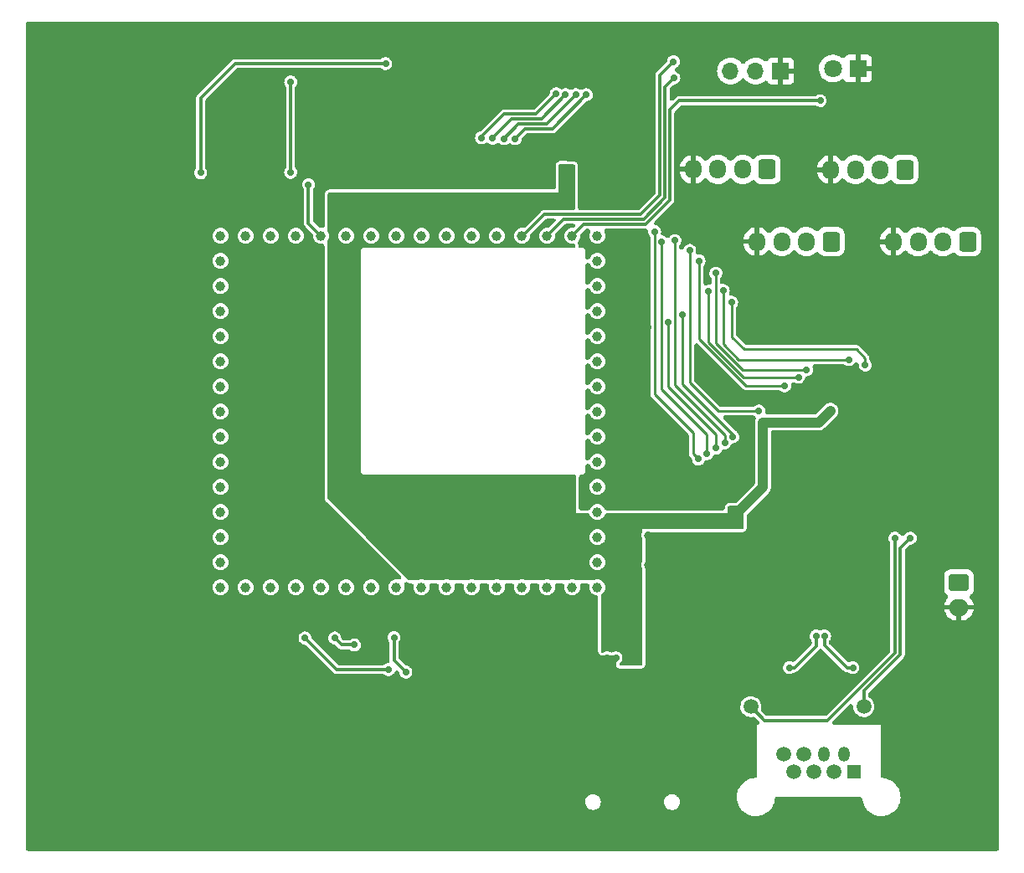
<source format=gbl>
%TF.GenerationSoftware,KiCad,Pcbnew,6.0.11-2627ca5db0~126~ubuntu20.04.1*%
%TF.CreationDate,2023-02-16T00:02:20+06:00*%
%TF.ProjectId,Router_MCU,526f7574-6572-45f4-9d43-552e6b696361,rev?*%
%TF.SameCoordinates,PX6ef5c30PY494a350*%
%TF.FileFunction,Copper,L2,Bot*%
%TF.FilePolarity,Positive*%
%FSLAX46Y46*%
G04 Gerber Fmt 4.6, Leading zero omitted, Abs format (unit mm)*
G04 Created by KiCad (PCBNEW 6.0.11-2627ca5db0~126~ubuntu20.04.1) date 2023-02-16 00:02:20*
%MOMM*%
%LPD*%
G01*
G04 APERTURE LIST*
G04 Aperture macros list*
%AMRoundRect*
0 Rectangle with rounded corners*
0 $1 Rounding radius*
0 $2 $3 $4 $5 $6 $7 $8 $9 X,Y pos of 4 corners*
0 Add a 4 corners polygon primitive as box body*
4,1,4,$2,$3,$4,$5,$6,$7,$8,$9,$2,$3,0*
0 Add four circle primitives for the rounded corners*
1,1,$1+$1,$2,$3*
1,1,$1+$1,$4,$5*
1,1,$1+$1,$6,$7*
1,1,$1+$1,$8,$9*
0 Add four rect primitives between the rounded corners*
20,1,$1+$1,$2,$3,$4,$5,0*
20,1,$1+$1,$4,$5,$6,$7,0*
20,1,$1+$1,$6,$7,$8,$9,0*
20,1,$1+$1,$8,$9,$2,$3,0*%
G04 Aperture macros list end*
%TA.AperFunction,ComponentPad*%
%ADD10RoundRect,0.250000X0.600000X0.725000X-0.600000X0.725000X-0.600000X-0.725000X0.600000X-0.725000X0*%
%TD*%
%TA.AperFunction,ComponentPad*%
%ADD11O,1.700000X1.950000*%
%TD*%
%TA.AperFunction,ComponentPad*%
%ADD12C,7.000000*%
%TD*%
%TA.AperFunction,ComponentPad*%
%ADD13C,0.700000*%
%TD*%
%TA.AperFunction,SMDPad,CuDef*%
%ADD14R,4.500000X2.950000*%
%TD*%
%TA.AperFunction,ComponentPad*%
%ADD15RoundRect,0.250000X-0.750000X0.600000X-0.750000X-0.600000X0.750000X-0.600000X0.750000X0.600000X0*%
%TD*%
%TA.AperFunction,ComponentPad*%
%ADD16O,2.000000X1.700000*%
%TD*%
%TA.AperFunction,ComponentPad*%
%ADD17R,1.800000X1.800000*%
%TD*%
%TA.AperFunction,ComponentPad*%
%ADD18C,1.800000*%
%TD*%
%TA.AperFunction,ComponentPad*%
%ADD19R,1.700000X1.700000*%
%TD*%
%TA.AperFunction,ComponentPad*%
%ADD20O,1.700000X1.700000*%
%TD*%
%TA.AperFunction,ComponentPad*%
%ADD21R,1.400000X1.400000*%
%TD*%
%TA.AperFunction,ComponentPad*%
%ADD22O,1.200000X1.500000*%
%TD*%
%TA.AperFunction,ComponentPad*%
%ADD23C,1.500000*%
%TD*%
%TA.AperFunction,ComponentPad*%
%ADD24C,2.500000*%
%TD*%
%TA.AperFunction,ComponentPad*%
%ADD25C,1.000000*%
%TD*%
%TA.AperFunction,ViaPad*%
%ADD26C,0.700000*%
%TD*%
%TA.AperFunction,Conductor*%
%ADD27C,0.300000*%
%TD*%
%TA.AperFunction,Conductor*%
%ADD28C,1.000000*%
%TD*%
%TA.AperFunction,Conductor*%
%ADD29C,0.250000*%
%TD*%
G04 APERTURE END LIST*
D10*
%TO.P,X1,1,Pin_1*%
%TO.N,/M0_ONOFF*%
X91050000Y-18075000D03*
D11*
%TO.P,X1,2,Pin_2*%
%TO.N,/USB0_N*%
X88550000Y-18075000D03*
%TO.P,X1,3,Pin_3*%
%TO.N,/USB0_P*%
X86050000Y-18075000D03*
%TO.P,X1,4,Pin_4*%
%TO.N,GND*%
X83550000Y-18075000D03*
%TD*%
D10*
%TO.P,X4,1,Pin_1*%
%TO.N,/M3_ONOFF*%
X70800000Y-10750000D03*
D11*
%TO.P,X4,2,Pin_2*%
%TO.N,/USB3_N*%
X68300000Y-10750000D03*
%TO.P,X4,3,Pin_3*%
%TO.N,/USB3_P*%
X65800000Y-10750000D03*
%TO.P,X4,4,Pin_4*%
%TO.N,GND*%
X63300000Y-10750000D03*
%TD*%
D12*
%TO.P,H1,1,1*%
%TO.N,GND*%
X0Y0D03*
%TD*%
D13*
%TO.P,U2,9,GNDPAD*%
%TO.N,GND*%
X21000000Y-4200000D03*
X18500000Y-4200000D03*
X17400000Y-4200000D03*
X17400000Y-5400000D03*
D14*
X19200000Y-4800000D03*
D13*
X18500000Y-5400000D03*
X21000000Y-5400000D03*
X19800000Y-5400000D03*
X19800000Y-4200000D03*
%TD*%
D15*
%TO.P,X5,1,Pin_1*%
%TO.N,Net-(C23-Pad1)*%
X90175000Y-52550000D03*
D16*
%TO.P,X5,2,Pin_2*%
%TO.N,GND*%
X90175000Y-55050000D03*
%TD*%
D12*
%TO.P,H2,1,1*%
%TO.N,GND*%
X90000000Y0D03*
%TD*%
D17*
%TO.P,D3,1,K*%
%TO.N,GND*%
X79975000Y-550000D03*
D18*
%TO.P,D3,2,A*%
%TO.N,Net-(D3-Pad2)*%
X77435000Y-550000D03*
%TD*%
D10*
%TO.P,X3,1,Pin_1*%
%TO.N,/M2_ONOFF*%
X77250000Y-18050000D03*
D11*
%TO.P,X3,2,Pin_2*%
%TO.N,/USB2_N*%
X74750000Y-18050000D03*
%TO.P,X3,3,Pin_3*%
%TO.N,/USB2_P*%
X72250000Y-18050000D03*
%TO.P,X3,4,Pin_4*%
%TO.N,GND*%
X69750000Y-18050000D03*
%TD*%
D12*
%TO.P,H3,1,1*%
%TO.N,GND*%
X0Y-70000000D03*
%TD*%
D10*
%TO.P,X2,1,Pin_1*%
%TO.N,/M1_ONOFF*%
X84700000Y-10775000D03*
D11*
%TO.P,X2,2,Pin_2*%
%TO.N,/USB1_N*%
X82200000Y-10775000D03*
%TO.P,X2,3,Pin_3*%
%TO.N,/USB1_P*%
X79700000Y-10775000D03*
%TO.P,X2,4,Pin_4*%
%TO.N,GND*%
X77200000Y-10775000D03*
%TD*%
D19*
%TO.P,J1,1,Pin_1*%
%TO.N,GND*%
X72150000Y-800000D03*
D20*
%TO.P,J1,2,Pin_2*%
%TO.N,Net-(J1-Pad2)*%
X69610000Y-800000D03*
%TO.P,J1,3,Pin_3*%
%TO.N,Net-(J1-Pad3)*%
X67070000Y-800000D03*
%TD*%
D21*
%TO.P,X7,1*%
%TO.N,/TO0_P*%
X79550000Y-71700000D03*
D22*
%TO.P,X7,2*%
%TO.N,/TO0_N*%
X78534000Y-69920000D03*
D23*
%TO.P,X7,3*%
%TO.N,/TO1_P*%
X77518000Y-71700000D03*
D22*
%TO.P,X7,4*%
%TO.N,/VIN1*%
X76502000Y-69920000D03*
D23*
%TO.P,X7,5*%
X75486000Y-71700000D03*
%TO.P,X7,6*%
%TO.N,/TO1_N*%
X74470000Y-69920000D03*
%TO.P,X7,7*%
%TO.N,/VIN2*%
X73454000Y-71700000D03*
%TO.P,X7,8*%
X72438000Y-69920000D03*
%TO.P,X7,9*%
%TO.N,GND*%
X82850000Y-65100000D03*
%TO.P,X7,10*%
%TO.N,Net-(R24-Pad1)*%
X80560000Y-65100000D03*
%TO.P,X7,11*%
%TO.N,GND*%
X71420000Y-65100000D03*
%TO.P,X7,12*%
%TO.N,Net-(R23-Pad1)*%
X69130000Y-65100000D03*
D24*
%TO.P,X7,SH*%
%TO.N,GND*%
X84120000Y-70810000D03*
X67860000Y-70810000D03*
%TD*%
D12*
%TO.P,H4,1,1*%
%TO.N,GND*%
X90000000Y-70000000D03*
%TD*%
D25*
%TO.P,U1,L1,UART5-TX*%
%TO.N,unconnected-(U1-PadL1)*%
X53614168Y-17470142D03*
%TO.P,U1,L2,UART5-RX*%
%TO.N,/STAT_LED*%
X51074168Y-17470142D03*
%TO.P,U1,L3,UART0-TX*%
%TO.N,/UART0_TX*%
X48534168Y-17470142D03*
%TO.P,U1,L4,UART0-RX*%
%TO.N,/UART0_RX*%
X45994168Y-17470142D03*
%TO.P,U1,L5,UART1-TX*%
%TO.N,unconnected-(U1-PadL5)*%
X43454168Y-17470142D03*
%TO.P,U1,L6,UART1-RX*%
%TO.N,unconnected-(U1-PadL6)*%
X40914168Y-17470142D03*
%TO.P,U1,L7,UART1-RTS*%
%TO.N,unconnected-(U1-PadL7)*%
X38374168Y-17470142D03*
%TO.P,U1,L8,UART1-CTS*%
%TO.N,unconnected-(U1-PadL8)*%
X35834168Y-17470142D03*
%TO.P,U1,L9,UART2-TX*%
%TO.N,unconnected-(U1-PadL9)*%
X33294168Y-17470142D03*
%TO.P,U1,L10,UART2-RX*%
%TO.N,unconnected-(U1-PadL10)*%
X30754168Y-17470142D03*
%TO.P,U1,L11,BOOT-S0*%
%TO.N,unconnected-(U1-PadL11)*%
X28214168Y-17470142D03*
%TO.P,U1,L12,BOOT-S1*%
%TO.N,Net-(R1-Pad1)*%
X25674168Y-17470142D03*
%TO.P,U1,L13,BOOT-S2*%
%TO.N,unconnected-(U1-PadL13)*%
X23134168Y-17470142D03*
%TO.P,U1,L14,BOOT-S3*%
%TO.N,unconnected-(U1-PadL14)*%
X20594168Y-17470142D03*
%TO.P,U1,L15,BOOT-S4*%
%TO.N,unconnected-(U1-PadL15)*%
X18054168Y-17470142D03*
%TO.P,U1,L16,FEL*%
%TO.N,unconnected-(U1-PadL16)*%
X15514168Y-17470142D03*
%TO.P,U1,L17,I2S2-DO0*%
%TO.N,unconnected-(U1-PadL17)*%
X15514168Y-20010142D03*
%TO.P,U1,L18,I2S2-LRCK*%
%TO.N,unconnected-(U1-PadL18)*%
X15514168Y-22550142D03*
%TO.P,U1,L19,I2S2-BCLK*%
%TO.N,unconnected-(U1-PadL19)*%
X15514168Y-25090142D03*
%TO.P,U1,L20,I2S2-DI0*%
%TO.N,unconnected-(U1-PadL20)*%
X15514168Y-27630142D03*
%TO.P,U1,L21,I2S2-MCLK*%
%TO.N,unconnected-(U1-PadL21)*%
X15514168Y-30170142D03*
%TO.P,U1,L22,SPDIF-O*%
%TO.N,unconnected-(U1-PadL22)*%
X15514168Y-32710142D03*
%TO.P,U1,L23,LINE-OR*%
%TO.N,unconnected-(U1-PadL23)*%
X15514168Y-35250142D03*
%TO.P,U1,L24,LINE-OL*%
%TO.N,unconnected-(U1-PadL24)*%
X15514168Y-37790142D03*
%TO.P,U1,L25,LINE-IR*%
%TO.N,unconnected-(U1-PadL25)*%
X15514168Y-40330142D03*
%TO.P,U1,L26,LINE-IL*%
%TO.N,unconnected-(U1-PadL26)*%
X15514168Y-42870142D03*
%TO.P,U1,L27,NC*%
%TO.N,unconnected-(U1-PadL27)*%
X15514168Y-45410142D03*
%TO.P,U1,L28,NC*%
%TO.N,unconnected-(U1-PadL28)*%
X15514168Y-47950142D03*
%TO.P,U1,L29,NC*%
%TO.N,unconnected-(U1-PadL29)*%
X15514168Y-50490142D03*
%TO.P,U1,L30,IR-RX*%
%TO.N,unconnected-(U1-PadL30)*%
X15514168Y-53030142D03*
%TO.P,U1,L31,PH8*%
%TO.N,unconnected-(U1-PadL31)*%
X18054168Y-53030142D03*
%TO.P,U1,L32,PC2*%
%TO.N,unconnected-(U1-PadL32)*%
X20594168Y-53030142D03*
%TO.P,U1,L33,PC12*%
%TO.N,unconnected-(U1-PadL33)*%
X23134168Y-53030142D03*
%TO.P,U1,L34,PD22*%
%TO.N,unconnected-(U1-PadL34)*%
X25674168Y-53030142D03*
%TO.P,U1,L35,PD27*%
%TO.N,unconnected-(U1-PadL35)*%
X28214168Y-53030142D03*
%TO.P,U1,L36,PD23*%
%TO.N,unconnected-(U1-PadL36)*%
X30754168Y-53030142D03*
%TO.P,U1,L37,PD25*%
%TO.N,unconnected-(U1-PadL37)*%
X33294168Y-53030142D03*
%TO.P,U1,L38,PD20*%
%TO.N,unconnected-(U1-PadL38)*%
X35834168Y-53030142D03*
%TO.P,U1,L39,PC7*%
%TO.N,unconnected-(U1-PadL39)*%
X38374168Y-53030142D03*
%TO.P,U1,L40,PH9*%
%TO.N,unconnected-(U1-PadL40)*%
X40914168Y-53030142D03*
%TO.P,U1,L41,PD24*%
%TO.N,unconnected-(U1-PadL41)*%
X43454168Y-53030142D03*
%TO.P,U1,L42,PD28*%
%TO.N,unconnected-(U1-PadL42)*%
X45994168Y-53030142D03*
%TO.P,U1,L43,PWM5*%
%TO.N,unconnected-(U1-PadL43)*%
X48534168Y-53030142D03*
%TO.P,U1,L44,PD26*%
%TO.N,unconnected-(U1-PadL44)*%
X51074168Y-53030142D03*
%TO.P,U1,L45,PD21*%
%TO.N,unconnected-(U1-PadL45)*%
X53614168Y-53030142D03*
%TO.P,U1,L46,NC*%
%TO.N,unconnected-(U1-PadL46)*%
X53614168Y-50490142D03*
%TO.P,U1,L47,GPADC3*%
%TO.N,unconnected-(U1-PadL47)*%
X53614168Y-47950142D03*
%TO.P,U1,L48,GPADC2*%
%TO.N,unconnected-(U1-PadL48)*%
X53614168Y-45410142D03*
%TO.P,U1,L49,GPADC1*%
%TO.N,unconnected-(U1-PadL49)*%
X53614168Y-42870142D03*
%TO.P,U1,L50,GPADC0*%
%TO.N,unconnected-(U1-PadL50)*%
X53614168Y-40330142D03*
%TO.P,U1,L51,LRADC0*%
%TO.N,unconnected-(U1-PadL51)*%
X53614168Y-37790142D03*
%TO.P,U1,L52,TWI3-SCK*%
%TO.N,unconnected-(U1-PadL52)*%
X53614168Y-35250142D03*
%TO.P,U1,L53,TWI3-SDA*%
%TO.N,unconnected-(U1-PadL53)*%
X53614168Y-32710142D03*
%TO.P,U1,L54,TWI4-SCK*%
%TO.N,unconnected-(U1-PadL54)*%
X53614168Y-30170142D03*
%TO.P,U1,L55,TWI4-SDA*%
%TO.N,unconnected-(U1-PadL55)*%
X53614168Y-27630142D03*
%TO.P,U1,L56,WREQIN*%
%TO.N,unconnected-(U1-PadL56)*%
X53614168Y-25090142D03*
%TO.P,U1,L57,USB2-IRQ*%
%TO.N,unconnected-(U1-PadL57)*%
X53614168Y-22550142D03*
%TO.P,U1,L58,DCX0-RFCK*%
%TO.N,unconnected-(U1-PadL58)*%
X53614168Y-20010142D03*
%TD*%
D12*
%TO.P,H5,1,1*%
%TO.N,GND*%
X45000000Y0D03*
%TD*%
D26*
%TO.N,GND*%
X38000000Y-68000000D03*
X34500000Y-68000000D03*
X31500000Y-68000000D03*
X28500000Y-68000000D03*
X25000000Y-69500000D03*
X25000000Y-66500000D03*
X22000000Y-69500000D03*
X18500000Y-69500000D03*
X21500000Y-60500000D03*
X22000000Y-63500000D03*
X22000000Y-66500000D03*
X18500000Y-66500000D03*
X18500000Y-63500000D03*
X15000000Y-63500000D03*
X18500000Y-60500000D03*
X15000000Y-60500000D03*
X11500000Y-60500000D03*
X8500000Y-56500000D03*
X8500000Y-52500000D03*
X8500000Y-49000000D03*
X8500000Y-45500000D03*
X8500000Y-42500000D03*
X8500000Y-39000000D03*
X8500000Y-35500000D03*
X8500000Y-32000000D03*
X8500000Y-28500000D03*
X8500000Y-25500000D03*
X8500000Y-22000000D03*
X8500000Y-18500000D03*
X61500000Y-43500000D03*
X61500000Y-40500000D03*
X75500000Y-22000000D03*
X71000000Y-22500000D03*
X82000000Y-23500000D03*
X79500000Y-23500000D03*
X87000000Y-48000000D03*
X87000000Y-45000000D03*
X93000000Y-48000000D03*
X90000000Y-48000000D03*
X93000000Y-45000000D03*
X90000000Y-45000000D03*
X93000000Y-42000000D03*
X90000000Y-42000000D03*
X93000000Y-39000000D03*
X90000000Y-39000000D03*
X93000000Y-36000000D03*
X90000000Y-36000000D03*
X93000000Y-33000000D03*
X90000000Y-33000000D03*
X87000000Y-33000000D03*
X84000000Y-30500000D03*
X87000000Y-30500000D03*
X93000000Y-30500000D03*
X90000000Y-30500000D03*
X93000000Y-22000000D03*
X90000000Y-22000000D03*
X93000000Y-24500000D03*
X90000000Y-24500000D03*
X87000000Y-24500000D03*
X93000000Y-27500000D03*
X90000000Y-27500000D03*
X87000000Y-27500000D03*
X84000000Y-27500000D03*
X81000000Y-27500000D03*
X78000000Y-27500000D03*
X86500000Y-5500000D03*
X89000000Y-7500000D03*
X89000000Y-10000000D03*
X89000000Y-12500000D03*
X65000000Y-16500000D03*
X62500000Y-16500000D03*
X65000000Y-14500000D03*
X62500000Y-14500000D03*
X83000000Y-3000000D03*
X83000000Y-5500000D03*
X80000000Y-5500000D03*
X77000000Y-5500000D03*
X72000000Y-5500000D03*
X69000000Y-5500000D03*
X66000000Y-5500000D03*
X63000000Y-5500000D03*
X58500000Y-4500000D03*
X56500000Y-4500000D03*
X58500000Y-2500000D03*
X56500000Y-2500000D03*
X46500000Y-67000000D03*
X82000000Y-78000000D03*
X79000000Y-78000000D03*
X76000000Y-78000000D03*
X91000000Y-63000000D03*
X87500000Y-63000000D03*
X91000000Y-60500000D03*
X87500000Y-60500000D03*
X60000000Y-56500000D03*
X61500000Y-54000000D03*
X64000000Y-51500000D03*
X61500000Y-51500000D03*
X66500000Y-49000000D03*
X64000000Y-49000000D03*
X61500000Y-49000000D03*
X68500000Y-58500000D03*
X66000000Y-58500000D03*
X68500000Y-61000000D03*
X66000000Y-61000000D03*
X63500000Y-74500000D03*
X58500000Y-74500000D03*
X55000000Y-74500000D03*
X43500000Y-76500000D03*
X43500000Y-73000000D03*
X33000000Y-77000000D03*
X30000000Y-77000000D03*
X26500000Y-77000000D03*
X22500000Y-77000000D03*
X19000000Y-77000000D03*
X15500000Y-77000000D03*
X11000000Y-77000000D03*
X6500000Y-77000000D03*
X11000000Y-73500000D03*
X6500000Y-73500000D03*
X1000000Y-54500000D03*
X1000000Y-60500000D03*
X-2000000Y-51500000D03*
X-2000000Y-54500000D03*
X-2000000Y-60500000D03*
X-2000000Y-48500000D03*
X1000000Y-51500000D03*
X-2000000Y-57500000D03*
X1000000Y-48500000D03*
X1000000Y-57500000D03*
X-2000000Y-33500000D03*
X-2000000Y-45500000D03*
X-2000000Y-36500000D03*
X1000000Y-42500000D03*
X1000000Y-33500000D03*
X1000000Y-39500000D03*
X-2000000Y-42500000D03*
X1000000Y-36500000D03*
X1000000Y-45500000D03*
X-2000000Y-39500000D03*
X1000000Y-30500000D03*
X-2000000Y-30500000D03*
X1000000Y-27500000D03*
X-2000000Y-27500000D03*
X1000000Y-24500000D03*
X-2000000Y-24500000D03*
X1000000Y-21500000D03*
X-2000000Y-21500000D03*
X1000000Y-18500000D03*
X-2000000Y-18500000D03*
%TO.N,+5V*%
X13500000Y-11100000D03*
X32200000Y-50000D03*
%TO.N,GND*%
X25150000Y1000000D03*
X88150000Y-36500000D03*
X75700000Y-63700000D03*
X47250000Y-10500000D03*
X64750000Y-42000000D03*
X32000000Y3250000D03*
X24250000Y3250000D03*
X75850000Y-38750000D03*
X31000000Y2250000D03*
X76850000Y-39650000D03*
X54600000Y-60150000D03*
X57900000Y-12550000D03*
X44050000Y-58100000D03*
X31000000Y3250000D03*
X58700000Y-38750000D03*
X28000000Y1500000D03*
X48050000Y-12350000D03*
X75850000Y-39650000D03*
X58700000Y-12550000D03*
X45500000Y-10500000D03*
X85850000Y-42250000D03*
X25150000Y2150000D03*
X10550000Y-47800000D03*
X38050000Y-12400000D03*
X85050000Y-42250000D03*
X35050000Y-12400000D03*
X24250000Y1000000D03*
X17050000Y-12300000D03*
X24250000Y2150000D03*
X41050000Y-58100000D03*
X10600000Y-38750000D03*
X58650000Y-32750000D03*
X58650000Y-29750000D03*
X88150000Y-37300000D03*
X32000000Y2250000D03*
X15050000Y-58150000D03*
X53050000Y-58100000D03*
X58700000Y-41750000D03*
X34050000Y-58100000D03*
X48050000Y-63050000D03*
X32050000Y-12400000D03*
X23050000Y-12300000D03*
X76850000Y-38750000D03*
X58700000Y-44800000D03*
X58700000Y-50750000D03*
X28000000Y3100000D03*
X29050000Y-12400000D03*
X17050000Y-58150000D03*
X41050000Y-12400000D03*
X58700000Y-11700000D03*
X10550000Y-45800000D03*
X69000000Y-42050000D03*
X55500000Y-60150000D03*
X14050000Y-12300000D03*
X57900000Y-11700000D03*
X58700000Y-47750000D03*
X47050000Y-58100000D03*
X82900000Y-42350000D03*
X76650000Y-63700000D03*
X64750000Y-42850000D03*
X15500000Y-4750000D03*
X82900000Y-41500000D03*
X82850000Y-34100000D03*
X58700000Y-26750000D03*
X26050000Y-12300000D03*
X83650000Y-34100000D03*
X25150000Y3250000D03*
X20050000Y-58150000D03*
X20050000Y-12300000D03*
X58650000Y-35750000D03*
X77300000Y-30950000D03*
X44050000Y-12350000D03*
X38050000Y-58100000D03*
X50050000Y-58100000D03*
%TO.N,+3V3*%
X50100000Y-11550000D03*
X67200000Y-45200000D03*
X70350000Y-36350000D03*
X57100000Y-59700000D03*
X68000000Y-45200000D03*
X50950000Y-12350000D03*
X76600000Y-35750000D03*
X67200000Y-46000000D03*
X50950000Y-10750000D03*
X56700000Y-60400000D03*
X68000000Y-46000000D03*
X77175000Y-35175000D03*
X50100000Y-12350000D03*
X50950000Y-11550000D03*
X50100000Y-10750000D03*
X57500000Y-60400000D03*
%TO.N,Net-(C10-Pad2)*%
X75750000Y-57950000D03*
X73050000Y-61150000D03*
X79450000Y-61150000D03*
X76600000Y-57950000D03*
%TO.N,Net-(C15-Pad1)*%
X22600000Y-11050000D03*
X22600000Y-1900000D03*
%TO.N,Net-(R1-Pad1)*%
X24400000Y-12300000D03*
%TO.N,/STAT_LED*%
X76150000Y-3800000D03*
%TO.N,/UART0_TX*%
X61350000Y-1500000D03*
%TO.N,/UART0_RX*%
X61300000Y150000D03*
%TO.N,/RXD0*%
X79050000Y-30000000D03*
X66350000Y-23000000D03*
%TO.N,/RXD1*%
X80700000Y-30550000D03*
X67200000Y-24200000D03*
%TO.N,/RXER*%
X65600000Y-21250000D03*
X74775000Y-31025000D03*
%TO.N,/CSDV*%
X73950000Y-31774500D03*
X64850000Y-23075500D03*
%TO.N,/TXCK*%
X67300000Y-37800000D03*
X62200000Y-25450000D03*
%TO.N,/PHY_RST*%
X61450000Y-17950000D03*
X66500000Y-38400000D03*
%TO.N,/MDIO*%
X63900000Y-20000000D03*
X72550000Y-32650000D03*
%TO.N,Net-(R23-Pad1)*%
X83700000Y-48050000D03*
%TO.N,Net-(R24-Pad1)*%
X85250000Y-48050000D03*
%TO.N,/SD0_CD*%
X34250000Y-61600000D03*
X33050000Y-58100000D03*
%TO.N,/M0_ONOFF*%
X41900000Y-7550000D03*
X49450000Y-3100000D03*
%TO.N,/M1_ONOFF*%
X50400000Y-3200000D03*
X43000000Y-7600000D03*
%TO.N,/M2_ONOFF*%
X51450000Y-3200000D03*
X44150000Y-7650000D03*
%TO.N,/M3_ONOFF*%
X45300000Y-7650000D03*
X52500000Y-3200000D03*
%TO.N,/SD0_CLK*%
X24050000Y-58150000D03*
X32500000Y-61350000D03*
%TO.N,/SD0_D3*%
X27050000Y-58150000D03*
X29050000Y-58850000D03*
%TO.N,/TXEN*%
X65600000Y-38950000D03*
X60775500Y-26250000D03*
%TO.N,/MDC*%
X69950000Y-35200000D03*
X62950000Y-18950000D03*
%TO.N,/TXD0*%
X64700000Y-39500000D03*
X60100000Y-18075500D03*
%TO.N,/TXD1*%
X63850000Y-40050000D03*
X59400000Y-17050000D03*
%TD*%
D27*
%TO.N,+5V*%
X32200000Y-50000D02*
X17000000Y-50000D01*
X13500000Y-3550000D02*
X13500000Y-11100000D01*
X17000000Y-50000D02*
X13500000Y-3550000D01*
D28*
%TO.N,+3V3*%
X70350000Y-42900000D02*
X67650000Y-45600000D01*
X77175000Y-35175000D02*
X76600000Y-35750000D01*
X76600000Y-35750000D02*
X76000000Y-36350000D01*
X76000000Y-36350000D02*
X70350000Y-36350000D01*
X70350000Y-36350000D02*
X70350000Y-42900000D01*
D27*
%TO.N,Net-(C10-Pad2)*%
X78850000Y-61150000D02*
X76600000Y-58900000D01*
X73550000Y-61150000D02*
X75750000Y-58950000D01*
X73050000Y-61150000D02*
X73550000Y-61150000D01*
X79450000Y-61150000D02*
X78850000Y-61150000D01*
X76600000Y-58900000D02*
X76600000Y-57950000D01*
X75750000Y-58950000D02*
X75750000Y-57950000D01*
%TO.N,Net-(C15-Pad1)*%
X22600000Y-11050000D02*
X22600000Y-1900000D01*
%TO.N,Net-(R1-Pad1)*%
X24400000Y-16195974D02*
X25674168Y-17470142D01*
X24400000Y-12300000D02*
X24400000Y-16195974D01*
%TO.N,/STAT_LED*%
X51074168Y-17470142D02*
X52244310Y-16300000D01*
X61900000Y-3800000D02*
X76150000Y-3800000D01*
X52244310Y-16300000D02*
X58500000Y-16300000D01*
X58500000Y-16300000D02*
X60950000Y-13850000D01*
X60950000Y-4750000D02*
X61900000Y-3800000D01*
X60950000Y-13850000D02*
X60950000Y-4750000D01*
%TO.N,/UART0_TX*%
X60450000Y-13642894D02*
X60450000Y-2400000D01*
X58292894Y-15800000D02*
X60450000Y-13642894D01*
X60450000Y-2400000D02*
X61350000Y-1500000D01*
X48534168Y-17470142D02*
X50204310Y-15800000D01*
X50204310Y-15800000D02*
X58292894Y-15800000D01*
%TO.N,/UART0_RX*%
X48250000Y-15300000D02*
X58000000Y-15300000D01*
X59950000Y-1200000D02*
X61300000Y150000D01*
X59950000Y-13350000D02*
X59950000Y-1200000D01*
X46079858Y-17470142D02*
X48250000Y-15300000D01*
X58000000Y-15300000D02*
X59950000Y-13350000D01*
X45994168Y-17470142D02*
X46079858Y-17470142D01*
D29*
%TO.N,/RXD0*%
X67925500Y-30024500D02*
X66350000Y-28449000D01*
X79025500Y-30024500D02*
X67925500Y-30024500D01*
X79050000Y-30000000D02*
X79025500Y-30024500D01*
X66350000Y-28449000D02*
X66350000Y-23000000D01*
%TO.N,/RXD1*%
X80700000Y-30550000D02*
X80700000Y-29850000D01*
X67200000Y-27700000D02*
X67200000Y-24200000D01*
X79800000Y-28950000D02*
X68450000Y-28950000D01*
X68450000Y-28950000D02*
X67200000Y-27700000D01*
X80700000Y-29850000D02*
X79800000Y-28950000D01*
%TO.N,/RXER*%
X65600000Y-28335396D02*
X65600000Y-21250000D01*
X74775000Y-31025000D02*
X68289604Y-31025000D01*
X68289604Y-31025000D02*
X65600000Y-28335396D01*
%TO.N,/CSDV*%
X68402708Y-31774500D02*
X64850000Y-28221792D01*
X64850000Y-28221792D02*
X64850000Y-23075500D01*
X73950000Y-31774500D02*
X68402708Y-31774500D01*
%TO.N,/TXCK*%
X67300000Y-37800000D02*
X67300000Y-37550000D01*
X67300000Y-37550000D02*
X62200000Y-32450000D01*
X62200000Y-32450000D02*
X62200000Y-25450000D01*
%TO.N,/PHY_RST*%
X66500000Y-38400000D02*
X66500000Y-37650000D01*
X61450000Y-32600000D02*
X61450000Y-17950000D01*
X66500000Y-37650000D02*
X61450000Y-32600000D01*
%TO.N,/MDIO*%
X68641812Y-32650000D02*
X63900000Y-27908188D01*
X72550000Y-32650000D02*
X68641812Y-32650000D01*
X63900000Y-27908188D02*
X63900000Y-20000000D01*
D27*
%TO.N,Net-(R23-Pad1)*%
X80300000Y-63050000D02*
X83700000Y-59650000D01*
X83700000Y-59650000D02*
X83700000Y-48050000D01*
X80300000Y-63050000D02*
X76850000Y-66500000D01*
X70530000Y-66500000D02*
X69130000Y-65100000D01*
X76850000Y-66500000D02*
X70530000Y-66500000D01*
%TO.N,Net-(R24-Pad1)*%
X80560000Y-63497106D02*
X80560000Y-65100000D01*
X84250000Y-49050000D02*
X84250000Y-59807106D01*
X84250000Y-59807106D02*
X80560000Y-63497106D01*
X85250000Y-48050000D02*
X84250000Y-49050000D01*
%TO.N,/SD0_CD*%
X33050000Y-58100000D02*
X33050000Y-60400000D01*
X33050000Y-60400000D02*
X34250000Y-61600000D01*
%TO.N,/M0_ONOFF*%
X41900000Y-7550000D02*
X41900000Y-7450000D01*
X47400000Y-5150000D02*
X49450000Y-3100000D01*
X44200000Y-5150000D02*
X46600000Y-5150000D01*
X46600000Y-5150000D02*
X47250000Y-5150000D01*
X44050000Y-5300000D02*
X44200000Y-5150000D01*
X41900000Y-7450000D02*
X44050000Y-5300000D01*
X47250000Y-5150000D02*
X47400000Y-5150000D01*
%TO.N,/M1_ONOFF*%
X43000000Y-7600000D02*
X44950000Y-5650000D01*
X44950000Y-5650000D02*
X46300000Y-5650000D01*
X46300000Y-5650000D02*
X47950000Y-5650000D01*
X47950000Y-5650000D02*
X50400000Y-3200000D01*
%TO.N,/M2_ONOFF*%
X45650000Y-6150000D02*
X47900000Y-6150000D01*
X47900000Y-6150000D02*
X48500000Y-6150000D01*
X45550000Y-6250000D02*
X45650000Y-6150000D01*
X44150000Y-7650000D02*
X45550000Y-6250000D01*
X48500000Y-6150000D02*
X51450000Y-3200000D01*
%TO.N,/M3_ONOFF*%
X46300000Y-6650000D02*
X49050000Y-6650000D01*
X45300000Y-7650000D02*
X46300000Y-6650000D01*
X49050000Y-6650000D02*
X52500000Y-3200000D01*
%TO.N,/SD0_CLK*%
X32500000Y-61350000D02*
X27250000Y-61350000D01*
X27250000Y-61350000D02*
X24050000Y-58150000D01*
%TO.N,/SD0_D3*%
X29050000Y-58850000D02*
X27750000Y-58850000D01*
X27750000Y-58850000D02*
X27050000Y-58150000D01*
D29*
%TO.N,/TXEN*%
X60800000Y-26274500D02*
X60775500Y-26250000D01*
X60800000Y-32750000D02*
X60800000Y-26274500D01*
X65600000Y-37550000D02*
X60800000Y-32750000D01*
X65600000Y-38950000D02*
X65600000Y-37550000D01*
%TO.N,/MDC*%
X65827208Y-35200000D02*
X62950000Y-32322792D01*
X62950000Y-32322792D02*
X62950000Y-18950000D01*
X69950000Y-35200000D02*
X65827208Y-35200000D01*
%TO.N,/TXD0*%
X64700000Y-39500000D02*
X64700000Y-37550000D01*
X60100000Y-32950000D02*
X60100000Y-18075500D01*
X64700000Y-37550000D02*
X60100000Y-32950000D01*
%TO.N,/TXD1*%
X63850000Y-40050000D02*
X63300000Y-39500000D01*
X59400000Y-33525000D02*
X59400000Y-17050000D01*
X63300000Y-39500000D02*
X63300000Y-37425000D01*
X63300000Y-37425000D02*
X59400000Y-33525000D01*
%TD*%
%TA.AperFunction,Conductor*%
%TO.N,GND*%
G36*
X94045788Y4180546D02*
G01*
X94126570Y4126570D01*
X94180546Y4045788D01*
X94199500Y3950500D01*
X94199500Y-79450500D01*
X94180546Y-79545788D01*
X94126570Y-79626570D01*
X94045788Y-79680546D01*
X93950500Y-79699500D01*
X-3950500Y-79699500D01*
X-4045788Y-79680546D01*
X-4126570Y-79626570D01*
X-4180546Y-79545788D01*
X-4199500Y-79450500D01*
X-4199500Y-74744376D01*
X52364455Y-74744376D01*
X52365910Y-74758220D01*
X52365910Y-74758223D01*
X52371102Y-74807621D01*
X52383227Y-74922983D01*
X52441103Y-75092993D01*
X52448397Y-75104849D01*
X52527914Y-75234103D01*
X52527917Y-75234107D01*
X52535206Y-75245955D01*
X52660859Y-75374268D01*
X52672553Y-75381804D01*
X52672555Y-75381806D01*
X52683239Y-75388691D01*
X52811817Y-75471554D01*
X52913550Y-75508582D01*
X52967491Y-75528215D01*
X52967493Y-75528216D01*
X52980578Y-75532978D01*
X53119283Y-75550500D01*
X53215155Y-75550500D01*
X53222071Y-75549724D01*
X53222075Y-75549724D01*
X53260179Y-75545450D01*
X53348472Y-75535546D01*
X53444471Y-75502116D01*
X53504922Y-75481065D01*
X53504925Y-75481064D01*
X53518073Y-75476485D01*
X53670375Y-75381316D01*
X53797807Y-75254770D01*
X53894037Y-75103136D01*
X53954281Y-74933951D01*
X53975545Y-74755624D01*
X53974363Y-74744376D01*
X60344455Y-74744376D01*
X60345910Y-74758220D01*
X60345910Y-74758223D01*
X60351102Y-74807621D01*
X60363227Y-74922983D01*
X60421103Y-75092993D01*
X60428397Y-75104849D01*
X60507914Y-75234103D01*
X60507917Y-75234107D01*
X60515206Y-75245955D01*
X60640859Y-75374268D01*
X60652553Y-75381804D01*
X60652555Y-75381806D01*
X60663239Y-75388691D01*
X60791817Y-75471554D01*
X60893550Y-75508582D01*
X60947491Y-75528215D01*
X60947493Y-75528216D01*
X60960578Y-75532978D01*
X61099283Y-75550500D01*
X61195155Y-75550500D01*
X61202071Y-75549724D01*
X61202075Y-75549724D01*
X61240179Y-75545450D01*
X61328472Y-75535546D01*
X61424471Y-75502116D01*
X61484922Y-75481065D01*
X61484925Y-75481064D01*
X61498073Y-75476485D01*
X61650375Y-75381316D01*
X61777807Y-75254770D01*
X61874037Y-75103136D01*
X61934281Y-74933951D01*
X61955545Y-74755624D01*
X61936773Y-74577017D01*
X61921862Y-74533215D01*
X61883383Y-74420184D01*
X61883382Y-74420183D01*
X61878897Y-74407007D01*
X61834117Y-74334218D01*
X61792086Y-74265897D01*
X61792083Y-74265893D01*
X61784794Y-74254045D01*
X61741347Y-74209678D01*
X67709820Y-74209678D01*
X67724804Y-74481946D01*
X67778001Y-74749385D01*
X67780913Y-74757676D01*
X67780914Y-74757681D01*
X67865434Y-74998359D01*
X67865437Y-74998366D01*
X67868350Y-75006661D01*
X67872405Y-75014468D01*
X67872408Y-75014474D01*
X67919354Y-75104849D01*
X67994048Y-75248641D01*
X68152587Y-75470495D01*
X68158660Y-75476861D01*
X68158664Y-75476866D01*
X68228168Y-75549724D01*
X68340805Y-75667797D01*
X68347715Y-75673245D01*
X68347719Y-75673248D01*
X68548030Y-75831161D01*
X68548035Y-75831165D01*
X68554944Y-75836611D01*
X68562554Y-75841031D01*
X68562558Y-75841034D01*
X68778572Y-75966505D01*
X68790734Y-75973569D01*
X69043468Y-76075937D01*
X69052016Y-76078060D01*
X69052015Y-76078060D01*
X69299565Y-76139552D01*
X69299570Y-76139553D01*
X69308105Y-76141673D01*
X69316860Y-76142570D01*
X69534345Y-76164853D01*
X69534353Y-76164853D01*
X69540664Y-76165500D01*
X69709458Y-76165500D01*
X69713833Y-76165190D01*
X69713839Y-76165190D01*
X69771807Y-76161085D01*
X69911998Y-76151159D01*
X69920611Y-76149305D01*
X69920616Y-76149304D01*
X70058489Y-76119621D01*
X70178569Y-76093768D01*
X70434395Y-75999389D01*
X70674370Y-75869906D01*
X70681442Y-75864683D01*
X70681446Y-75864680D01*
X70886632Y-75713126D01*
X70893706Y-75707901D01*
X71088028Y-75516608D01*
X71253458Y-75299844D01*
X71278701Y-75254770D01*
X71357039Y-75114886D01*
X71386694Y-75061932D01*
X71485080Y-74807621D01*
X71535322Y-74590863D01*
X71544664Y-74550558D01*
X71544665Y-74550553D01*
X71546651Y-74541984D01*
X71547410Y-74533222D01*
X71547411Y-74533215D01*
X71556565Y-74427515D01*
X71583670Y-74334218D01*
X71644415Y-74258395D01*
X71729553Y-74211590D01*
X71804636Y-74200000D01*
X80173614Y-74200000D01*
X80268902Y-74218954D01*
X80349684Y-74272930D01*
X80403660Y-74353712D01*
X80422238Y-74435317D01*
X80424804Y-74481946D01*
X80478001Y-74749385D01*
X80480913Y-74757676D01*
X80480914Y-74757681D01*
X80565434Y-74998359D01*
X80565437Y-74998366D01*
X80568350Y-75006661D01*
X80572405Y-75014468D01*
X80572408Y-75014474D01*
X80619354Y-75104849D01*
X80694048Y-75248641D01*
X80852587Y-75470495D01*
X80858660Y-75476861D01*
X80858664Y-75476866D01*
X80928168Y-75549724D01*
X81040805Y-75667797D01*
X81047715Y-75673245D01*
X81047719Y-75673248D01*
X81248030Y-75831161D01*
X81248035Y-75831165D01*
X81254944Y-75836611D01*
X81262554Y-75841031D01*
X81262558Y-75841034D01*
X81478572Y-75966505D01*
X81490734Y-75973569D01*
X81743468Y-76075937D01*
X81752016Y-76078060D01*
X81752015Y-76078060D01*
X81999565Y-76139552D01*
X81999570Y-76139553D01*
X82008105Y-76141673D01*
X82016860Y-76142570D01*
X82234345Y-76164853D01*
X82234353Y-76164853D01*
X82240664Y-76165500D01*
X82409458Y-76165500D01*
X82413833Y-76165190D01*
X82413839Y-76165190D01*
X82471807Y-76161085D01*
X82611998Y-76151159D01*
X82620611Y-76149305D01*
X82620616Y-76149304D01*
X82758489Y-76119621D01*
X82878569Y-76093768D01*
X83134395Y-75999389D01*
X83374370Y-75869906D01*
X83381442Y-75864683D01*
X83381446Y-75864680D01*
X83586632Y-75713126D01*
X83593706Y-75707901D01*
X83788028Y-75516608D01*
X83953458Y-75299844D01*
X83978701Y-75254770D01*
X84057039Y-75114886D01*
X84086694Y-75061932D01*
X84185080Y-74807621D01*
X84235322Y-74590863D01*
X84244664Y-74550558D01*
X84244665Y-74550553D01*
X84246651Y-74541984D01*
X84270180Y-74270322D01*
X84257284Y-74035986D01*
X84255680Y-74006843D01*
X84255679Y-74006839D01*
X84255196Y-73998054D01*
X84201999Y-73730615D01*
X84178664Y-73664167D01*
X84114566Y-73481641D01*
X84114563Y-73481634D01*
X84111650Y-73473339D01*
X84107595Y-73465532D01*
X84107592Y-73465526D01*
X83990011Y-73239173D01*
X83985952Y-73231359D01*
X83827413Y-73009505D01*
X83821340Y-73003139D01*
X83821336Y-73003134D01*
X83645276Y-72818577D01*
X83645272Y-72818574D01*
X83639195Y-72812203D01*
X83632285Y-72806755D01*
X83632281Y-72806752D01*
X83431970Y-72648839D01*
X83431965Y-72648835D01*
X83425056Y-72643389D01*
X83417446Y-72638969D01*
X83417442Y-72638966D01*
X83196879Y-72510853D01*
X83189266Y-72506431D01*
X82936532Y-72404063D01*
X82857285Y-72384378D01*
X82680435Y-72340448D01*
X82680430Y-72340447D01*
X82671895Y-72338327D01*
X82473621Y-72318013D01*
X82380762Y-72289446D01*
X82305902Y-72227518D01*
X82260440Y-72141656D01*
X82250000Y-72070310D01*
X82250000Y-66950000D01*
X77638243Y-66950000D01*
X77542955Y-66931046D01*
X77462173Y-66877070D01*
X77408197Y-66796288D01*
X77389243Y-66701000D01*
X77408197Y-66605712D01*
X77462173Y-66524930D01*
X79080652Y-64906451D01*
X79161434Y-64852475D01*
X79256722Y-64833521D01*
X79352010Y-64852475D01*
X79432792Y-64906451D01*
X79486768Y-64987233D01*
X79504903Y-65081847D01*
X79504520Y-65085262D01*
X79521759Y-65290553D01*
X79578544Y-65488586D01*
X79584110Y-65499416D01*
X79584111Y-65499419D01*
X79604934Y-65539936D01*
X79672712Y-65671818D01*
X79800677Y-65833270D01*
X79957564Y-65966791D01*
X80137398Y-66067297D01*
X80333329Y-66130959D01*
X80345417Y-66132400D01*
X80345420Y-66132401D01*
X80471803Y-66147470D01*
X80537894Y-66155351D01*
X80743300Y-66139546D01*
X80812125Y-66120330D01*
X80930004Y-66087418D01*
X80930008Y-66087416D01*
X80941725Y-66084145D01*
X80952585Y-66078659D01*
X80952588Y-66078658D01*
X81047833Y-66030546D01*
X81125610Y-65991258D01*
X81135202Y-65983764D01*
X81135205Y-65983762D01*
X81278353Y-65871923D01*
X81278355Y-65871922D01*
X81287951Y-65864424D01*
X81422564Y-65708472D01*
X81443387Y-65671818D01*
X81518306Y-65539936D01*
X81518306Y-65539935D01*
X81524323Y-65529344D01*
X81589351Y-65333863D01*
X81615171Y-65129474D01*
X81615583Y-65100000D01*
X81595480Y-64894970D01*
X81535935Y-64697749D01*
X81439218Y-64515849D01*
X81309011Y-64356200D01*
X81150275Y-64224882D01*
X81139565Y-64219091D01*
X81129467Y-64212280D01*
X81130329Y-64211003D01*
X81066266Y-64157912D01*
X81020878Y-64072011D01*
X81010500Y-64000872D01*
X81010500Y-63786849D01*
X81029454Y-63691561D01*
X81083430Y-63610779D01*
X84539232Y-60154977D01*
X84561147Y-60135504D01*
X84567493Y-60130501D01*
X84582110Y-60118978D01*
X84614383Y-60072283D01*
X84618910Y-60065948D01*
X84642907Y-60033459D01*
X84652634Y-60020290D01*
X84655027Y-60013474D01*
X84659131Y-60007537D01*
X84672853Y-59964151D01*
X84676241Y-59953437D01*
X84678717Y-59946017D01*
X84692098Y-59907914D01*
X84692100Y-59907907D01*
X84697519Y-59892475D01*
X84697802Y-59885261D01*
X84699980Y-59878376D01*
X84700500Y-59871769D01*
X84700500Y-59821503D01*
X84700692Y-59811726D01*
X84702107Y-59775713D01*
X84702838Y-59757112D01*
X84700559Y-59748515D01*
X84700500Y-59747449D01*
X84700500Y-55308257D01*
X88697600Y-55308257D01*
X88698590Y-55315771D01*
X88748754Y-55502985D01*
X88756166Y-55523348D01*
X88846805Y-55717725D01*
X88857635Y-55736482D01*
X88980653Y-55912170D01*
X88994576Y-55928764D01*
X89146236Y-56080424D01*
X89162830Y-56094347D01*
X89338518Y-56217365D01*
X89357275Y-56228195D01*
X89551656Y-56318836D01*
X89572005Y-56326243D01*
X89779181Y-56381756D01*
X89800511Y-56385517D01*
X89900566Y-56394270D01*
X89921301Y-56392000D01*
X89925000Y-56379309D01*
X89925000Y-56371881D01*
X90425000Y-56371881D01*
X90429069Y-56392339D01*
X90442035Y-56394918D01*
X90549489Y-56385517D01*
X90570819Y-56381756D01*
X90777995Y-56326243D01*
X90798344Y-56318836D01*
X90992725Y-56228195D01*
X91011482Y-56217365D01*
X91187170Y-56094347D01*
X91203764Y-56080424D01*
X91355427Y-55928761D01*
X91369343Y-55912177D01*
X91492369Y-55736478D01*
X91503192Y-55717732D01*
X91593837Y-55523343D01*
X91601246Y-55502986D01*
X91649288Y-55323691D01*
X91650652Y-55302877D01*
X91646825Y-55300989D01*
X91639311Y-55300000D01*
X90449527Y-55300000D01*
X90429069Y-55304069D01*
X90425000Y-55324527D01*
X90425000Y-56371881D01*
X89925000Y-56371881D01*
X89925000Y-55324527D01*
X89920931Y-55304069D01*
X89900473Y-55300000D01*
X88718891Y-55300000D01*
X88698433Y-55304069D01*
X88697600Y-55308257D01*
X84700500Y-55308257D01*
X84700500Y-53199866D01*
X88674500Y-53199866D01*
X88675164Y-53206262D01*
X88675164Y-53206269D01*
X88677676Y-53230478D01*
X88685359Y-53304519D01*
X88689667Y-53317432D01*
X88689668Y-53317436D01*
X88716668Y-53398364D01*
X88740744Y-53470529D01*
X88748354Y-53482826D01*
X88748355Y-53482829D01*
X88788653Y-53547949D01*
X88832834Y-53619345D01*
X88956689Y-53742984D01*
X88976914Y-53755451D01*
X89048083Y-53821584D01*
X89088527Y-53909920D01*
X89092088Y-54007010D01*
X89058223Y-54098072D01*
X89022326Y-54143486D01*
X88994573Y-54171239D01*
X88980657Y-54187823D01*
X88857631Y-54363522D01*
X88846808Y-54382268D01*
X88756163Y-54576657D01*
X88748754Y-54597014D01*
X88700712Y-54776309D01*
X88699348Y-54797123D01*
X88703175Y-54799011D01*
X88710689Y-54800000D01*
X91631109Y-54800000D01*
X91651567Y-54795931D01*
X91652400Y-54791743D01*
X91651410Y-54784229D01*
X91601246Y-54597015D01*
X91593834Y-54576652D01*
X91503195Y-54382275D01*
X91492365Y-54363518D01*
X91369347Y-54187830D01*
X91355424Y-54171236D01*
X91327595Y-54143407D01*
X91273619Y-54062625D01*
X91254665Y-53967337D01*
X91273619Y-53872049D01*
X91327595Y-53791267D01*
X91372636Y-53755601D01*
X91382042Y-53749781D01*
X91382052Y-53749773D01*
X91394345Y-53742166D01*
X91517984Y-53618311D01*
X91561356Y-53547949D01*
X91602220Y-53481654D01*
X91602220Y-53481653D01*
X91609814Y-53469334D01*
X91643413Y-53368038D01*
X91660629Y-53316136D01*
X91660630Y-53316132D01*
X91664910Y-53303228D01*
X91672364Y-53230478D01*
X91674853Y-53206185D01*
X91674853Y-53206177D01*
X91675500Y-53199866D01*
X91675500Y-51900134D01*
X91664641Y-51795481D01*
X91609256Y-51629471D01*
X91517166Y-51480655D01*
X91393311Y-51357016D01*
X91380997Y-51349426D01*
X91380995Y-51349424D01*
X91256654Y-51272780D01*
X91256653Y-51272780D01*
X91244334Y-51265186D01*
X91132399Y-51228058D01*
X91091136Y-51214371D01*
X91091132Y-51214370D01*
X91078228Y-51210090D01*
X91061366Y-51208362D01*
X90981185Y-51200147D01*
X90981177Y-51200147D01*
X90974866Y-51199500D01*
X89375134Y-51199500D01*
X89368738Y-51200164D01*
X89368731Y-51200164D01*
X89284029Y-51208953D01*
X89284027Y-51208953D01*
X89270481Y-51210359D01*
X89257568Y-51214667D01*
X89257564Y-51214668D01*
X89119800Y-51260630D01*
X89104471Y-51265744D01*
X89092174Y-51273354D01*
X89092171Y-51273355D01*
X89058375Y-51294269D01*
X88955655Y-51357834D01*
X88832016Y-51481689D01*
X88740186Y-51630666D01*
X88735630Y-51644403D01*
X88689803Y-51782564D01*
X88685090Y-51796772D01*
X88674500Y-51900134D01*
X88674500Y-53199866D01*
X84700500Y-53199866D01*
X84700500Y-49339743D01*
X84719454Y-49244455D01*
X84773430Y-49163673D01*
X85165335Y-48771768D01*
X85246117Y-48717792D01*
X85310050Y-48701555D01*
X85318495Y-48701688D01*
X85471968Y-48666538D01*
X85562956Y-48620776D01*
X85599213Y-48602541D01*
X85599216Y-48602539D01*
X85612625Y-48595795D01*
X85732348Y-48493542D01*
X85743393Y-48478172D01*
X85815466Y-48377871D01*
X85824224Y-48365683D01*
X85882950Y-48219598D01*
X85885792Y-48199633D01*
X85903985Y-48071796D01*
X85905134Y-48063723D01*
X85905278Y-48050000D01*
X85894535Y-47961226D01*
X85888166Y-47908590D01*
X85888165Y-47908587D01*
X85886363Y-47893694D01*
X85830710Y-47746412D01*
X85773774Y-47663570D01*
X85750032Y-47629025D01*
X85750029Y-47629022D01*
X85741531Y-47616657D01*
X85730329Y-47606677D01*
X85730327Y-47606674D01*
X85635182Y-47521903D01*
X85635181Y-47521902D01*
X85623976Y-47511919D01*
X85610712Y-47504896D01*
X85610709Y-47504894D01*
X85528884Y-47461570D01*
X85484831Y-47438245D01*
X85408142Y-47418982D01*
X85346685Y-47403545D01*
X85346682Y-47403545D01*
X85332128Y-47399889D01*
X85317125Y-47399810D01*
X85317121Y-47399810D01*
X85251154Y-47399465D01*
X85174684Y-47399065D01*
X85160085Y-47402570D01*
X85160084Y-47402570D01*
X85036182Y-47432316D01*
X85036180Y-47432317D01*
X85021588Y-47435820D01*
X84974881Y-47459927D01*
X84895021Y-47501145D01*
X84895017Y-47501148D01*
X84881679Y-47508032D01*
X84861683Y-47525476D01*
X84774346Y-47601664D01*
X84774342Y-47601668D01*
X84763034Y-47611533D01*
X84754402Y-47623815D01*
X84678313Y-47732078D01*
X84608014Y-47799139D01*
X84517404Y-47834193D01*
X84420276Y-47831904D01*
X84331417Y-47792620D01*
X84269387Y-47729937D01*
X84200032Y-47629025D01*
X84200029Y-47629022D01*
X84191531Y-47616657D01*
X84180329Y-47606677D01*
X84180327Y-47606674D01*
X84085182Y-47521903D01*
X84085181Y-47521902D01*
X84073976Y-47511919D01*
X84060712Y-47504896D01*
X84060709Y-47504894D01*
X83978884Y-47461570D01*
X83934831Y-47438245D01*
X83858142Y-47418982D01*
X83796685Y-47403545D01*
X83796682Y-47403545D01*
X83782128Y-47399889D01*
X83767125Y-47399810D01*
X83767121Y-47399810D01*
X83701154Y-47399465D01*
X83624684Y-47399065D01*
X83610085Y-47402570D01*
X83610084Y-47402570D01*
X83486182Y-47432316D01*
X83486180Y-47432317D01*
X83471588Y-47435820D01*
X83424881Y-47459927D01*
X83345021Y-47501145D01*
X83345017Y-47501148D01*
X83331679Y-47508032D01*
X83311683Y-47525476D01*
X83224346Y-47601664D01*
X83224342Y-47601668D01*
X83213034Y-47611533D01*
X83204402Y-47623815D01*
X83155464Y-47693447D01*
X83122501Y-47740348D01*
X83110289Y-47771670D01*
X83085913Y-47834193D01*
X83065309Y-47887039D01*
X83063350Y-47901921D01*
X83063349Y-47901924D01*
X83061084Y-47919127D01*
X83044758Y-48043138D01*
X83046405Y-48058057D01*
X83055931Y-48144340D01*
X83062035Y-48199633D01*
X83116143Y-48347490D01*
X83197088Y-48467949D01*
X83203958Y-48478172D01*
X83201372Y-48479910D01*
X83236911Y-48542604D01*
X83249500Y-48620776D01*
X83249500Y-59360257D01*
X83230546Y-59455545D01*
X83176570Y-59536327D01*
X76736327Y-65976570D01*
X76655545Y-66030546D01*
X76560257Y-66049500D01*
X70819743Y-66049500D01*
X70724455Y-66030546D01*
X70643673Y-65976570D01*
X70226231Y-65559128D01*
X70172255Y-65478346D01*
X70153301Y-65383058D01*
X70158549Y-65336273D01*
X70159351Y-65333863D01*
X70185171Y-65129474D01*
X70185583Y-65100000D01*
X70165480Y-64894970D01*
X70105935Y-64697749D01*
X70009218Y-64515849D01*
X69879011Y-64356200D01*
X69720275Y-64224882D01*
X69694749Y-64211080D01*
X69549764Y-64132687D01*
X69549761Y-64132686D01*
X69539055Y-64126897D01*
X69361747Y-64072011D01*
X69353891Y-64069579D01*
X69353889Y-64069579D01*
X69342254Y-64065977D01*
X69137369Y-64044443D01*
X68932203Y-64063114D01*
X68734572Y-64121280D01*
X68552002Y-64216726D01*
X68391447Y-64345815D01*
X68259024Y-64503630D01*
X68253160Y-64514296D01*
X68253159Y-64514298D01*
X68246392Y-64526607D01*
X68159776Y-64684162D01*
X68156098Y-64695756D01*
X68156096Y-64695761D01*
X68151765Y-64709415D01*
X68097484Y-64880532D01*
X68074520Y-65085262D01*
X68075539Y-65097396D01*
X68075539Y-65097399D01*
X68078811Y-65136359D01*
X68091759Y-65290553D01*
X68148544Y-65488586D01*
X68154110Y-65499416D01*
X68154111Y-65499419D01*
X68174934Y-65539936D01*
X68242712Y-65671818D01*
X68370677Y-65833270D01*
X68527564Y-65966791D01*
X68707398Y-66067297D01*
X68903329Y-66130959D01*
X68915417Y-66132400D01*
X68915420Y-66132401D01*
X69041803Y-66147470D01*
X69107894Y-66155351D01*
X69313300Y-66139546D01*
X69325031Y-66136271D01*
X69325035Y-66136270D01*
X69344470Y-66130844D01*
X69441345Y-66123476D01*
X69533666Y-66153741D01*
X69587499Y-66194602D01*
X69919195Y-66526298D01*
X69973171Y-66607080D01*
X69992125Y-66702368D01*
X69973171Y-66797656D01*
X69919195Y-66878438D01*
X69838413Y-66932414D01*
X69791701Y-66946584D01*
X69774527Y-66950000D01*
X69750000Y-66950000D01*
X69750000Y-72069801D01*
X69731046Y-72165089D01*
X69677070Y-72245871D01*
X69596288Y-72299847D01*
X69518587Y-72318179D01*
X69474367Y-72321310D01*
X69376794Y-72328218D01*
X69376787Y-72328219D01*
X69368002Y-72328841D01*
X69359389Y-72330695D01*
X69359384Y-72330696D01*
X69221511Y-72360379D01*
X69101431Y-72386232D01*
X68845605Y-72480611D01*
X68605630Y-72610094D01*
X68598558Y-72615317D01*
X68598554Y-72615320D01*
X68393368Y-72766874D01*
X68386294Y-72772099D01*
X68191972Y-72963392D01*
X68026542Y-73180156D01*
X67893306Y-73418068D01*
X67794920Y-73672379D01*
X67733349Y-73938016D01*
X67709820Y-74209678D01*
X61741347Y-74209678D01*
X61659141Y-74125732D01*
X61647447Y-74118196D01*
X61647445Y-74118194D01*
X61588287Y-74080070D01*
X61508183Y-74028446D01*
X61400968Y-73989423D01*
X61352509Y-73971785D01*
X61352507Y-73971784D01*
X61339422Y-73967022D01*
X61200717Y-73949500D01*
X61104845Y-73949500D01*
X61097929Y-73950276D01*
X61097925Y-73950276D01*
X61059821Y-73954550D01*
X60971528Y-73964454D01*
X60875529Y-73997884D01*
X60815078Y-74018935D01*
X60815075Y-74018936D01*
X60801927Y-74023515D01*
X60649625Y-74118684D01*
X60522193Y-74245230D01*
X60425963Y-74396864D01*
X60421294Y-74409976D01*
X60421293Y-74409978D01*
X60412270Y-74435318D01*
X60365719Y-74566049D01*
X60344455Y-74744376D01*
X53974363Y-74744376D01*
X53956773Y-74577017D01*
X53941862Y-74533215D01*
X53903383Y-74420184D01*
X53903382Y-74420183D01*
X53898897Y-74407007D01*
X53854117Y-74334218D01*
X53812086Y-74265897D01*
X53812083Y-74265893D01*
X53804794Y-74254045D01*
X53679141Y-74125732D01*
X53667447Y-74118196D01*
X53667445Y-74118194D01*
X53608287Y-74080070D01*
X53528183Y-74028446D01*
X53420968Y-73989423D01*
X53372509Y-73971785D01*
X53372507Y-73971784D01*
X53359422Y-73967022D01*
X53220717Y-73949500D01*
X53124845Y-73949500D01*
X53117929Y-73950276D01*
X53117925Y-73950276D01*
X53079821Y-73954550D01*
X52991528Y-73964454D01*
X52895529Y-73997884D01*
X52835078Y-74018935D01*
X52835075Y-74018936D01*
X52821927Y-74023515D01*
X52669625Y-74118684D01*
X52542193Y-74245230D01*
X52445963Y-74396864D01*
X52441294Y-74409976D01*
X52441293Y-74409978D01*
X52432270Y-74435318D01*
X52385719Y-74566049D01*
X52364455Y-74744376D01*
X-4199500Y-74744376D01*
X-4199500Y-58143138D01*
X23394758Y-58143138D01*
X23396405Y-58158057D01*
X23410257Y-58283525D01*
X23412035Y-58299633D01*
X23466143Y-58447490D01*
X23474516Y-58459950D01*
X23542051Y-58560452D01*
X23553958Y-58578172D01*
X23565062Y-58588276D01*
X23565063Y-58588277D01*
X23589219Y-58610257D01*
X23670410Y-58684135D01*
X23808776Y-58759262D01*
X23892709Y-58781281D01*
X23946553Y-58795407D01*
X23946554Y-58795407D01*
X23961069Y-58799215D01*
X23976076Y-58799451D01*
X23990949Y-58801488D01*
X23990443Y-58805183D01*
X24057800Y-58819666D01*
X24135039Y-58872142D01*
X26902129Y-61639232D01*
X26921601Y-61661146D01*
X26938128Y-61682110D01*
X26984823Y-61714383D01*
X26991149Y-61718904D01*
X27036816Y-61752634D01*
X27043632Y-61755027D01*
X27049569Y-61759131D01*
X27065161Y-61764062D01*
X27065163Y-61764063D01*
X27103669Y-61776241D01*
X27111089Y-61778717D01*
X27149192Y-61792098D01*
X27149199Y-61792100D01*
X27164631Y-61797519D01*
X27171845Y-61797802D01*
X27178730Y-61799980D01*
X27185337Y-61800500D01*
X27235603Y-61800500D01*
X27245380Y-61800692D01*
X27299994Y-61802838D01*
X27308590Y-61800559D01*
X27309654Y-61800500D01*
X31932166Y-61800500D01*
X32027454Y-61819454D01*
X32099747Y-61865333D01*
X32109305Y-61874031D01*
X32109309Y-61874034D01*
X32120410Y-61884135D01*
X32133603Y-61891298D01*
X32133604Y-61891299D01*
X32154309Y-61902541D01*
X32258776Y-61959262D01*
X32411069Y-61999215D01*
X32426083Y-61999451D01*
X32426084Y-61999451D01*
X32470836Y-62000154D01*
X32568495Y-62001688D01*
X32583120Y-61998338D01*
X32583124Y-61998338D01*
X32664307Y-61979744D01*
X32721968Y-61966538D01*
X32798849Y-61927871D01*
X32849213Y-61902541D01*
X32849216Y-61902539D01*
X32862625Y-61895795D01*
X32982348Y-61793542D01*
X33003767Y-61763735D01*
X33052586Y-61695795D01*
X33074224Y-61665683D01*
X33106930Y-61584324D01*
X33160054Y-61502987D01*
X33240266Y-61448167D01*
X33335350Y-61428216D01*
X33430832Y-61446170D01*
X33514029Y-61501132D01*
X33531528Y-61518631D01*
X33585504Y-61599413D01*
X33602954Y-61667378D01*
X33605749Y-61692690D01*
X33612035Y-61749633D01*
X33666143Y-61897490D01*
X33674516Y-61909950D01*
X33734500Y-61999215D01*
X33753958Y-62028172D01*
X33870410Y-62134135D01*
X34008776Y-62209262D01*
X34161069Y-62249215D01*
X34176083Y-62249451D01*
X34176084Y-62249451D01*
X34220836Y-62250154D01*
X34318495Y-62251688D01*
X34333120Y-62248338D01*
X34333124Y-62248338D01*
X34414307Y-62229744D01*
X34471968Y-62216538D01*
X34500679Y-62202098D01*
X34599213Y-62152541D01*
X34599216Y-62152539D01*
X34612625Y-62145795D01*
X34732348Y-62043542D01*
X34743393Y-62028172D01*
X34815466Y-61927871D01*
X34824224Y-61915683D01*
X34834027Y-61891299D01*
X34869404Y-61803294D01*
X34882950Y-61769598D01*
X34885792Y-61749633D01*
X34901504Y-61639232D01*
X34905134Y-61613723D01*
X34905278Y-61600000D01*
X34890499Y-61477871D01*
X34888166Y-61458590D01*
X34888165Y-61458587D01*
X34886363Y-61443694D01*
X34830710Y-61296412D01*
X34770982Y-61209508D01*
X34750032Y-61179025D01*
X34750029Y-61179022D01*
X34741531Y-61166657D01*
X34730329Y-61156677D01*
X34730327Y-61156674D01*
X34635182Y-61071903D01*
X34635181Y-61071902D01*
X34623976Y-61061919D01*
X34610712Y-61054896D01*
X34610709Y-61054894D01*
X34550322Y-61022921D01*
X34484831Y-60988245D01*
X34332128Y-60949889D01*
X34317121Y-60949810D01*
X34309892Y-60948897D01*
X34217732Y-60918148D01*
X34165034Y-60877931D01*
X33573430Y-60286327D01*
X33519454Y-60205545D01*
X33500500Y-60110257D01*
X33500500Y-58668049D01*
X33519454Y-58572761D01*
X33547291Y-58522748D01*
X33615464Y-58427875D01*
X33615467Y-58427870D01*
X33624224Y-58415683D01*
X33639304Y-58378172D01*
X33661923Y-58321903D01*
X33682950Y-58269598D01*
X33685792Y-58249633D01*
X33703985Y-58121796D01*
X33705134Y-58113723D01*
X33705278Y-58100000D01*
X33690715Y-57979657D01*
X33688166Y-57958590D01*
X33688165Y-57958587D01*
X33686363Y-57943694D01*
X33630710Y-57796412D01*
X33580815Y-57723815D01*
X33550032Y-57679025D01*
X33550029Y-57679022D01*
X33541531Y-57666657D01*
X33530329Y-57656677D01*
X33530327Y-57656674D01*
X33435182Y-57571903D01*
X33435181Y-57571902D01*
X33423976Y-57561919D01*
X33410712Y-57554896D01*
X33410709Y-57554894D01*
X33350322Y-57522921D01*
X33284831Y-57488245D01*
X33208142Y-57468982D01*
X33146685Y-57453545D01*
X33146682Y-57453545D01*
X33132128Y-57449889D01*
X33117125Y-57449810D01*
X33117121Y-57449810D01*
X33051154Y-57449465D01*
X32974684Y-57449065D01*
X32960085Y-57452570D01*
X32960084Y-57452570D01*
X32836182Y-57482316D01*
X32836180Y-57482317D01*
X32821588Y-57485820D01*
X32787246Y-57503545D01*
X32695021Y-57551145D01*
X32695017Y-57551148D01*
X32681679Y-57558032D01*
X32657697Y-57578953D01*
X32574346Y-57651664D01*
X32574342Y-57651668D01*
X32563034Y-57661533D01*
X32472501Y-57790348D01*
X32415309Y-57937039D01*
X32413350Y-57951921D01*
X32413349Y-57951924D01*
X32411796Y-57963723D01*
X32394758Y-58093138D01*
X32396405Y-58108057D01*
X32410242Y-58233390D01*
X32412035Y-58249633D01*
X32466143Y-58397490D01*
X32499742Y-58447490D01*
X32553958Y-58528172D01*
X32551372Y-58529910D01*
X32586911Y-58592604D01*
X32599500Y-58670776D01*
X32599500Y-60358530D01*
X32597774Y-60387796D01*
X32594636Y-60414310D01*
X32597980Y-60432622D01*
X32598565Y-60451223D01*
X32594425Y-60451353D01*
X32593452Y-60513317D01*
X32554868Y-60602482D01*
X32485100Y-60670095D01*
X32408156Y-60703033D01*
X32271588Y-60735820D01*
X32240067Y-60752089D01*
X32145021Y-60801145D01*
X32145017Y-60801148D01*
X32131679Y-60808032D01*
X32120367Y-60817901D01*
X32120360Y-60817905D01*
X32097168Y-60838137D01*
X32012903Y-60886494D01*
X31933482Y-60899500D01*
X27539743Y-60899500D01*
X27444455Y-60880546D01*
X27363673Y-60826570D01*
X24768578Y-58231475D01*
X24714602Y-58150693D01*
X24712620Y-58143138D01*
X26394758Y-58143138D01*
X26396405Y-58158057D01*
X26410257Y-58283525D01*
X26412035Y-58299633D01*
X26466143Y-58447490D01*
X26474516Y-58459950D01*
X26542051Y-58560452D01*
X26553958Y-58578172D01*
X26565062Y-58588276D01*
X26565063Y-58588277D01*
X26589219Y-58610257D01*
X26670410Y-58684135D01*
X26808776Y-58759262D01*
X26892709Y-58781281D01*
X26946553Y-58795407D01*
X26946554Y-58795407D01*
X26961069Y-58799215D01*
X26976076Y-58799451D01*
X26990949Y-58801488D01*
X26990443Y-58805183D01*
X27057800Y-58819666D01*
X27135039Y-58872142D01*
X27402129Y-59139232D01*
X27421601Y-59161146D01*
X27438128Y-59182110D01*
X27484823Y-59214383D01*
X27491149Y-59218904D01*
X27536816Y-59252634D01*
X27543632Y-59255027D01*
X27549569Y-59259131D01*
X27565161Y-59264062D01*
X27565163Y-59264063D01*
X27603669Y-59276241D01*
X27611089Y-59278717D01*
X27649192Y-59292098D01*
X27649199Y-59292100D01*
X27664631Y-59297519D01*
X27671845Y-59297802D01*
X27678730Y-59299980D01*
X27685337Y-59300500D01*
X27735603Y-59300500D01*
X27745380Y-59300692D01*
X27799994Y-59302838D01*
X27808590Y-59300559D01*
X27809654Y-59300500D01*
X28482166Y-59300500D01*
X28577454Y-59319454D01*
X28649747Y-59365333D01*
X28659305Y-59374031D01*
X28659309Y-59374034D01*
X28670410Y-59384135D01*
X28808776Y-59459262D01*
X28961069Y-59499215D01*
X28976083Y-59499451D01*
X28976084Y-59499451D01*
X29020836Y-59500154D01*
X29118495Y-59501688D01*
X29133120Y-59498338D01*
X29133124Y-59498338D01*
X29214307Y-59479744D01*
X29271968Y-59466538D01*
X29300679Y-59452098D01*
X29399213Y-59402541D01*
X29399216Y-59402539D01*
X29412625Y-59395795D01*
X29532348Y-59293542D01*
X29556351Y-59260139D01*
X29602247Y-59196267D01*
X29624224Y-59165683D01*
X29630356Y-59150431D01*
X29677351Y-59033525D01*
X29682950Y-59019598D01*
X29705134Y-58863723D01*
X29705278Y-58850000D01*
X29694798Y-58763397D01*
X29688166Y-58708590D01*
X29688165Y-58708587D01*
X29686363Y-58693694D01*
X29630710Y-58546412D01*
X29571286Y-58459950D01*
X29550032Y-58429025D01*
X29550029Y-58429022D01*
X29541531Y-58416657D01*
X29530329Y-58406677D01*
X29530327Y-58406674D01*
X29435182Y-58321903D01*
X29435181Y-58321902D01*
X29423976Y-58311919D01*
X29410712Y-58304896D01*
X29410709Y-58304894D01*
X29325824Y-58259950D01*
X29284831Y-58238245D01*
X29208142Y-58218982D01*
X29146685Y-58203545D01*
X29146682Y-58203545D01*
X29132128Y-58199889D01*
X29117125Y-58199810D01*
X29117121Y-58199810D01*
X29051154Y-58199465D01*
X28974684Y-58199065D01*
X28960085Y-58202570D01*
X28960084Y-58202570D01*
X28836182Y-58232316D01*
X28836180Y-58232317D01*
X28821588Y-58235820D01*
X28784935Y-58254738D01*
X28695021Y-58301145D01*
X28695017Y-58301148D01*
X28681679Y-58308032D01*
X28670367Y-58317901D01*
X28670360Y-58317905D01*
X28647168Y-58338137D01*
X28562903Y-58386494D01*
X28483482Y-58399500D01*
X28039743Y-58399500D01*
X27944455Y-58380546D01*
X27863673Y-58326570D01*
X27768578Y-58231475D01*
X27714602Y-58150693D01*
X27697451Y-58085319D01*
X27688166Y-58008591D01*
X27688165Y-58008589D01*
X27686363Y-57993694D01*
X27678089Y-57971796D01*
X27664955Y-57937039D01*
X27630710Y-57846412D01*
X27584830Y-57779657D01*
X27550032Y-57729025D01*
X27550029Y-57729022D01*
X27541531Y-57716657D01*
X27530329Y-57706677D01*
X27530327Y-57706674D01*
X27435182Y-57621903D01*
X27435181Y-57621902D01*
X27423976Y-57611919D01*
X27410712Y-57604896D01*
X27410709Y-57604894D01*
X27329543Y-57561919D01*
X27284831Y-57538245D01*
X27198885Y-57516657D01*
X27146685Y-57503545D01*
X27146682Y-57503545D01*
X27132128Y-57499889D01*
X27117125Y-57499810D01*
X27117121Y-57499810D01*
X27051154Y-57499465D01*
X26974684Y-57499065D01*
X26960085Y-57502570D01*
X26960084Y-57502570D01*
X26836182Y-57532316D01*
X26836180Y-57532317D01*
X26821588Y-57535820D01*
X26803277Y-57545271D01*
X26695021Y-57601145D01*
X26695017Y-57601148D01*
X26681679Y-57608032D01*
X26658713Y-57628067D01*
X26574346Y-57701664D01*
X26574342Y-57701668D01*
X26563034Y-57711533D01*
X26554402Y-57723815D01*
X26512074Y-57784042D01*
X26472501Y-57840348D01*
X26467048Y-57854335D01*
X26426401Y-57958590D01*
X26415309Y-57987039D01*
X26413350Y-58001921D01*
X26413349Y-58001924D01*
X26402370Y-58085319D01*
X26394758Y-58143138D01*
X24712620Y-58143138D01*
X24697451Y-58085319D01*
X24688166Y-58008591D01*
X24688165Y-58008589D01*
X24686363Y-57993694D01*
X24678089Y-57971796D01*
X24664955Y-57937039D01*
X24630710Y-57846412D01*
X24584830Y-57779657D01*
X24550032Y-57729025D01*
X24550029Y-57729022D01*
X24541531Y-57716657D01*
X24530329Y-57706677D01*
X24530327Y-57706674D01*
X24435182Y-57621903D01*
X24435181Y-57621902D01*
X24423976Y-57611919D01*
X24410712Y-57604896D01*
X24410709Y-57604894D01*
X24329543Y-57561919D01*
X24284831Y-57538245D01*
X24198885Y-57516657D01*
X24146685Y-57503545D01*
X24146682Y-57503545D01*
X24132128Y-57499889D01*
X24117125Y-57499810D01*
X24117121Y-57499810D01*
X24051154Y-57499465D01*
X23974684Y-57499065D01*
X23960085Y-57502570D01*
X23960084Y-57502570D01*
X23836182Y-57532316D01*
X23836180Y-57532317D01*
X23821588Y-57535820D01*
X23803277Y-57545271D01*
X23695021Y-57601145D01*
X23695017Y-57601148D01*
X23681679Y-57608032D01*
X23658713Y-57628067D01*
X23574346Y-57701664D01*
X23574342Y-57701668D01*
X23563034Y-57711533D01*
X23554402Y-57723815D01*
X23512074Y-57784042D01*
X23472501Y-57840348D01*
X23467048Y-57854335D01*
X23426401Y-57958590D01*
X23415309Y-57987039D01*
X23413350Y-58001921D01*
X23413349Y-58001924D01*
X23402370Y-58085319D01*
X23394758Y-58143138D01*
X-4199500Y-58143138D01*
X-4199500Y-53018895D01*
X14708682Y-53018895D01*
X14710040Y-53032745D01*
X14710040Y-53032749D01*
X14711990Y-53052635D01*
X14726207Y-53197628D01*
X14730600Y-53210835D01*
X14730601Y-53210838D01*
X14761335Y-53303228D01*
X14782894Y-53368038D01*
X14875927Y-53521654D01*
X14885597Y-53531668D01*
X14885599Y-53531670D01*
X14991010Y-53640826D01*
X14991013Y-53640828D01*
X15000682Y-53650841D01*
X15012329Y-53658463D01*
X15012332Y-53658465D01*
X15124599Y-53731930D01*
X15150957Y-53749178D01*
X15164009Y-53754032D01*
X15164011Y-53754033D01*
X15201724Y-53768058D01*
X15319284Y-53811778D01*
X15333080Y-53813619D01*
X15333081Y-53813619D01*
X15483505Y-53833690D01*
X15483508Y-53833690D01*
X15497298Y-53835530D01*
X15511155Y-53834269D01*
X15511159Y-53834269D01*
X15609222Y-53825345D01*
X15676149Y-53819254D01*
X15689391Y-53814951D01*
X15689393Y-53814951D01*
X15833713Y-53768058D01*
X15846950Y-53763757D01*
X16001212Y-53671799D01*
X16131267Y-53547949D01*
X16191820Y-53456810D01*
X16222947Y-53409960D01*
X16222948Y-53409958D01*
X16230651Y-53398364D01*
X16294425Y-53230478D01*
X16297828Y-53206269D01*
X16318331Y-53060378D01*
X16318331Y-53060375D01*
X16319419Y-53052635D01*
X16319733Y-53030142D01*
X16318472Y-53018895D01*
X17248682Y-53018895D01*
X17250040Y-53032745D01*
X17250040Y-53032749D01*
X17251990Y-53052635D01*
X17266207Y-53197628D01*
X17270600Y-53210835D01*
X17270601Y-53210838D01*
X17301335Y-53303228D01*
X17322894Y-53368038D01*
X17415927Y-53521654D01*
X17425597Y-53531668D01*
X17425599Y-53531670D01*
X17531010Y-53640826D01*
X17531013Y-53640828D01*
X17540682Y-53650841D01*
X17552329Y-53658463D01*
X17552332Y-53658465D01*
X17664599Y-53731930D01*
X17690957Y-53749178D01*
X17704009Y-53754032D01*
X17704011Y-53754033D01*
X17741724Y-53768058D01*
X17859284Y-53811778D01*
X17873080Y-53813619D01*
X17873081Y-53813619D01*
X18023505Y-53833690D01*
X18023508Y-53833690D01*
X18037298Y-53835530D01*
X18051155Y-53834269D01*
X18051159Y-53834269D01*
X18149222Y-53825345D01*
X18216149Y-53819254D01*
X18229391Y-53814951D01*
X18229393Y-53814951D01*
X18373713Y-53768058D01*
X18386950Y-53763757D01*
X18541212Y-53671799D01*
X18671267Y-53547949D01*
X18731820Y-53456810D01*
X18762947Y-53409960D01*
X18762948Y-53409958D01*
X18770651Y-53398364D01*
X18834425Y-53230478D01*
X18837828Y-53206269D01*
X18858331Y-53060378D01*
X18858331Y-53060375D01*
X18859419Y-53052635D01*
X18859733Y-53030142D01*
X18858472Y-53018895D01*
X19788682Y-53018895D01*
X19790040Y-53032745D01*
X19790040Y-53032749D01*
X19791990Y-53052635D01*
X19806207Y-53197628D01*
X19810600Y-53210835D01*
X19810601Y-53210838D01*
X19841335Y-53303228D01*
X19862894Y-53368038D01*
X19955927Y-53521654D01*
X19965597Y-53531668D01*
X19965599Y-53531670D01*
X20071010Y-53640826D01*
X20071013Y-53640828D01*
X20080682Y-53650841D01*
X20092329Y-53658463D01*
X20092332Y-53658465D01*
X20204599Y-53731930D01*
X20230957Y-53749178D01*
X20244009Y-53754032D01*
X20244011Y-53754033D01*
X20281724Y-53768058D01*
X20399284Y-53811778D01*
X20413080Y-53813619D01*
X20413081Y-53813619D01*
X20563505Y-53833690D01*
X20563508Y-53833690D01*
X20577298Y-53835530D01*
X20591155Y-53834269D01*
X20591159Y-53834269D01*
X20689222Y-53825345D01*
X20756149Y-53819254D01*
X20769391Y-53814951D01*
X20769393Y-53814951D01*
X20913713Y-53768058D01*
X20926950Y-53763757D01*
X21081212Y-53671799D01*
X21211267Y-53547949D01*
X21271820Y-53456810D01*
X21302947Y-53409960D01*
X21302948Y-53409958D01*
X21310651Y-53398364D01*
X21374425Y-53230478D01*
X21377828Y-53206269D01*
X21398331Y-53060378D01*
X21398331Y-53060375D01*
X21399419Y-53052635D01*
X21399733Y-53030142D01*
X21398472Y-53018895D01*
X22328682Y-53018895D01*
X22330040Y-53032745D01*
X22330040Y-53032749D01*
X22331990Y-53052635D01*
X22346207Y-53197628D01*
X22350600Y-53210835D01*
X22350601Y-53210838D01*
X22381335Y-53303228D01*
X22402894Y-53368038D01*
X22495927Y-53521654D01*
X22505597Y-53531668D01*
X22505599Y-53531670D01*
X22611010Y-53640826D01*
X22611013Y-53640828D01*
X22620682Y-53650841D01*
X22632329Y-53658463D01*
X22632332Y-53658465D01*
X22744599Y-53731930D01*
X22770957Y-53749178D01*
X22784009Y-53754032D01*
X22784011Y-53754033D01*
X22821724Y-53768058D01*
X22939284Y-53811778D01*
X22953080Y-53813619D01*
X22953081Y-53813619D01*
X23103505Y-53833690D01*
X23103508Y-53833690D01*
X23117298Y-53835530D01*
X23131155Y-53834269D01*
X23131159Y-53834269D01*
X23229222Y-53825345D01*
X23296149Y-53819254D01*
X23309391Y-53814951D01*
X23309393Y-53814951D01*
X23453713Y-53768058D01*
X23466950Y-53763757D01*
X23621212Y-53671799D01*
X23751267Y-53547949D01*
X23811820Y-53456810D01*
X23842947Y-53409960D01*
X23842948Y-53409958D01*
X23850651Y-53398364D01*
X23914425Y-53230478D01*
X23917828Y-53206269D01*
X23938331Y-53060378D01*
X23938331Y-53060375D01*
X23939419Y-53052635D01*
X23939733Y-53030142D01*
X23938472Y-53018895D01*
X24868682Y-53018895D01*
X24870040Y-53032745D01*
X24870040Y-53032749D01*
X24871990Y-53052635D01*
X24886207Y-53197628D01*
X24890600Y-53210835D01*
X24890601Y-53210838D01*
X24921335Y-53303228D01*
X24942894Y-53368038D01*
X25035927Y-53521654D01*
X25045597Y-53531668D01*
X25045599Y-53531670D01*
X25151010Y-53640826D01*
X25151013Y-53640828D01*
X25160682Y-53650841D01*
X25172329Y-53658463D01*
X25172332Y-53658465D01*
X25284599Y-53731930D01*
X25310957Y-53749178D01*
X25324009Y-53754032D01*
X25324011Y-53754033D01*
X25361724Y-53768058D01*
X25479284Y-53811778D01*
X25493080Y-53813619D01*
X25493081Y-53813619D01*
X25643505Y-53833690D01*
X25643508Y-53833690D01*
X25657298Y-53835530D01*
X25671155Y-53834269D01*
X25671159Y-53834269D01*
X25769222Y-53825345D01*
X25836149Y-53819254D01*
X25849391Y-53814951D01*
X25849393Y-53814951D01*
X25993713Y-53768058D01*
X26006950Y-53763757D01*
X26161212Y-53671799D01*
X26291267Y-53547949D01*
X26351820Y-53456810D01*
X26382947Y-53409960D01*
X26382948Y-53409958D01*
X26390651Y-53398364D01*
X26454425Y-53230478D01*
X26457828Y-53206269D01*
X26478331Y-53060378D01*
X26478331Y-53060375D01*
X26479419Y-53052635D01*
X26479733Y-53030142D01*
X26478472Y-53018895D01*
X27408682Y-53018895D01*
X27410040Y-53032745D01*
X27410040Y-53032749D01*
X27411990Y-53052635D01*
X27426207Y-53197628D01*
X27430600Y-53210835D01*
X27430601Y-53210838D01*
X27461335Y-53303228D01*
X27482894Y-53368038D01*
X27575927Y-53521654D01*
X27585597Y-53531668D01*
X27585599Y-53531670D01*
X27691010Y-53640826D01*
X27691013Y-53640828D01*
X27700682Y-53650841D01*
X27712329Y-53658463D01*
X27712332Y-53658465D01*
X27824599Y-53731930D01*
X27850957Y-53749178D01*
X27864009Y-53754032D01*
X27864011Y-53754033D01*
X27901724Y-53768058D01*
X28019284Y-53811778D01*
X28033080Y-53813619D01*
X28033081Y-53813619D01*
X28183505Y-53833690D01*
X28183508Y-53833690D01*
X28197298Y-53835530D01*
X28211155Y-53834269D01*
X28211159Y-53834269D01*
X28309222Y-53825345D01*
X28376149Y-53819254D01*
X28389391Y-53814951D01*
X28389393Y-53814951D01*
X28533713Y-53768058D01*
X28546950Y-53763757D01*
X28701212Y-53671799D01*
X28831267Y-53547949D01*
X28891820Y-53456810D01*
X28922947Y-53409960D01*
X28922948Y-53409958D01*
X28930651Y-53398364D01*
X28994425Y-53230478D01*
X28997828Y-53206269D01*
X29018331Y-53060378D01*
X29018331Y-53060375D01*
X29019419Y-53052635D01*
X29019733Y-53030142D01*
X29018472Y-53018895D01*
X29948682Y-53018895D01*
X29950040Y-53032745D01*
X29950040Y-53032749D01*
X29951990Y-53052635D01*
X29966207Y-53197628D01*
X29970600Y-53210835D01*
X29970601Y-53210838D01*
X30001335Y-53303228D01*
X30022894Y-53368038D01*
X30115927Y-53521654D01*
X30125597Y-53531668D01*
X30125599Y-53531670D01*
X30231010Y-53640826D01*
X30231013Y-53640828D01*
X30240682Y-53650841D01*
X30252329Y-53658463D01*
X30252332Y-53658465D01*
X30364599Y-53731930D01*
X30390957Y-53749178D01*
X30404009Y-53754032D01*
X30404011Y-53754033D01*
X30441724Y-53768058D01*
X30559284Y-53811778D01*
X30573080Y-53813619D01*
X30573081Y-53813619D01*
X30723505Y-53833690D01*
X30723508Y-53833690D01*
X30737298Y-53835530D01*
X30751155Y-53834269D01*
X30751159Y-53834269D01*
X30849222Y-53825345D01*
X30916149Y-53819254D01*
X30929391Y-53814951D01*
X30929393Y-53814951D01*
X31073713Y-53768058D01*
X31086950Y-53763757D01*
X31241212Y-53671799D01*
X31371267Y-53547949D01*
X31431820Y-53456810D01*
X31462947Y-53409960D01*
X31462948Y-53409958D01*
X31470651Y-53398364D01*
X31534425Y-53230478D01*
X31537828Y-53206269D01*
X31558331Y-53060378D01*
X31558331Y-53060375D01*
X31559419Y-53052635D01*
X31559733Y-53030142D01*
X31558472Y-53018895D01*
X31543532Y-52885707D01*
X31539714Y-52851670D01*
X31480653Y-52682069D01*
X31385484Y-52529767D01*
X31258938Y-52402335D01*
X31107304Y-52306105D01*
X31094192Y-52301436D01*
X31094190Y-52301435D01*
X31044888Y-52283880D01*
X30938119Y-52245861D01*
X30924296Y-52244213D01*
X30924293Y-52244212D01*
X30834266Y-52233477D01*
X30759792Y-52224597D01*
X30745948Y-52226052D01*
X30745945Y-52226052D01*
X30657203Y-52235379D01*
X30581185Y-52243369D01*
X30568008Y-52247855D01*
X30568007Y-52247855D01*
X30424352Y-52296759D01*
X30424351Y-52296760D01*
X30411175Y-52301245D01*
X30399318Y-52308539D01*
X30399319Y-52308539D01*
X30270065Y-52388056D01*
X30270061Y-52388059D01*
X30258213Y-52395348D01*
X30248269Y-52405085D01*
X30248270Y-52405085D01*
X30152645Y-52498728D01*
X30129900Y-52521001D01*
X30032614Y-52671959D01*
X29971190Y-52840720D01*
X29948682Y-53018895D01*
X29018472Y-53018895D01*
X29003532Y-52885707D01*
X28999714Y-52851670D01*
X28940653Y-52682069D01*
X28845484Y-52529767D01*
X28718938Y-52402335D01*
X28567304Y-52306105D01*
X28554192Y-52301436D01*
X28554190Y-52301435D01*
X28504888Y-52283880D01*
X28398119Y-52245861D01*
X28384296Y-52244213D01*
X28384293Y-52244212D01*
X28294266Y-52233477D01*
X28219792Y-52224597D01*
X28205948Y-52226052D01*
X28205945Y-52226052D01*
X28117203Y-52235379D01*
X28041185Y-52243369D01*
X28028008Y-52247855D01*
X28028007Y-52247855D01*
X27884352Y-52296759D01*
X27884351Y-52296760D01*
X27871175Y-52301245D01*
X27859318Y-52308539D01*
X27859319Y-52308539D01*
X27730065Y-52388056D01*
X27730061Y-52388059D01*
X27718213Y-52395348D01*
X27708269Y-52405085D01*
X27708270Y-52405085D01*
X27612645Y-52498728D01*
X27589900Y-52521001D01*
X27492614Y-52671959D01*
X27431190Y-52840720D01*
X27408682Y-53018895D01*
X26478472Y-53018895D01*
X26463532Y-52885707D01*
X26459714Y-52851670D01*
X26400653Y-52682069D01*
X26305484Y-52529767D01*
X26178938Y-52402335D01*
X26027304Y-52306105D01*
X26014192Y-52301436D01*
X26014190Y-52301435D01*
X25964888Y-52283880D01*
X25858119Y-52245861D01*
X25844296Y-52244213D01*
X25844293Y-52244212D01*
X25754266Y-52233477D01*
X25679792Y-52224597D01*
X25665948Y-52226052D01*
X25665945Y-52226052D01*
X25577203Y-52235379D01*
X25501185Y-52243369D01*
X25488008Y-52247855D01*
X25488007Y-52247855D01*
X25344352Y-52296759D01*
X25344351Y-52296760D01*
X25331175Y-52301245D01*
X25319318Y-52308539D01*
X25319319Y-52308539D01*
X25190065Y-52388056D01*
X25190061Y-52388059D01*
X25178213Y-52395348D01*
X25168269Y-52405085D01*
X25168270Y-52405085D01*
X25072645Y-52498728D01*
X25049900Y-52521001D01*
X24952614Y-52671959D01*
X24891190Y-52840720D01*
X24868682Y-53018895D01*
X23938472Y-53018895D01*
X23923532Y-52885707D01*
X23919714Y-52851670D01*
X23860653Y-52682069D01*
X23765484Y-52529767D01*
X23638938Y-52402335D01*
X23487304Y-52306105D01*
X23474192Y-52301436D01*
X23474190Y-52301435D01*
X23424888Y-52283880D01*
X23318119Y-52245861D01*
X23304296Y-52244213D01*
X23304293Y-52244212D01*
X23214266Y-52233477D01*
X23139792Y-52224597D01*
X23125948Y-52226052D01*
X23125945Y-52226052D01*
X23037203Y-52235379D01*
X22961185Y-52243369D01*
X22948008Y-52247855D01*
X22948007Y-52247855D01*
X22804352Y-52296759D01*
X22804351Y-52296760D01*
X22791175Y-52301245D01*
X22779318Y-52308539D01*
X22779319Y-52308539D01*
X22650065Y-52388056D01*
X22650061Y-52388059D01*
X22638213Y-52395348D01*
X22628269Y-52405085D01*
X22628270Y-52405085D01*
X22532645Y-52498728D01*
X22509900Y-52521001D01*
X22412614Y-52671959D01*
X22351190Y-52840720D01*
X22328682Y-53018895D01*
X21398472Y-53018895D01*
X21383532Y-52885707D01*
X21379714Y-52851670D01*
X21320653Y-52682069D01*
X21225484Y-52529767D01*
X21098938Y-52402335D01*
X20947304Y-52306105D01*
X20934192Y-52301436D01*
X20934190Y-52301435D01*
X20884888Y-52283880D01*
X20778119Y-52245861D01*
X20764296Y-52244213D01*
X20764293Y-52244212D01*
X20674266Y-52233477D01*
X20599792Y-52224597D01*
X20585948Y-52226052D01*
X20585945Y-52226052D01*
X20497203Y-52235379D01*
X20421185Y-52243369D01*
X20408008Y-52247855D01*
X20408007Y-52247855D01*
X20264352Y-52296759D01*
X20264351Y-52296760D01*
X20251175Y-52301245D01*
X20239318Y-52308539D01*
X20239319Y-52308539D01*
X20110065Y-52388056D01*
X20110061Y-52388059D01*
X20098213Y-52395348D01*
X20088269Y-52405085D01*
X20088270Y-52405085D01*
X19992645Y-52498728D01*
X19969900Y-52521001D01*
X19872614Y-52671959D01*
X19811190Y-52840720D01*
X19788682Y-53018895D01*
X18858472Y-53018895D01*
X18843532Y-52885707D01*
X18839714Y-52851670D01*
X18780653Y-52682069D01*
X18685484Y-52529767D01*
X18558938Y-52402335D01*
X18407304Y-52306105D01*
X18394192Y-52301436D01*
X18394190Y-52301435D01*
X18344888Y-52283880D01*
X18238119Y-52245861D01*
X18224296Y-52244213D01*
X18224293Y-52244212D01*
X18134266Y-52233477D01*
X18059792Y-52224597D01*
X18045948Y-52226052D01*
X18045945Y-52226052D01*
X17957203Y-52235379D01*
X17881185Y-52243369D01*
X17868008Y-52247855D01*
X17868007Y-52247855D01*
X17724352Y-52296759D01*
X17724351Y-52296760D01*
X17711175Y-52301245D01*
X17699318Y-52308539D01*
X17699319Y-52308539D01*
X17570065Y-52388056D01*
X17570061Y-52388059D01*
X17558213Y-52395348D01*
X17548269Y-52405085D01*
X17548270Y-52405085D01*
X17452645Y-52498728D01*
X17429900Y-52521001D01*
X17332614Y-52671959D01*
X17271190Y-52840720D01*
X17248682Y-53018895D01*
X16318472Y-53018895D01*
X16303532Y-52885707D01*
X16299714Y-52851670D01*
X16240653Y-52682069D01*
X16145484Y-52529767D01*
X16018938Y-52402335D01*
X15867304Y-52306105D01*
X15854192Y-52301436D01*
X15854190Y-52301435D01*
X15804888Y-52283880D01*
X15698119Y-52245861D01*
X15684296Y-52244213D01*
X15684293Y-52244212D01*
X15594266Y-52233477D01*
X15519792Y-52224597D01*
X15505948Y-52226052D01*
X15505945Y-52226052D01*
X15417203Y-52235379D01*
X15341185Y-52243369D01*
X15328008Y-52247855D01*
X15328007Y-52247855D01*
X15184352Y-52296759D01*
X15184351Y-52296760D01*
X15171175Y-52301245D01*
X15159318Y-52308539D01*
X15159319Y-52308539D01*
X15030065Y-52388056D01*
X15030061Y-52388059D01*
X15018213Y-52395348D01*
X15008269Y-52405085D01*
X15008270Y-52405085D01*
X14912645Y-52498728D01*
X14889900Y-52521001D01*
X14792614Y-52671959D01*
X14731190Y-52840720D01*
X14708682Y-53018895D01*
X-4199500Y-53018895D01*
X-4199500Y-50478895D01*
X14708682Y-50478895D01*
X14710040Y-50492745D01*
X14710040Y-50492749D01*
X14711480Y-50507433D01*
X14726207Y-50657628D01*
X14730600Y-50670835D01*
X14730601Y-50670838D01*
X14778500Y-50814829D01*
X14782894Y-50828038D01*
X14875927Y-50981654D01*
X14885597Y-50991668D01*
X14885599Y-50991670D01*
X14991010Y-51100826D01*
X14991013Y-51100828D01*
X15000682Y-51110841D01*
X15012329Y-51118463D01*
X15012332Y-51118465D01*
X15136167Y-51199500D01*
X15150957Y-51209178D01*
X15164009Y-51214032D01*
X15164011Y-51214033D01*
X15201724Y-51228058D01*
X15319284Y-51271778D01*
X15333080Y-51273619D01*
X15333081Y-51273619D01*
X15483505Y-51293690D01*
X15483508Y-51293690D01*
X15497298Y-51295530D01*
X15511155Y-51294269D01*
X15511159Y-51294269D01*
X15609222Y-51285345D01*
X15676149Y-51279254D01*
X15689391Y-51274951D01*
X15689393Y-51274951D01*
X15833713Y-51228058D01*
X15846950Y-51223757D01*
X16001212Y-51131799D01*
X16131267Y-51007949D01*
X16162310Y-50961226D01*
X16222947Y-50869960D01*
X16222948Y-50869958D01*
X16230651Y-50858364D01*
X16294425Y-50690478D01*
X16300989Y-50643776D01*
X16318331Y-50520378D01*
X16318331Y-50520375D01*
X16319419Y-50512635D01*
X16319733Y-50490142D01*
X16318472Y-50478895D01*
X16301265Y-50325501D01*
X16299714Y-50311670D01*
X16240653Y-50142069D01*
X16145484Y-49989767D01*
X16018938Y-49862335D01*
X15867304Y-49766105D01*
X15854192Y-49761436D01*
X15854190Y-49761435D01*
X15804888Y-49743880D01*
X15698119Y-49705861D01*
X15684296Y-49704213D01*
X15684293Y-49704212D01*
X15594266Y-49693477D01*
X15519792Y-49684597D01*
X15505948Y-49686052D01*
X15505945Y-49686052D01*
X15417203Y-49695379D01*
X15341185Y-49703369D01*
X15328008Y-49707855D01*
X15328007Y-49707855D01*
X15184352Y-49756759D01*
X15184351Y-49756760D01*
X15171175Y-49761245D01*
X15159318Y-49768539D01*
X15159319Y-49768539D01*
X15030065Y-49848056D01*
X15030061Y-49848059D01*
X15018213Y-49855348D01*
X14889900Y-49981001D01*
X14792614Y-50131959D01*
X14731190Y-50300720D01*
X14708682Y-50478895D01*
X-4199500Y-50478895D01*
X-4199500Y-47938895D01*
X14708682Y-47938895D01*
X14710040Y-47952745D01*
X14710040Y-47952749D01*
X14711627Y-47968935D01*
X14726207Y-48117628D01*
X14730600Y-48130835D01*
X14730601Y-48130838D01*
X14741464Y-48163493D01*
X14782894Y-48288038D01*
X14875927Y-48441654D01*
X14885597Y-48451668D01*
X14885599Y-48451670D01*
X14991010Y-48560826D01*
X14991013Y-48560828D01*
X15000682Y-48570841D01*
X15012329Y-48578463D01*
X15012332Y-48578465D01*
X15136618Y-48659795D01*
X15150957Y-48669178D01*
X15164009Y-48674032D01*
X15164011Y-48674033D01*
X15234919Y-48700403D01*
X15319284Y-48731778D01*
X15333080Y-48733619D01*
X15333081Y-48733619D01*
X15483505Y-48753690D01*
X15483508Y-48753690D01*
X15497298Y-48755530D01*
X15511155Y-48754269D01*
X15511159Y-48754269D01*
X15609222Y-48745345D01*
X15676149Y-48739254D01*
X15689391Y-48734951D01*
X15689393Y-48734951D01*
X15833713Y-48688058D01*
X15846950Y-48683757D01*
X16001212Y-48591799D01*
X16131267Y-48467949D01*
X16191115Y-48377871D01*
X16222947Y-48329960D01*
X16222948Y-48329958D01*
X16230651Y-48318364D01*
X16294425Y-48150478D01*
X16300989Y-48103776D01*
X16318331Y-47980378D01*
X16318331Y-47980375D01*
X16319419Y-47972635D01*
X16319733Y-47950142D01*
X16318472Y-47938895D01*
X16301265Y-47785501D01*
X16299714Y-47771670D01*
X16240653Y-47602069D01*
X16145484Y-47449767D01*
X16018938Y-47322335D01*
X15867304Y-47226105D01*
X15854192Y-47221436D01*
X15854190Y-47221435D01*
X15804888Y-47203880D01*
X15698119Y-47165861D01*
X15684296Y-47164213D01*
X15684293Y-47164212D01*
X15594266Y-47153477D01*
X15519792Y-47144597D01*
X15505948Y-47146052D01*
X15505945Y-47146052D01*
X15424922Y-47154568D01*
X15341185Y-47163369D01*
X15328008Y-47167855D01*
X15328007Y-47167855D01*
X15184352Y-47216759D01*
X15184351Y-47216760D01*
X15171175Y-47221245D01*
X15159318Y-47228539D01*
X15159319Y-47228539D01*
X15030065Y-47308056D01*
X15030061Y-47308059D01*
X15018213Y-47315348D01*
X14889900Y-47441001D01*
X14882364Y-47452695D01*
X14882362Y-47452697D01*
X14880556Y-47455500D01*
X14792614Y-47591959D01*
X14779123Y-47629025D01*
X14736398Y-47746412D01*
X14731190Y-47760720D01*
X14708682Y-47938895D01*
X-4199500Y-47938895D01*
X-4199500Y-45398895D01*
X14708682Y-45398895D01*
X14710040Y-45412745D01*
X14710040Y-45412749D01*
X14711990Y-45432635D01*
X14726207Y-45577628D01*
X14730600Y-45590835D01*
X14730601Y-45590838D01*
X14741464Y-45623493D01*
X14782894Y-45748038D01*
X14875927Y-45901654D01*
X14885597Y-45911668D01*
X14885599Y-45911670D01*
X14991010Y-46020826D01*
X14991013Y-46020828D01*
X15000682Y-46030841D01*
X15012329Y-46038463D01*
X15012332Y-46038465D01*
X15139303Y-46121552D01*
X15150957Y-46129178D01*
X15164009Y-46134032D01*
X15164011Y-46134033D01*
X15201724Y-46148058D01*
X15319284Y-46191778D01*
X15333080Y-46193619D01*
X15333081Y-46193619D01*
X15483505Y-46213690D01*
X15483508Y-46213690D01*
X15497298Y-46215530D01*
X15511155Y-46214269D01*
X15511159Y-46214269D01*
X15609222Y-46205345D01*
X15676149Y-46199254D01*
X15689391Y-46194951D01*
X15689393Y-46194951D01*
X15833713Y-46148058D01*
X15846950Y-46143757D01*
X16001212Y-46051799D01*
X16131267Y-45927949D01*
X16230651Y-45778364D01*
X16294425Y-45610478D01*
X16300989Y-45563776D01*
X16318331Y-45440378D01*
X16318331Y-45440375D01*
X16319419Y-45432635D01*
X16319733Y-45410142D01*
X16318472Y-45398895D01*
X16312432Y-45345051D01*
X16299714Y-45231670D01*
X16247127Y-45080660D01*
X16245233Y-45075220D01*
X16245232Y-45075217D01*
X16240653Y-45062069D01*
X16145484Y-44909767D01*
X16018938Y-44782335D01*
X15867304Y-44686105D01*
X15854192Y-44681436D01*
X15854190Y-44681435D01*
X15780223Y-44655097D01*
X15698119Y-44625861D01*
X15684296Y-44624213D01*
X15684293Y-44624212D01*
X15582530Y-44612078D01*
X15519792Y-44604597D01*
X15505948Y-44606052D01*
X15505945Y-44606052D01*
X15417203Y-44615379D01*
X15341185Y-44623369D01*
X15328008Y-44627855D01*
X15328007Y-44627855D01*
X15184352Y-44676759D01*
X15184351Y-44676760D01*
X15171175Y-44681245D01*
X15136177Y-44702776D01*
X15030065Y-44768056D01*
X15030061Y-44768059D01*
X15018213Y-44775348D01*
X14889900Y-44901001D01*
X14792614Y-45051959D01*
X14731190Y-45220720D01*
X14708682Y-45398895D01*
X-4199500Y-45398895D01*
X-4199500Y-42858895D01*
X14708682Y-42858895D01*
X14710040Y-42872745D01*
X14710040Y-42872749D01*
X14717685Y-42950717D01*
X14726207Y-43037628D01*
X14730600Y-43050835D01*
X14730601Y-43050838D01*
X14769435Y-43167577D01*
X14782894Y-43208038D01*
X14875927Y-43361654D01*
X14885597Y-43371668D01*
X14885599Y-43371670D01*
X14991010Y-43480826D01*
X14991013Y-43480828D01*
X15000682Y-43490841D01*
X15012329Y-43498463D01*
X15012332Y-43498465D01*
X15139303Y-43581552D01*
X15150957Y-43589178D01*
X15164009Y-43594032D01*
X15164011Y-43594033D01*
X15201724Y-43608058D01*
X15319284Y-43651778D01*
X15333080Y-43653619D01*
X15333081Y-43653619D01*
X15483505Y-43673690D01*
X15483508Y-43673690D01*
X15497298Y-43675530D01*
X15511155Y-43674269D01*
X15511159Y-43674269D01*
X15609222Y-43665345D01*
X15676149Y-43659254D01*
X15689391Y-43654951D01*
X15689393Y-43654951D01*
X15833713Y-43608058D01*
X15846950Y-43603757D01*
X16001212Y-43511799D01*
X16131267Y-43387949D01*
X16185570Y-43306216D01*
X16222947Y-43249960D01*
X16222948Y-43249958D01*
X16230651Y-43238364D01*
X16294425Y-43070478D01*
X16300989Y-43023776D01*
X16318331Y-42900378D01*
X16318331Y-42900375D01*
X16319419Y-42892635D01*
X16319733Y-42870142D01*
X16318472Y-42858895D01*
X16301265Y-42705501D01*
X16299714Y-42691670D01*
X16256795Y-42568422D01*
X16245233Y-42535220D01*
X16245232Y-42535217D01*
X16240653Y-42522069D01*
X16145484Y-42369767D01*
X16018938Y-42242335D01*
X15867304Y-42146105D01*
X15854192Y-42141436D01*
X15854190Y-42141435D01*
X15804888Y-42123880D01*
X15698119Y-42085861D01*
X15684296Y-42084213D01*
X15684293Y-42084212D01*
X15594266Y-42073477D01*
X15519792Y-42064597D01*
X15505948Y-42066052D01*
X15505945Y-42066052D01*
X15417203Y-42075379D01*
X15341185Y-42083369D01*
X15328008Y-42087855D01*
X15328007Y-42087855D01*
X15184352Y-42136759D01*
X15184351Y-42136760D01*
X15171175Y-42141245D01*
X15159318Y-42148539D01*
X15159319Y-42148539D01*
X15030065Y-42228056D01*
X15030061Y-42228059D01*
X15018213Y-42235348D01*
X14889900Y-42361001D01*
X14792614Y-42511959D01*
X14731190Y-42680720D01*
X14708682Y-42858895D01*
X-4199500Y-42858895D01*
X-4199500Y-40318895D01*
X14708682Y-40318895D01*
X14710040Y-40332745D01*
X14710040Y-40332749D01*
X14719829Y-40432584D01*
X14726207Y-40497628D01*
X14730600Y-40510835D01*
X14730601Y-40510838D01*
X14755618Y-40586043D01*
X14782894Y-40668038D01*
X14875927Y-40821654D01*
X14885597Y-40831668D01*
X14885599Y-40831670D01*
X14991010Y-40940826D01*
X14991013Y-40940828D01*
X15000682Y-40950841D01*
X15012329Y-40958463D01*
X15012332Y-40958465D01*
X15139303Y-41041552D01*
X15150957Y-41049178D01*
X15164009Y-41054032D01*
X15164011Y-41054033D01*
X15201724Y-41068058D01*
X15319284Y-41111778D01*
X15333080Y-41113619D01*
X15333081Y-41113619D01*
X15483505Y-41133690D01*
X15483508Y-41133690D01*
X15497298Y-41135530D01*
X15511155Y-41134269D01*
X15511159Y-41134269D01*
X15609222Y-41125345D01*
X15676149Y-41119254D01*
X15689391Y-41114951D01*
X15689393Y-41114951D01*
X15833713Y-41068058D01*
X15846950Y-41063757D01*
X16001212Y-40971799D01*
X16131267Y-40847949D01*
X16156648Y-40809747D01*
X16222947Y-40709960D01*
X16222948Y-40709958D01*
X16230651Y-40698364D01*
X16294425Y-40530478D01*
X16298246Y-40503294D01*
X16318331Y-40360378D01*
X16318331Y-40360375D01*
X16319419Y-40352635D01*
X16319733Y-40330142D01*
X16318472Y-40318895D01*
X16301265Y-40165501D01*
X16299714Y-40151670D01*
X16240653Y-39982069D01*
X16145484Y-39829767D01*
X16018938Y-39702335D01*
X15867304Y-39606105D01*
X15854192Y-39601436D01*
X15854190Y-39601435D01*
X15804888Y-39583880D01*
X15698119Y-39545861D01*
X15684296Y-39544213D01*
X15684293Y-39544212D01*
X15594266Y-39533477D01*
X15519792Y-39524597D01*
X15505948Y-39526052D01*
X15505945Y-39526052D01*
X15417203Y-39535379D01*
X15341185Y-39543369D01*
X15328008Y-39547855D01*
X15328007Y-39547855D01*
X15184352Y-39596759D01*
X15184351Y-39596760D01*
X15171175Y-39601245D01*
X15159318Y-39608539D01*
X15159319Y-39608539D01*
X15030065Y-39688056D01*
X15030061Y-39688059D01*
X15018213Y-39695348D01*
X14889900Y-39821001D01*
X14792614Y-39971959D01*
X14766707Y-40043138D01*
X14739992Y-40116538D01*
X14731190Y-40140720D01*
X14708682Y-40318895D01*
X-4199500Y-40318895D01*
X-4199500Y-37778895D01*
X14708682Y-37778895D01*
X14710040Y-37792745D01*
X14710040Y-37792749D01*
X14711990Y-37812635D01*
X14726207Y-37957628D01*
X14730600Y-37970835D01*
X14730601Y-37970838D01*
X14774151Y-38101756D01*
X14782894Y-38128038D01*
X14875927Y-38281654D01*
X14885597Y-38291668D01*
X14885599Y-38291670D01*
X14991010Y-38400826D01*
X14991013Y-38400828D01*
X15000682Y-38410841D01*
X15012329Y-38418463D01*
X15012332Y-38418465D01*
X15093183Y-38471372D01*
X15150957Y-38509178D01*
X15164009Y-38514032D01*
X15164011Y-38514033D01*
X15201724Y-38528058D01*
X15319284Y-38571778D01*
X15333080Y-38573619D01*
X15333081Y-38573619D01*
X15483505Y-38593690D01*
X15483508Y-38593690D01*
X15497298Y-38595530D01*
X15511155Y-38594269D01*
X15511159Y-38594269D01*
X15609222Y-38585345D01*
X15676149Y-38579254D01*
X15689391Y-38574951D01*
X15689393Y-38574951D01*
X15833713Y-38528058D01*
X15846950Y-38523757D01*
X16001212Y-38431799D01*
X16091525Y-38345795D01*
X16121183Y-38317552D01*
X16121183Y-38317551D01*
X16131267Y-38307949D01*
X16182159Y-38231350D01*
X16222947Y-38169960D01*
X16222948Y-38169958D01*
X16230651Y-38158364D01*
X16294425Y-37990478D01*
X16297360Y-37969598D01*
X16318331Y-37820378D01*
X16318331Y-37820375D01*
X16319419Y-37812635D01*
X16319558Y-37802684D01*
X16319624Y-37797972D01*
X16319624Y-37797967D01*
X16319733Y-37790142D01*
X16318472Y-37778895D01*
X16304977Y-37658590D01*
X16299714Y-37611670D01*
X16259577Y-37496412D01*
X16245233Y-37455220D01*
X16245232Y-37455217D01*
X16240653Y-37442069D01*
X16145484Y-37289767D01*
X16018938Y-37162335D01*
X16000312Y-37150514D01*
X15879054Y-37073562D01*
X15867304Y-37066105D01*
X15854192Y-37061436D01*
X15854190Y-37061435D01*
X15787227Y-37037591D01*
X15698119Y-37005861D01*
X15684296Y-37004213D01*
X15684293Y-37004212D01*
X15594266Y-36993477D01*
X15519792Y-36984597D01*
X15505948Y-36986052D01*
X15505945Y-36986052D01*
X15417203Y-36995379D01*
X15341185Y-37003369D01*
X15328008Y-37007855D01*
X15328007Y-37007855D01*
X15184352Y-37056759D01*
X15184351Y-37056760D01*
X15171175Y-37061245D01*
X15159318Y-37068539D01*
X15159319Y-37068539D01*
X15030065Y-37148056D01*
X15030061Y-37148059D01*
X15018213Y-37155348D01*
X14889900Y-37281001D01*
X14792614Y-37431959D01*
X14731190Y-37600720D01*
X14708682Y-37778895D01*
X-4199500Y-37778895D01*
X-4199500Y-35238895D01*
X14708682Y-35238895D01*
X14710040Y-35252745D01*
X14710040Y-35252749D01*
X14714722Y-35300500D01*
X14726207Y-35417628D01*
X14730600Y-35430835D01*
X14730601Y-35430838D01*
X14758825Y-35515683D01*
X14782894Y-35588038D01*
X14875927Y-35741654D01*
X14885597Y-35751668D01*
X14885599Y-35751670D01*
X14991010Y-35860826D01*
X14991013Y-35860828D01*
X15000682Y-35870841D01*
X15012329Y-35878463D01*
X15012332Y-35878465D01*
X15073716Y-35918633D01*
X15150957Y-35969178D01*
X15164009Y-35974032D01*
X15164011Y-35974033D01*
X15237522Y-36001371D01*
X15319284Y-36031778D01*
X15333080Y-36033619D01*
X15333081Y-36033619D01*
X15483505Y-36053690D01*
X15483508Y-36053690D01*
X15497298Y-36055530D01*
X15511155Y-36054269D01*
X15511159Y-36054269D01*
X15609222Y-36045345D01*
X15676149Y-36039254D01*
X15689391Y-36034951D01*
X15689393Y-36034951D01*
X15833713Y-35988058D01*
X15846950Y-35983757D01*
X16001212Y-35891799D01*
X16087884Y-35809262D01*
X16121183Y-35777552D01*
X16121183Y-35777551D01*
X16131267Y-35767949D01*
X16182836Y-35690332D01*
X16222947Y-35629960D01*
X16222948Y-35629958D01*
X16230651Y-35618364D01*
X16294425Y-35450478D01*
X16300989Y-35403776D01*
X16318331Y-35280378D01*
X16318331Y-35280375D01*
X16319419Y-35272635D01*
X16319733Y-35250142D01*
X16318472Y-35238895D01*
X16303108Y-35101928D01*
X16299714Y-35071670D01*
X16240653Y-34902069D01*
X16229389Y-34884042D01*
X16216083Y-34862749D01*
X16145484Y-34749767D01*
X16018938Y-34622335D01*
X15998509Y-34609370D01*
X15909006Y-34552570D01*
X15867304Y-34526105D01*
X15854192Y-34521436D01*
X15854190Y-34521435D01*
X15783742Y-34496350D01*
X15698119Y-34465861D01*
X15684296Y-34464213D01*
X15684293Y-34464212D01*
X15594266Y-34453477D01*
X15519792Y-34444597D01*
X15505948Y-34446052D01*
X15505945Y-34446052D01*
X15417203Y-34455379D01*
X15341185Y-34463369D01*
X15328008Y-34467855D01*
X15328007Y-34467855D01*
X15184352Y-34516759D01*
X15184351Y-34516760D01*
X15171175Y-34521245D01*
X15159318Y-34528539D01*
X15159319Y-34528539D01*
X15030065Y-34608056D01*
X15030061Y-34608059D01*
X15018213Y-34615348D01*
X14889900Y-34741001D01*
X14882364Y-34752695D01*
X14882362Y-34752697D01*
X14868311Y-34774500D01*
X14792614Y-34891959D01*
X14731190Y-35060720D01*
X14708682Y-35238895D01*
X-4199500Y-35238895D01*
X-4199500Y-32698895D01*
X14708682Y-32698895D01*
X14710040Y-32712745D01*
X14710040Y-32712749D01*
X14711990Y-32732635D01*
X14726207Y-32877628D01*
X14730600Y-32890835D01*
X14730601Y-32890838D01*
X14776367Y-33028418D01*
X14782894Y-33048038D01*
X14875927Y-33201654D01*
X14885597Y-33211668D01*
X14885599Y-33211670D01*
X14991010Y-33320826D01*
X14991013Y-33320828D01*
X15000682Y-33330841D01*
X15012329Y-33338463D01*
X15012332Y-33338465D01*
X15139303Y-33421552D01*
X15150957Y-33429178D01*
X15164009Y-33434032D01*
X15164011Y-33434033D01*
X15201724Y-33448058D01*
X15319284Y-33491778D01*
X15333080Y-33493619D01*
X15333081Y-33493619D01*
X15483505Y-33513690D01*
X15483508Y-33513690D01*
X15497298Y-33515530D01*
X15511155Y-33514269D01*
X15511159Y-33514269D01*
X15609222Y-33505345D01*
X15676149Y-33499254D01*
X15689391Y-33494951D01*
X15689393Y-33494951D01*
X15833713Y-33448058D01*
X15846950Y-33443757D01*
X16001212Y-33351799D01*
X16094385Y-33263071D01*
X16121183Y-33237552D01*
X16121183Y-33237551D01*
X16131267Y-33227949D01*
X16189480Y-33140332D01*
X16222947Y-33089960D01*
X16222948Y-33089958D01*
X16230651Y-33078364D01*
X16294425Y-32910478D01*
X16300989Y-32863776D01*
X16318331Y-32740378D01*
X16318331Y-32740375D01*
X16319419Y-32732635D01*
X16319733Y-32710142D01*
X16318472Y-32698895D01*
X16301265Y-32545501D01*
X16299714Y-32531670D01*
X16266284Y-32435671D01*
X16245233Y-32375220D01*
X16245232Y-32375217D01*
X16240653Y-32362069D01*
X16145484Y-32209767D01*
X16018938Y-32082335D01*
X15867304Y-31986105D01*
X15854192Y-31981436D01*
X15854190Y-31981435D01*
X15788446Y-31958025D01*
X15698119Y-31925861D01*
X15684296Y-31924213D01*
X15684293Y-31924212D01*
X15594266Y-31913477D01*
X15519792Y-31904597D01*
X15505948Y-31906052D01*
X15505945Y-31906052D01*
X15417203Y-31915379D01*
X15341185Y-31923369D01*
X15328008Y-31927855D01*
X15328007Y-31927855D01*
X15184352Y-31976759D01*
X15184351Y-31976760D01*
X15171175Y-31981245D01*
X15159318Y-31988539D01*
X15159319Y-31988539D01*
X15030065Y-32068056D01*
X15030061Y-32068059D01*
X15018213Y-32075348D01*
X14889900Y-32201001D01*
X14882364Y-32212695D01*
X14882362Y-32212697D01*
X14877995Y-32219474D01*
X14792614Y-32351959D01*
X14777171Y-32394388D01*
X14741027Y-32493694D01*
X14731190Y-32520720D01*
X14708682Y-32698895D01*
X-4199500Y-32698895D01*
X-4199500Y-30158895D01*
X14708682Y-30158895D01*
X14710040Y-30172745D01*
X14710040Y-30172749D01*
X14717263Y-30246412D01*
X14726207Y-30337628D01*
X14730600Y-30350835D01*
X14730601Y-30350838D01*
X14757384Y-30431350D01*
X14782894Y-30508038D01*
X14875927Y-30661654D01*
X14885597Y-30671668D01*
X14885599Y-30671670D01*
X14991010Y-30780826D01*
X14991013Y-30780828D01*
X15000682Y-30790841D01*
X15012329Y-30798463D01*
X15012332Y-30798465D01*
X15119654Y-30868694D01*
X15150957Y-30889178D01*
X15164009Y-30894032D01*
X15164011Y-30894033D01*
X15201724Y-30908058D01*
X15319284Y-30951778D01*
X15333080Y-30953619D01*
X15333081Y-30953619D01*
X15483505Y-30973690D01*
X15483508Y-30973690D01*
X15497298Y-30975530D01*
X15511155Y-30974269D01*
X15511159Y-30974269D01*
X15609222Y-30965345D01*
X15676149Y-30959254D01*
X15689391Y-30954951D01*
X15689393Y-30954951D01*
X15833713Y-30908058D01*
X15846950Y-30903757D01*
X16001212Y-30811799D01*
X16083408Y-30733525D01*
X16121183Y-30697552D01*
X16121183Y-30697551D01*
X16131267Y-30687949D01*
X16157002Y-30649215D01*
X16222947Y-30549960D01*
X16222948Y-30549958D01*
X16230651Y-30538364D01*
X16294425Y-30370478D01*
X16300989Y-30323776D01*
X16318331Y-30200378D01*
X16318331Y-30200375D01*
X16319419Y-30192635D01*
X16319733Y-30170142D01*
X16318472Y-30158895D01*
X16307144Y-30057913D01*
X16299714Y-29991670D01*
X16240653Y-29822069D01*
X16145484Y-29669767D01*
X16018938Y-29542335D01*
X15867304Y-29446105D01*
X15854192Y-29441436D01*
X15854190Y-29441435D01*
X15804888Y-29423880D01*
X15698119Y-29385861D01*
X15684296Y-29384213D01*
X15684293Y-29384212D01*
X15594266Y-29373477D01*
X15519792Y-29364597D01*
X15505948Y-29366052D01*
X15505945Y-29366052D01*
X15417203Y-29375379D01*
X15341185Y-29383369D01*
X15328008Y-29387855D01*
X15328007Y-29387855D01*
X15184352Y-29436759D01*
X15184351Y-29436760D01*
X15171175Y-29441245D01*
X15159318Y-29448539D01*
X15159319Y-29448539D01*
X15030065Y-29528056D01*
X15030061Y-29528059D01*
X15018213Y-29535348D01*
X14889900Y-29661001D01*
X14882364Y-29672695D01*
X14882362Y-29672697D01*
X14867079Y-29696412D01*
X14792614Y-29811959D01*
X14776179Y-29857114D01*
X14742227Y-29950397D01*
X14731190Y-29980720D01*
X14708682Y-30158895D01*
X-4199500Y-30158895D01*
X-4199500Y-27618895D01*
X14708682Y-27618895D01*
X14710040Y-27632745D01*
X14710040Y-27632749D01*
X14711990Y-27652635D01*
X14726207Y-27797628D01*
X14730600Y-27810835D01*
X14730601Y-27810838D01*
X14758791Y-27895581D01*
X14782894Y-27968038D01*
X14875927Y-28121654D01*
X14885597Y-28131668D01*
X14885599Y-28131670D01*
X14991010Y-28240826D01*
X14991013Y-28240828D01*
X15000682Y-28250841D01*
X15012329Y-28258463D01*
X15012332Y-28258465D01*
X15133227Y-28337576D01*
X15150957Y-28349178D01*
X15164009Y-28354032D01*
X15164011Y-28354033D01*
X15201724Y-28368058D01*
X15319284Y-28411778D01*
X15333080Y-28413619D01*
X15333081Y-28413619D01*
X15483505Y-28433690D01*
X15483508Y-28433690D01*
X15497298Y-28435530D01*
X15511155Y-28434269D01*
X15511159Y-28434269D01*
X15609222Y-28425345D01*
X15676149Y-28419254D01*
X15689391Y-28414951D01*
X15689393Y-28414951D01*
X15833713Y-28368058D01*
X15846950Y-28363757D01*
X16001212Y-28271799D01*
X16131267Y-28147949D01*
X16182043Y-28071525D01*
X16222947Y-28009960D01*
X16222948Y-28009958D01*
X16230651Y-27998364D01*
X16294425Y-27830478D01*
X16300989Y-27783776D01*
X16318331Y-27660378D01*
X16318331Y-27660375D01*
X16319419Y-27652635D01*
X16319733Y-27630142D01*
X16318472Y-27618895D01*
X16307799Y-27523752D01*
X16299714Y-27451670D01*
X16240653Y-27282069D01*
X16145484Y-27129767D01*
X16018938Y-27002335D01*
X15867304Y-26906105D01*
X15854192Y-26901436D01*
X15854190Y-26901435D01*
X15804888Y-26883880D01*
X15698119Y-26845861D01*
X15684296Y-26844213D01*
X15684293Y-26844212D01*
X15594266Y-26833477D01*
X15519792Y-26824597D01*
X15505948Y-26826052D01*
X15505945Y-26826052D01*
X15417203Y-26835379D01*
X15341185Y-26843369D01*
X15328008Y-26847855D01*
X15328007Y-26847855D01*
X15184352Y-26896759D01*
X15184351Y-26896760D01*
X15171175Y-26901245D01*
X15159318Y-26908539D01*
X15159319Y-26908539D01*
X15030065Y-26988056D01*
X15030061Y-26988059D01*
X15018213Y-26995348D01*
X14889900Y-27121001D01*
X14792614Y-27271959D01*
X14787854Y-27285038D01*
X14787853Y-27285041D01*
X14738509Y-27420612D01*
X14731190Y-27440720D01*
X14708682Y-27618895D01*
X-4199500Y-27618895D01*
X-4199500Y-25078895D01*
X14708682Y-25078895D01*
X14710040Y-25092745D01*
X14710040Y-25092749D01*
X14711990Y-25112635D01*
X14726207Y-25257628D01*
X14730600Y-25270835D01*
X14730601Y-25270838D01*
X14757084Y-25350450D01*
X14782894Y-25428038D01*
X14875927Y-25581654D01*
X14885597Y-25591668D01*
X14885599Y-25591670D01*
X14991010Y-25700826D01*
X14991013Y-25700828D01*
X15000682Y-25710841D01*
X15012329Y-25718463D01*
X15012332Y-25718465D01*
X15139303Y-25801552D01*
X15150957Y-25809178D01*
X15164009Y-25814032D01*
X15164011Y-25814033D01*
X15201724Y-25828058D01*
X15319284Y-25871778D01*
X15333080Y-25873619D01*
X15333081Y-25873619D01*
X15483505Y-25893690D01*
X15483508Y-25893690D01*
X15497298Y-25895530D01*
X15511155Y-25894269D01*
X15511159Y-25894269D01*
X15609222Y-25885345D01*
X15676149Y-25879254D01*
X15689391Y-25874951D01*
X15689393Y-25874951D01*
X15833713Y-25828058D01*
X15846950Y-25823757D01*
X16001212Y-25731799D01*
X16131267Y-25607949D01*
X16185955Y-25525637D01*
X16222947Y-25469960D01*
X16222948Y-25469958D01*
X16230651Y-25458364D01*
X16294425Y-25290478D01*
X16300989Y-25243776D01*
X16318331Y-25120378D01*
X16318331Y-25120375D01*
X16319419Y-25112635D01*
X16319733Y-25090142D01*
X16318472Y-25078895D01*
X16301265Y-24925501D01*
X16299714Y-24911670D01*
X16240653Y-24742069D01*
X16145484Y-24589767D01*
X16018938Y-24462335D01*
X15867304Y-24366105D01*
X15854192Y-24361436D01*
X15854190Y-24361435D01*
X15804888Y-24343880D01*
X15698119Y-24305861D01*
X15684296Y-24304213D01*
X15684293Y-24304212D01*
X15594266Y-24293477D01*
X15519792Y-24284597D01*
X15505948Y-24286052D01*
X15505945Y-24286052D01*
X15417203Y-24295379D01*
X15341185Y-24303369D01*
X15328008Y-24307855D01*
X15328007Y-24307855D01*
X15184352Y-24356759D01*
X15184351Y-24356760D01*
X15171175Y-24361245D01*
X15151154Y-24373562D01*
X15030065Y-24448056D01*
X15030061Y-24448059D01*
X15018213Y-24455348D01*
X14889900Y-24581001D01*
X14792614Y-24731959D01*
X14731190Y-24900720D01*
X14708682Y-25078895D01*
X-4199500Y-25078895D01*
X-4199500Y-22538895D01*
X14708682Y-22538895D01*
X14710040Y-22552745D01*
X14710040Y-22552749D01*
X14719829Y-22652584D01*
X14726207Y-22717628D01*
X14730600Y-22730835D01*
X14730601Y-22730838D01*
X14768143Y-22843694D01*
X14782894Y-22888038D01*
X14875927Y-23041654D01*
X14885597Y-23051668D01*
X14885599Y-23051670D01*
X14991010Y-23160826D01*
X14991013Y-23160828D01*
X15000682Y-23170841D01*
X15012329Y-23178463D01*
X15012332Y-23178465D01*
X15056814Y-23207573D01*
X15150957Y-23269178D01*
X15164009Y-23274032D01*
X15164011Y-23274033D01*
X15258909Y-23309325D01*
X15319284Y-23331778D01*
X15333080Y-23333619D01*
X15333081Y-23333619D01*
X15483505Y-23353690D01*
X15483508Y-23353690D01*
X15497298Y-23355530D01*
X15511155Y-23354269D01*
X15511159Y-23354269D01*
X15609222Y-23345345D01*
X15676149Y-23339254D01*
X15689391Y-23334951D01*
X15689393Y-23334951D01*
X15833713Y-23288058D01*
X15846950Y-23283757D01*
X16001212Y-23191799D01*
X16131267Y-23067949D01*
X16181785Y-22991914D01*
X16222947Y-22929960D01*
X16222948Y-22929958D01*
X16230651Y-22918364D01*
X16294425Y-22750478D01*
X16300989Y-22703776D01*
X16318331Y-22580378D01*
X16318331Y-22580375D01*
X16319419Y-22572635D01*
X16319733Y-22550142D01*
X16318472Y-22538895D01*
X16310042Y-22463745D01*
X16299714Y-22371670D01*
X16252857Y-22237114D01*
X16245233Y-22215220D01*
X16245232Y-22215217D01*
X16240653Y-22202069D01*
X16145484Y-22049767D01*
X16018938Y-21922335D01*
X15867304Y-21826105D01*
X15854192Y-21821436D01*
X15854190Y-21821435D01*
X15804888Y-21803880D01*
X15698119Y-21765861D01*
X15684296Y-21764213D01*
X15684293Y-21764212D01*
X15594266Y-21753477D01*
X15519792Y-21744597D01*
X15505948Y-21746052D01*
X15505945Y-21746052D01*
X15425636Y-21754493D01*
X15341185Y-21763369D01*
X15328008Y-21767855D01*
X15328007Y-21767855D01*
X15184352Y-21816759D01*
X15184351Y-21816760D01*
X15171175Y-21821245D01*
X15159318Y-21828539D01*
X15159319Y-21828539D01*
X15030065Y-21908056D01*
X15030061Y-21908059D01*
X15018213Y-21915348D01*
X14889900Y-22041001D01*
X14792614Y-22191959D01*
X14787854Y-22205038D01*
X14787853Y-22205041D01*
X14738837Y-22339711D01*
X14731190Y-22360720D01*
X14708682Y-22538895D01*
X-4199500Y-22538895D01*
X-4199500Y-19998895D01*
X14708682Y-19998895D01*
X14710040Y-20012745D01*
X14710040Y-20012749D01*
X14711990Y-20032635D01*
X14726207Y-20177628D01*
X14730600Y-20190835D01*
X14730601Y-20190838D01*
X14767498Y-20301756D01*
X14782894Y-20348038D01*
X14875927Y-20501654D01*
X14885597Y-20511668D01*
X14885599Y-20511670D01*
X14991010Y-20620826D01*
X14991013Y-20620828D01*
X15000682Y-20630841D01*
X15012329Y-20638463D01*
X15012332Y-20638465D01*
X15108118Y-20701145D01*
X15150957Y-20729178D01*
X15164009Y-20734032D01*
X15164011Y-20734033D01*
X15201724Y-20748058D01*
X15319284Y-20791778D01*
X15333080Y-20793619D01*
X15333081Y-20793619D01*
X15483505Y-20813690D01*
X15483508Y-20813690D01*
X15497298Y-20815530D01*
X15511155Y-20814269D01*
X15511159Y-20814269D01*
X15609222Y-20805345D01*
X15676149Y-20799254D01*
X15689391Y-20794951D01*
X15689393Y-20794951D01*
X15833713Y-20748058D01*
X15846950Y-20743757D01*
X16001212Y-20651799D01*
X16131267Y-20527949D01*
X16187347Y-20443542D01*
X16222947Y-20389960D01*
X16222948Y-20389958D01*
X16230651Y-20378364D01*
X16294425Y-20210478D01*
X16300989Y-20163776D01*
X16318331Y-20040378D01*
X16318331Y-20040375D01*
X16319419Y-20032635D01*
X16319733Y-20010142D01*
X16318596Y-20000000D01*
X16312432Y-19945051D01*
X16299714Y-19831670D01*
X16252857Y-19697114D01*
X16245233Y-19675220D01*
X16245232Y-19675217D01*
X16240653Y-19662069D01*
X16145484Y-19509767D01*
X16018938Y-19382335D01*
X16005860Y-19374035D01*
X15879054Y-19293562D01*
X15867304Y-19286105D01*
X15854192Y-19281436D01*
X15854190Y-19281435D01*
X15793852Y-19259950D01*
X15698119Y-19225861D01*
X15684296Y-19224213D01*
X15684293Y-19224212D01*
X15594266Y-19213477D01*
X15519792Y-19204597D01*
X15505948Y-19206052D01*
X15505945Y-19206052D01*
X15417203Y-19215379D01*
X15341185Y-19223369D01*
X15328008Y-19227855D01*
X15328007Y-19227855D01*
X15184352Y-19276759D01*
X15184351Y-19276760D01*
X15171175Y-19281245D01*
X15136177Y-19302776D01*
X15030065Y-19368056D01*
X15030061Y-19368059D01*
X15018213Y-19375348D01*
X15008269Y-19385085D01*
X15008270Y-19385085D01*
X14902326Y-19488833D01*
X14889900Y-19501001D01*
X14882364Y-19512695D01*
X14882362Y-19512697D01*
X14844238Y-19571855D01*
X14792614Y-19651959D01*
X14731190Y-19820720D01*
X14708682Y-19998895D01*
X-4199500Y-19998895D01*
X-4199500Y-17458895D01*
X14708682Y-17458895D01*
X14710040Y-17472745D01*
X14710040Y-17472749D01*
X14716381Y-17537419D01*
X14726207Y-17637628D01*
X14730600Y-17650835D01*
X14730601Y-17650838D01*
X14741464Y-17683493D01*
X14782894Y-17808038D01*
X14875927Y-17961654D01*
X14885597Y-17971668D01*
X14885599Y-17971670D01*
X14991010Y-18080826D01*
X14991013Y-18080828D01*
X15000682Y-18090841D01*
X15012329Y-18098463D01*
X15012332Y-18098465D01*
X15139303Y-18181552D01*
X15150957Y-18189178D01*
X15164009Y-18194032D01*
X15164011Y-18194033D01*
X15201724Y-18208058D01*
X15319284Y-18251778D01*
X15333080Y-18253619D01*
X15333081Y-18253619D01*
X15483505Y-18273690D01*
X15483508Y-18273690D01*
X15497298Y-18275530D01*
X15511155Y-18274269D01*
X15511159Y-18274269D01*
X15612931Y-18265007D01*
X15676149Y-18259254D01*
X15689391Y-18254951D01*
X15689393Y-18254951D01*
X15833713Y-18208058D01*
X15846950Y-18203757D01*
X16001212Y-18111799D01*
X16131267Y-17987949D01*
X16230651Y-17838364D01*
X16294425Y-17670478D01*
X16298660Y-17640348D01*
X16318331Y-17500378D01*
X16318331Y-17500375D01*
X16319419Y-17492635D01*
X16319733Y-17470142D01*
X16318746Y-17461337D01*
X16318472Y-17458895D01*
X17248682Y-17458895D01*
X17250040Y-17472745D01*
X17250040Y-17472749D01*
X17256381Y-17537419D01*
X17266207Y-17637628D01*
X17270600Y-17650835D01*
X17270601Y-17650838D01*
X17281464Y-17683493D01*
X17322894Y-17808038D01*
X17415927Y-17961654D01*
X17425597Y-17971668D01*
X17425599Y-17971670D01*
X17531010Y-18080826D01*
X17531013Y-18080828D01*
X17540682Y-18090841D01*
X17552329Y-18098463D01*
X17552332Y-18098465D01*
X17679303Y-18181552D01*
X17690957Y-18189178D01*
X17704009Y-18194032D01*
X17704011Y-18194033D01*
X17741724Y-18208058D01*
X17859284Y-18251778D01*
X17873080Y-18253619D01*
X17873081Y-18253619D01*
X18023505Y-18273690D01*
X18023508Y-18273690D01*
X18037298Y-18275530D01*
X18051155Y-18274269D01*
X18051159Y-18274269D01*
X18152931Y-18265007D01*
X18216149Y-18259254D01*
X18229391Y-18254951D01*
X18229393Y-18254951D01*
X18373713Y-18208058D01*
X18386950Y-18203757D01*
X18541212Y-18111799D01*
X18671267Y-17987949D01*
X18770651Y-17838364D01*
X18834425Y-17670478D01*
X18838660Y-17640348D01*
X18858331Y-17500378D01*
X18858331Y-17500375D01*
X18859419Y-17492635D01*
X18859733Y-17470142D01*
X18858746Y-17461337D01*
X18858472Y-17458895D01*
X19788682Y-17458895D01*
X19790040Y-17472745D01*
X19790040Y-17472749D01*
X19796381Y-17537419D01*
X19806207Y-17637628D01*
X19810600Y-17650835D01*
X19810601Y-17650838D01*
X19821464Y-17683493D01*
X19862894Y-17808038D01*
X19955927Y-17961654D01*
X19965597Y-17971668D01*
X19965599Y-17971670D01*
X20071010Y-18080826D01*
X20071013Y-18080828D01*
X20080682Y-18090841D01*
X20092329Y-18098463D01*
X20092332Y-18098465D01*
X20219303Y-18181552D01*
X20230957Y-18189178D01*
X20244009Y-18194032D01*
X20244011Y-18194033D01*
X20281724Y-18208058D01*
X20399284Y-18251778D01*
X20413080Y-18253619D01*
X20413081Y-18253619D01*
X20563505Y-18273690D01*
X20563508Y-18273690D01*
X20577298Y-18275530D01*
X20591155Y-18274269D01*
X20591159Y-18274269D01*
X20692931Y-18265007D01*
X20756149Y-18259254D01*
X20769391Y-18254951D01*
X20769393Y-18254951D01*
X20913713Y-18208058D01*
X20926950Y-18203757D01*
X21081212Y-18111799D01*
X21211267Y-17987949D01*
X21310651Y-17838364D01*
X21374425Y-17670478D01*
X21378660Y-17640348D01*
X21398331Y-17500378D01*
X21398331Y-17500375D01*
X21399419Y-17492635D01*
X21399733Y-17470142D01*
X21398746Y-17461337D01*
X21398472Y-17458895D01*
X22328682Y-17458895D01*
X22330040Y-17472745D01*
X22330040Y-17472749D01*
X22336381Y-17537419D01*
X22346207Y-17637628D01*
X22350600Y-17650835D01*
X22350601Y-17650838D01*
X22361464Y-17683493D01*
X22402894Y-17808038D01*
X22495927Y-17961654D01*
X22505597Y-17971668D01*
X22505599Y-17971670D01*
X22611010Y-18080826D01*
X22611013Y-18080828D01*
X22620682Y-18090841D01*
X22632329Y-18098463D01*
X22632332Y-18098465D01*
X22759303Y-18181552D01*
X22770957Y-18189178D01*
X22784009Y-18194032D01*
X22784011Y-18194033D01*
X22821724Y-18208058D01*
X22939284Y-18251778D01*
X22953080Y-18253619D01*
X22953081Y-18253619D01*
X23103505Y-18273690D01*
X23103508Y-18273690D01*
X23117298Y-18275530D01*
X23131155Y-18274269D01*
X23131159Y-18274269D01*
X23232931Y-18265007D01*
X23296149Y-18259254D01*
X23309391Y-18254951D01*
X23309393Y-18254951D01*
X23453713Y-18208058D01*
X23466950Y-18203757D01*
X23621212Y-18111799D01*
X23751267Y-17987949D01*
X23850651Y-17838364D01*
X23914425Y-17670478D01*
X23918660Y-17640348D01*
X23938331Y-17500378D01*
X23938331Y-17500375D01*
X23939419Y-17492635D01*
X23939733Y-17470142D01*
X23938746Y-17461337D01*
X23925438Y-17342704D01*
X23919714Y-17291670D01*
X23882230Y-17184029D01*
X23865233Y-17135220D01*
X23865232Y-17135217D01*
X23860653Y-17122069D01*
X23765484Y-16969767D01*
X23638938Y-16842335D01*
X23624557Y-16833208D01*
X23527120Y-16771373D01*
X23487304Y-16746105D01*
X23474192Y-16741436D01*
X23474190Y-16741435D01*
X23424888Y-16723880D01*
X23318119Y-16685861D01*
X23304296Y-16684213D01*
X23304293Y-16684212D01*
X23214266Y-16673477D01*
X23139792Y-16664597D01*
X23125948Y-16666052D01*
X23125945Y-16666052D01*
X23052667Y-16673754D01*
X22961185Y-16683369D01*
X22948008Y-16687855D01*
X22948007Y-16687855D01*
X22804352Y-16736759D01*
X22804351Y-16736760D01*
X22791175Y-16741245D01*
X22764210Y-16757834D01*
X22650065Y-16828056D01*
X22650061Y-16828059D01*
X22638213Y-16835348D01*
X22626876Y-16846450D01*
X22563421Y-16908590D01*
X22509900Y-16961001D01*
X22502364Y-16972695D01*
X22502362Y-16972697D01*
X22473701Y-17017171D01*
X22412614Y-17111959D01*
X22381745Y-17196772D01*
X22360677Y-17254656D01*
X22351190Y-17280720D01*
X22328682Y-17458895D01*
X21398472Y-17458895D01*
X21385438Y-17342704D01*
X21379714Y-17291670D01*
X21342230Y-17184029D01*
X21325233Y-17135220D01*
X21325232Y-17135217D01*
X21320653Y-17122069D01*
X21225484Y-16969767D01*
X21098938Y-16842335D01*
X21084557Y-16833208D01*
X20987120Y-16771373D01*
X20947304Y-16746105D01*
X20934192Y-16741436D01*
X20934190Y-16741435D01*
X20884888Y-16723880D01*
X20778119Y-16685861D01*
X20764296Y-16684213D01*
X20764293Y-16684212D01*
X20674266Y-16673477D01*
X20599792Y-16664597D01*
X20585948Y-16666052D01*
X20585945Y-16666052D01*
X20512667Y-16673754D01*
X20421185Y-16683369D01*
X20408008Y-16687855D01*
X20408007Y-16687855D01*
X20264352Y-16736759D01*
X20264351Y-16736760D01*
X20251175Y-16741245D01*
X20224210Y-16757834D01*
X20110065Y-16828056D01*
X20110061Y-16828059D01*
X20098213Y-16835348D01*
X20086876Y-16846450D01*
X20023421Y-16908590D01*
X19969900Y-16961001D01*
X19962364Y-16972695D01*
X19962362Y-16972697D01*
X19933701Y-17017171D01*
X19872614Y-17111959D01*
X19841745Y-17196772D01*
X19820677Y-17254656D01*
X19811190Y-17280720D01*
X19788682Y-17458895D01*
X18858472Y-17458895D01*
X18845438Y-17342704D01*
X18839714Y-17291670D01*
X18802230Y-17184029D01*
X18785233Y-17135220D01*
X18785232Y-17135217D01*
X18780653Y-17122069D01*
X18685484Y-16969767D01*
X18558938Y-16842335D01*
X18544557Y-16833208D01*
X18447120Y-16771373D01*
X18407304Y-16746105D01*
X18394192Y-16741436D01*
X18394190Y-16741435D01*
X18344888Y-16723880D01*
X18238119Y-16685861D01*
X18224296Y-16684213D01*
X18224293Y-16684212D01*
X18134266Y-16673477D01*
X18059792Y-16664597D01*
X18045948Y-16666052D01*
X18045945Y-16666052D01*
X17972667Y-16673754D01*
X17881185Y-16683369D01*
X17868008Y-16687855D01*
X17868007Y-16687855D01*
X17724352Y-16736759D01*
X17724351Y-16736760D01*
X17711175Y-16741245D01*
X17684210Y-16757834D01*
X17570065Y-16828056D01*
X17570061Y-16828059D01*
X17558213Y-16835348D01*
X17546876Y-16846450D01*
X17483421Y-16908590D01*
X17429900Y-16961001D01*
X17422364Y-16972695D01*
X17422362Y-16972697D01*
X17393701Y-17017171D01*
X17332614Y-17111959D01*
X17301745Y-17196772D01*
X17280677Y-17254656D01*
X17271190Y-17280720D01*
X17248682Y-17458895D01*
X16318472Y-17458895D01*
X16305438Y-17342704D01*
X16299714Y-17291670D01*
X16262230Y-17184029D01*
X16245233Y-17135220D01*
X16245232Y-17135217D01*
X16240653Y-17122069D01*
X16145484Y-16969767D01*
X16018938Y-16842335D01*
X16004557Y-16833208D01*
X15907120Y-16771373D01*
X15867304Y-16746105D01*
X15854192Y-16741436D01*
X15854190Y-16741435D01*
X15804888Y-16723880D01*
X15698119Y-16685861D01*
X15684296Y-16684213D01*
X15684293Y-16684212D01*
X15594266Y-16673477D01*
X15519792Y-16664597D01*
X15505948Y-16666052D01*
X15505945Y-16666052D01*
X15432667Y-16673754D01*
X15341185Y-16683369D01*
X15328008Y-16687855D01*
X15328007Y-16687855D01*
X15184352Y-16736759D01*
X15184351Y-16736760D01*
X15171175Y-16741245D01*
X15144210Y-16757834D01*
X15030065Y-16828056D01*
X15030061Y-16828059D01*
X15018213Y-16835348D01*
X15006876Y-16846450D01*
X14943421Y-16908590D01*
X14889900Y-16961001D01*
X14882364Y-16972695D01*
X14882362Y-16972697D01*
X14853701Y-17017171D01*
X14792614Y-17111959D01*
X14761745Y-17196772D01*
X14740677Y-17254656D01*
X14731190Y-17280720D01*
X14708682Y-17458895D01*
X-4199500Y-17458895D01*
X-4199500Y-12293138D01*
X23744758Y-12293138D01*
X23762035Y-12449633D01*
X23816143Y-12597490D01*
X23824516Y-12609950D01*
X23903958Y-12728172D01*
X23901372Y-12729910D01*
X23936911Y-12792604D01*
X23949500Y-12870776D01*
X23949500Y-16154504D01*
X23947774Y-16183770D01*
X23944636Y-16210284D01*
X23954823Y-16266061D01*
X23956106Y-16273773D01*
X23962116Y-16313742D01*
X23964551Y-16329936D01*
X23967679Y-16336449D01*
X23968975Y-16343547D01*
X23976513Y-16358058D01*
X23976514Y-16358061D01*
X23995114Y-16393868D01*
X23998605Y-16400853D01*
X24023191Y-16452053D01*
X24028094Y-16457357D01*
X24031421Y-16463762D01*
X24035725Y-16468802D01*
X24071267Y-16504344D01*
X24078044Y-16511393D01*
X24102511Y-16537862D01*
X24102513Y-16537864D01*
X24115146Y-16551530D01*
X24122838Y-16555998D01*
X24123632Y-16556709D01*
X24800051Y-17233128D01*
X24854027Y-17313910D01*
X24872981Y-17409198D01*
X24871017Y-17440408D01*
X24868682Y-17458895D01*
X24870040Y-17472745D01*
X24870040Y-17472749D01*
X24876381Y-17537419D01*
X24886207Y-17637628D01*
X24890600Y-17650835D01*
X24890601Y-17650838D01*
X24901464Y-17683493D01*
X24942894Y-17808038D01*
X25035927Y-17961654D01*
X25045597Y-17971668D01*
X25045599Y-17971670D01*
X25151010Y-18080826D01*
X25151013Y-18080828D01*
X25160682Y-18090841D01*
X25172329Y-18098463D01*
X25172332Y-18098465D01*
X25299303Y-18181552D01*
X25310957Y-18189178D01*
X25324009Y-18194032D01*
X25324011Y-18194033D01*
X25361724Y-18208058D01*
X25479284Y-18251778D01*
X25493080Y-18253619D01*
X25493081Y-18253619D01*
X25643505Y-18273690D01*
X25643508Y-18273690D01*
X25657298Y-18275530D01*
X25671156Y-18274269D01*
X25671160Y-18274269D01*
X25772934Y-18265007D01*
X25869548Y-18275247D01*
X25954888Y-18321680D01*
X26015964Y-18397237D01*
X26043475Y-18490416D01*
X26044500Y-18512982D01*
X26044500Y-43988282D01*
X26047114Y-44028157D01*
X26052191Y-44066721D01*
X26090506Y-44179596D01*
X26129070Y-44246391D01*
X26177620Y-44309662D01*
X33692594Y-51824636D01*
X33746570Y-51905418D01*
X33765524Y-52000706D01*
X33746570Y-52095994D01*
X33692594Y-52176776D01*
X33611812Y-52230752D01*
X33516524Y-52249706D01*
X33478189Y-52245270D01*
X33478119Y-52245861D01*
X33299792Y-52224597D01*
X33285948Y-52226052D01*
X33285945Y-52226052D01*
X33197203Y-52235379D01*
X33121185Y-52243369D01*
X33108008Y-52247855D01*
X33108007Y-52247855D01*
X32964352Y-52296759D01*
X32964351Y-52296760D01*
X32951175Y-52301245D01*
X32939318Y-52308539D01*
X32939319Y-52308539D01*
X32810065Y-52388056D01*
X32810061Y-52388059D01*
X32798213Y-52395348D01*
X32788269Y-52405085D01*
X32788270Y-52405085D01*
X32692645Y-52498728D01*
X32669900Y-52521001D01*
X32572614Y-52671959D01*
X32511190Y-52840720D01*
X32488682Y-53018895D01*
X32490040Y-53032745D01*
X32490040Y-53032749D01*
X32491990Y-53052635D01*
X32506207Y-53197628D01*
X32510600Y-53210835D01*
X32510601Y-53210838D01*
X32541335Y-53303228D01*
X32562894Y-53368038D01*
X32655927Y-53521654D01*
X32665597Y-53531668D01*
X32665599Y-53531670D01*
X32771010Y-53640826D01*
X32771013Y-53640828D01*
X32780682Y-53650841D01*
X32792329Y-53658463D01*
X32792332Y-53658465D01*
X32904599Y-53731930D01*
X32930957Y-53749178D01*
X32944009Y-53754032D01*
X32944011Y-53754033D01*
X32981724Y-53768058D01*
X33099284Y-53811778D01*
X33113080Y-53813619D01*
X33113081Y-53813619D01*
X33263505Y-53833690D01*
X33263508Y-53833690D01*
X33277298Y-53835530D01*
X33291155Y-53834269D01*
X33291159Y-53834269D01*
X33389222Y-53825345D01*
X33456149Y-53819254D01*
X33469391Y-53814951D01*
X33469393Y-53814951D01*
X33613713Y-53768058D01*
X33626950Y-53763757D01*
X33781212Y-53671799D01*
X33911267Y-53547949D01*
X33971820Y-53456810D01*
X34002947Y-53409960D01*
X34002948Y-53409958D01*
X34010651Y-53398364D01*
X34074425Y-53230478D01*
X34077828Y-53206269D01*
X34098331Y-53060378D01*
X34098331Y-53060375D01*
X34099419Y-53052635D01*
X34099733Y-53030142D01*
X34098472Y-53018895D01*
X34083532Y-52885707D01*
X34079714Y-52851670D01*
X34074527Y-52836775D01*
X34074188Y-52834350D01*
X34072052Y-52824947D01*
X34072850Y-52824766D01*
X34061088Y-52740554D01*
X34085494Y-52646514D01*
X34144030Y-52568973D01*
X34227783Y-52519735D01*
X34324004Y-52506296D01*
X34419805Y-52531562D01*
X34497177Y-52569718D01*
X34497180Y-52569719D01*
X34508150Y-52575129D01*
X34519966Y-52578295D01*
X34574782Y-52592983D01*
X34574785Y-52592984D01*
X34582650Y-52595091D01*
X34642317Y-52602946D01*
X34653635Y-52604436D01*
X34653636Y-52604436D01*
X34661718Y-52605500D01*
X34798470Y-52605500D01*
X34893758Y-52624454D01*
X34974540Y-52678430D01*
X35028516Y-52759212D01*
X35047470Y-52854500D01*
X35045507Y-52885707D01*
X35028682Y-53018895D01*
X35030040Y-53032745D01*
X35030040Y-53032749D01*
X35031990Y-53052635D01*
X35046207Y-53197628D01*
X35050600Y-53210835D01*
X35050601Y-53210838D01*
X35081335Y-53303228D01*
X35102894Y-53368038D01*
X35195927Y-53521654D01*
X35205597Y-53531668D01*
X35205599Y-53531670D01*
X35311010Y-53640826D01*
X35311013Y-53640828D01*
X35320682Y-53650841D01*
X35332329Y-53658463D01*
X35332332Y-53658465D01*
X35444599Y-53731930D01*
X35470957Y-53749178D01*
X35484009Y-53754032D01*
X35484011Y-53754033D01*
X35521724Y-53768058D01*
X35639284Y-53811778D01*
X35653080Y-53813619D01*
X35653081Y-53813619D01*
X35803505Y-53833690D01*
X35803508Y-53833690D01*
X35817298Y-53835530D01*
X35831155Y-53834269D01*
X35831159Y-53834269D01*
X35929222Y-53825345D01*
X35996149Y-53819254D01*
X36009391Y-53814951D01*
X36009393Y-53814951D01*
X36153713Y-53768058D01*
X36166950Y-53763757D01*
X36321212Y-53671799D01*
X36451267Y-53547949D01*
X36511820Y-53456810D01*
X36542947Y-53409960D01*
X36542948Y-53409958D01*
X36550651Y-53398364D01*
X36614425Y-53230478D01*
X36617828Y-53206269D01*
X36638331Y-53060378D01*
X36638331Y-53060375D01*
X36639419Y-53052635D01*
X36639733Y-53030142D01*
X36638472Y-53018895D01*
X36623145Y-52882256D01*
X36631359Y-52785449D01*
X36675994Y-52699154D01*
X36750256Y-52636509D01*
X36842837Y-52607052D01*
X36870593Y-52605500D01*
X37338470Y-52605500D01*
X37433758Y-52624454D01*
X37514540Y-52678430D01*
X37568516Y-52759212D01*
X37587470Y-52854500D01*
X37585507Y-52885707D01*
X37568682Y-53018895D01*
X37570040Y-53032745D01*
X37570040Y-53032749D01*
X37571990Y-53052635D01*
X37586207Y-53197628D01*
X37590600Y-53210835D01*
X37590601Y-53210838D01*
X37621335Y-53303228D01*
X37642894Y-53368038D01*
X37735927Y-53521654D01*
X37745597Y-53531668D01*
X37745599Y-53531670D01*
X37851010Y-53640826D01*
X37851013Y-53640828D01*
X37860682Y-53650841D01*
X37872329Y-53658463D01*
X37872332Y-53658465D01*
X37984599Y-53731930D01*
X38010957Y-53749178D01*
X38024009Y-53754032D01*
X38024011Y-53754033D01*
X38061724Y-53768058D01*
X38179284Y-53811778D01*
X38193080Y-53813619D01*
X38193081Y-53813619D01*
X38343505Y-53833690D01*
X38343508Y-53833690D01*
X38357298Y-53835530D01*
X38371155Y-53834269D01*
X38371159Y-53834269D01*
X38469222Y-53825345D01*
X38536149Y-53819254D01*
X38549391Y-53814951D01*
X38549393Y-53814951D01*
X38693713Y-53768058D01*
X38706950Y-53763757D01*
X38861212Y-53671799D01*
X38991267Y-53547949D01*
X39051820Y-53456810D01*
X39082947Y-53409960D01*
X39082948Y-53409958D01*
X39090651Y-53398364D01*
X39154425Y-53230478D01*
X39157828Y-53206269D01*
X39178331Y-53060378D01*
X39178331Y-53060375D01*
X39179419Y-53052635D01*
X39179733Y-53030142D01*
X39178472Y-53018895D01*
X39163145Y-52882256D01*
X39171359Y-52785449D01*
X39215994Y-52699154D01*
X39290256Y-52636509D01*
X39382837Y-52607052D01*
X39410593Y-52605500D01*
X39878470Y-52605500D01*
X39973758Y-52624454D01*
X40054540Y-52678430D01*
X40108516Y-52759212D01*
X40127470Y-52854500D01*
X40125507Y-52885707D01*
X40108682Y-53018895D01*
X40110040Y-53032745D01*
X40110040Y-53032749D01*
X40111990Y-53052635D01*
X40126207Y-53197628D01*
X40130600Y-53210835D01*
X40130601Y-53210838D01*
X40161335Y-53303228D01*
X40182894Y-53368038D01*
X40275927Y-53521654D01*
X40285597Y-53531668D01*
X40285599Y-53531670D01*
X40391010Y-53640826D01*
X40391013Y-53640828D01*
X40400682Y-53650841D01*
X40412329Y-53658463D01*
X40412332Y-53658465D01*
X40524599Y-53731930D01*
X40550957Y-53749178D01*
X40564009Y-53754032D01*
X40564011Y-53754033D01*
X40601724Y-53768058D01*
X40719284Y-53811778D01*
X40733080Y-53813619D01*
X40733081Y-53813619D01*
X40883505Y-53833690D01*
X40883508Y-53833690D01*
X40897298Y-53835530D01*
X40911155Y-53834269D01*
X40911159Y-53834269D01*
X41009222Y-53825345D01*
X41076149Y-53819254D01*
X41089391Y-53814951D01*
X41089393Y-53814951D01*
X41233713Y-53768058D01*
X41246950Y-53763757D01*
X41401212Y-53671799D01*
X41531267Y-53547949D01*
X41591820Y-53456810D01*
X41622947Y-53409960D01*
X41622948Y-53409958D01*
X41630651Y-53398364D01*
X41694425Y-53230478D01*
X41697828Y-53206269D01*
X41718331Y-53060378D01*
X41718331Y-53060375D01*
X41719419Y-53052635D01*
X41719733Y-53030142D01*
X41718472Y-53018895D01*
X41703145Y-52882256D01*
X41711359Y-52785449D01*
X41755994Y-52699154D01*
X41830256Y-52636509D01*
X41922837Y-52607052D01*
X41950593Y-52605500D01*
X42418470Y-52605500D01*
X42513758Y-52624454D01*
X42594540Y-52678430D01*
X42648516Y-52759212D01*
X42667470Y-52854500D01*
X42665507Y-52885707D01*
X42648682Y-53018895D01*
X42650040Y-53032745D01*
X42650040Y-53032749D01*
X42651990Y-53052635D01*
X42666207Y-53197628D01*
X42670600Y-53210835D01*
X42670601Y-53210838D01*
X42701335Y-53303228D01*
X42722894Y-53368038D01*
X42815927Y-53521654D01*
X42825597Y-53531668D01*
X42825599Y-53531670D01*
X42931010Y-53640826D01*
X42931013Y-53640828D01*
X42940682Y-53650841D01*
X42952329Y-53658463D01*
X42952332Y-53658465D01*
X43064599Y-53731930D01*
X43090957Y-53749178D01*
X43104009Y-53754032D01*
X43104011Y-53754033D01*
X43141724Y-53768058D01*
X43259284Y-53811778D01*
X43273080Y-53813619D01*
X43273081Y-53813619D01*
X43423505Y-53833690D01*
X43423508Y-53833690D01*
X43437298Y-53835530D01*
X43451155Y-53834269D01*
X43451159Y-53834269D01*
X43549222Y-53825345D01*
X43616149Y-53819254D01*
X43629391Y-53814951D01*
X43629393Y-53814951D01*
X43773713Y-53768058D01*
X43786950Y-53763757D01*
X43941212Y-53671799D01*
X44071267Y-53547949D01*
X44131820Y-53456810D01*
X44162947Y-53409960D01*
X44162948Y-53409958D01*
X44170651Y-53398364D01*
X44234425Y-53230478D01*
X44237828Y-53206269D01*
X44258331Y-53060378D01*
X44258331Y-53060375D01*
X44259419Y-53052635D01*
X44259733Y-53030142D01*
X44258472Y-53018895D01*
X44243145Y-52882256D01*
X44251359Y-52785449D01*
X44295994Y-52699154D01*
X44370256Y-52636509D01*
X44462837Y-52607052D01*
X44490593Y-52605500D01*
X44958470Y-52605500D01*
X45053758Y-52624454D01*
X45134540Y-52678430D01*
X45188516Y-52759212D01*
X45207470Y-52854500D01*
X45205507Y-52885707D01*
X45188682Y-53018895D01*
X45190040Y-53032745D01*
X45190040Y-53032749D01*
X45191990Y-53052635D01*
X45206207Y-53197628D01*
X45210600Y-53210835D01*
X45210601Y-53210838D01*
X45241335Y-53303228D01*
X45262894Y-53368038D01*
X45355927Y-53521654D01*
X45365597Y-53531668D01*
X45365599Y-53531670D01*
X45471010Y-53640826D01*
X45471013Y-53640828D01*
X45480682Y-53650841D01*
X45492329Y-53658463D01*
X45492332Y-53658465D01*
X45604599Y-53731930D01*
X45630957Y-53749178D01*
X45644009Y-53754032D01*
X45644011Y-53754033D01*
X45681724Y-53768058D01*
X45799284Y-53811778D01*
X45813080Y-53813619D01*
X45813081Y-53813619D01*
X45963505Y-53833690D01*
X45963508Y-53833690D01*
X45977298Y-53835530D01*
X45991155Y-53834269D01*
X45991159Y-53834269D01*
X46089222Y-53825345D01*
X46156149Y-53819254D01*
X46169391Y-53814951D01*
X46169393Y-53814951D01*
X46313713Y-53768058D01*
X46326950Y-53763757D01*
X46481212Y-53671799D01*
X46611267Y-53547949D01*
X46671820Y-53456810D01*
X46702947Y-53409960D01*
X46702948Y-53409958D01*
X46710651Y-53398364D01*
X46774425Y-53230478D01*
X46777828Y-53206269D01*
X46798331Y-53060378D01*
X46798331Y-53060375D01*
X46799419Y-53052635D01*
X46799733Y-53030142D01*
X46798472Y-53018895D01*
X46783145Y-52882256D01*
X46791359Y-52785449D01*
X46835994Y-52699154D01*
X46910256Y-52636509D01*
X47002837Y-52607052D01*
X47030593Y-52605500D01*
X47498470Y-52605500D01*
X47593758Y-52624454D01*
X47674540Y-52678430D01*
X47728516Y-52759212D01*
X47747470Y-52854500D01*
X47745507Y-52885707D01*
X47728682Y-53018895D01*
X47730040Y-53032745D01*
X47730040Y-53032749D01*
X47731990Y-53052635D01*
X47746207Y-53197628D01*
X47750600Y-53210835D01*
X47750601Y-53210838D01*
X47781335Y-53303228D01*
X47802894Y-53368038D01*
X47895927Y-53521654D01*
X47905597Y-53531668D01*
X47905599Y-53531670D01*
X48011010Y-53640826D01*
X48011013Y-53640828D01*
X48020682Y-53650841D01*
X48032329Y-53658463D01*
X48032332Y-53658465D01*
X48144599Y-53731930D01*
X48170957Y-53749178D01*
X48184009Y-53754032D01*
X48184011Y-53754033D01*
X48221724Y-53768058D01*
X48339284Y-53811778D01*
X48353080Y-53813619D01*
X48353081Y-53813619D01*
X48503505Y-53833690D01*
X48503508Y-53833690D01*
X48517298Y-53835530D01*
X48531155Y-53834269D01*
X48531159Y-53834269D01*
X48629222Y-53825345D01*
X48696149Y-53819254D01*
X48709391Y-53814951D01*
X48709393Y-53814951D01*
X48853713Y-53768058D01*
X48866950Y-53763757D01*
X49021212Y-53671799D01*
X49151267Y-53547949D01*
X49211820Y-53456810D01*
X49242947Y-53409960D01*
X49242948Y-53409958D01*
X49250651Y-53398364D01*
X49314425Y-53230478D01*
X49317828Y-53206269D01*
X49338331Y-53060378D01*
X49338331Y-53060375D01*
X49339419Y-53052635D01*
X49339733Y-53030142D01*
X49338472Y-53018895D01*
X49323145Y-52882256D01*
X49331359Y-52785449D01*
X49375994Y-52699154D01*
X49450256Y-52636509D01*
X49542837Y-52607052D01*
X49570593Y-52605500D01*
X50038470Y-52605500D01*
X50133758Y-52624454D01*
X50214540Y-52678430D01*
X50268516Y-52759212D01*
X50287470Y-52854500D01*
X50285507Y-52885707D01*
X50268682Y-53018895D01*
X50270040Y-53032745D01*
X50270040Y-53032749D01*
X50271990Y-53052635D01*
X50286207Y-53197628D01*
X50290600Y-53210835D01*
X50290601Y-53210838D01*
X50321335Y-53303228D01*
X50342894Y-53368038D01*
X50435927Y-53521654D01*
X50445597Y-53531668D01*
X50445599Y-53531670D01*
X50551010Y-53640826D01*
X50551013Y-53640828D01*
X50560682Y-53650841D01*
X50572329Y-53658463D01*
X50572332Y-53658465D01*
X50684599Y-53731930D01*
X50710957Y-53749178D01*
X50724009Y-53754032D01*
X50724011Y-53754033D01*
X50761724Y-53768058D01*
X50879284Y-53811778D01*
X50893080Y-53813619D01*
X50893081Y-53813619D01*
X51043505Y-53833690D01*
X51043508Y-53833690D01*
X51057298Y-53835530D01*
X51071155Y-53834269D01*
X51071159Y-53834269D01*
X51169222Y-53825345D01*
X51236149Y-53819254D01*
X51249391Y-53814951D01*
X51249393Y-53814951D01*
X51393713Y-53768058D01*
X51406950Y-53763757D01*
X51561212Y-53671799D01*
X51691267Y-53547949D01*
X51751820Y-53456810D01*
X51782947Y-53409960D01*
X51782948Y-53409958D01*
X51790651Y-53398364D01*
X51854425Y-53230478D01*
X51857828Y-53206269D01*
X51878331Y-53060378D01*
X51878331Y-53060375D01*
X51879419Y-53052635D01*
X51879733Y-53030142D01*
X51878472Y-53018895D01*
X51863145Y-52882256D01*
X51871359Y-52785449D01*
X51915994Y-52699154D01*
X51990256Y-52636509D01*
X52082837Y-52607052D01*
X52110593Y-52605500D01*
X52578470Y-52605500D01*
X52673758Y-52624454D01*
X52754540Y-52678430D01*
X52808516Y-52759212D01*
X52827470Y-52854500D01*
X52825507Y-52885707D01*
X52808682Y-53018895D01*
X52810040Y-53032745D01*
X52810040Y-53032749D01*
X52811990Y-53052635D01*
X52826207Y-53197628D01*
X52830600Y-53210835D01*
X52830601Y-53210838D01*
X52861335Y-53303228D01*
X52882894Y-53368038D01*
X52975927Y-53521654D01*
X52985597Y-53531668D01*
X52985599Y-53531670D01*
X53091010Y-53640826D01*
X53091013Y-53640828D01*
X53100682Y-53650841D01*
X53112329Y-53658463D01*
X53112332Y-53658465D01*
X53224599Y-53731930D01*
X53250957Y-53749178D01*
X53264009Y-53754032D01*
X53264011Y-53754033D01*
X53301724Y-53768058D01*
X53419284Y-53811778D01*
X53433080Y-53813619D01*
X53433081Y-53813619D01*
X53478432Y-53819670D01*
X53570376Y-53851060D01*
X53643309Y-53915246D01*
X53686128Y-54002457D01*
X53694500Y-54066483D01*
X53694500Y-59485374D01*
X53694705Y-59496565D01*
X53695105Y-59507477D01*
X53711892Y-59596752D01*
X53737256Y-59669590D01*
X53739174Y-59673977D01*
X53749546Y-59697706D01*
X53749548Y-59697709D01*
X53756083Y-59712659D01*
X53766267Y-59725410D01*
X53766267Y-59725411D01*
X53805687Y-59774770D01*
X53826145Y-59800387D01*
X53834857Y-59807907D01*
X53834860Y-59807910D01*
X53850608Y-59821503D01*
X53884531Y-59850784D01*
X53888389Y-59853627D01*
X53907039Y-59867371D01*
X53922364Y-59878665D01*
X54026903Y-59919609D01*
X54038204Y-59921765D01*
X54038208Y-59921766D01*
X54073945Y-59928583D01*
X54102665Y-59934062D01*
X54107419Y-59934594D01*
X54107430Y-59934596D01*
X54133151Y-59937476D01*
X54133153Y-59937476D01*
X54149371Y-59939292D01*
X54260376Y-59922483D01*
X54330329Y-59898124D01*
X54340622Y-59892145D01*
X54340627Y-59892142D01*
X54343473Y-59890488D01*
X54371330Y-59878603D01*
X54371796Y-59879505D01*
X54452080Y-59838067D01*
X54508153Y-59817214D01*
X54530750Y-59811789D01*
X54590184Y-59804912D01*
X54609154Y-59805012D01*
X54613435Y-59805034D01*
X54672779Y-59812531D01*
X54695333Y-59818196D01*
X54751177Y-59839633D01*
X54814885Y-59873365D01*
X54821165Y-59876861D01*
X54821894Y-59877207D01*
X54831039Y-59882553D01*
X54927957Y-59918892D01*
X54938375Y-59920879D01*
X54938377Y-59920880D01*
X54955818Y-59924207D01*
X55003719Y-59933345D01*
X55008478Y-59933878D01*
X55008479Y-59933878D01*
X55010366Y-59934089D01*
X55050428Y-59938575D01*
X55066560Y-59936132D01*
X55066563Y-59936132D01*
X55150045Y-59923490D01*
X55150050Y-59923489D01*
X55161433Y-59921765D01*
X55230999Y-59897540D01*
X55242877Y-59890643D01*
X55248760Y-59888134D01*
X55252103Y-59886599D01*
X55252145Y-59886691D01*
X55271291Y-59878526D01*
X55271796Y-59879505D01*
X55352080Y-59838067D01*
X55408153Y-59817214D01*
X55430750Y-59811789D01*
X55490184Y-59804912D01*
X55509154Y-59805012D01*
X55513435Y-59805034D01*
X55572776Y-59812530D01*
X55595332Y-59818196D01*
X55651179Y-59839633D01*
X55671729Y-59850514D01*
X55720849Y-59884655D01*
X55738203Y-59900117D01*
X55777767Y-59944993D01*
X55790934Y-59964151D01*
X55818651Y-60017168D01*
X55826865Y-60038907D01*
X55841137Y-60097014D01*
X55844052Y-60121108D01*
X55843372Y-60186092D01*
X55839953Y-60210118D01*
X55824471Y-60267902D01*
X55815796Y-60289481D01*
X55786978Y-60341900D01*
X55775029Y-60358530D01*
X55773414Y-60360777D01*
X55732916Y-60404818D01*
X55677731Y-60451949D01*
X55677711Y-60451968D01*
X55673698Y-60455395D01*
X55637221Y-60492352D01*
X55604951Y-60531153D01*
X55593233Y-60546172D01*
X55544743Y-60647432D01*
X55524781Y-60721932D01*
X55516145Y-60768130D01*
X55517400Y-60784399D01*
X55517400Y-60784401D01*
X55519985Y-60817905D01*
X55524781Y-60880068D01*
X55527759Y-60891181D01*
X55541764Y-60943449D01*
X55544743Y-60954568D01*
X55560364Y-60998898D01*
X55623813Y-61091521D01*
X55678351Y-61146059D01*
X55681975Y-61149164D01*
X55681987Y-61149175D01*
X55692355Y-61158057D01*
X55714044Y-61176639D01*
X55815304Y-61225129D01*
X55859403Y-61236945D01*
X55881936Y-61242983D01*
X55881939Y-61242984D01*
X55889804Y-61245091D01*
X55949471Y-61252946D01*
X55960789Y-61254436D01*
X55960790Y-61254436D01*
X55968872Y-61255500D01*
X58001000Y-61255500D01*
X58009082Y-61254436D01*
X58009083Y-61254436D01*
X58020401Y-61252946D01*
X58080068Y-61245091D01*
X58087933Y-61242984D01*
X58087936Y-61242983D01*
X58149934Y-61226371D01*
X58149942Y-61226369D01*
X58154568Y-61225129D01*
X58159090Y-61223536D01*
X58159095Y-61223534D01*
X58172506Y-61218808D01*
X58198898Y-61209508D01*
X58291521Y-61146059D01*
X58294442Y-61143138D01*
X72394758Y-61143138D01*
X72396405Y-61158057D01*
X72410314Y-61284042D01*
X72412035Y-61299633D01*
X72424438Y-61333525D01*
X72458632Y-61426964D01*
X72466143Y-61447490D01*
X72553958Y-61578172D01*
X72565062Y-61588276D01*
X72565063Y-61588277D01*
X72591233Y-61612090D01*
X72670410Y-61684135D01*
X72808776Y-61759262D01*
X72961069Y-61799215D01*
X72976083Y-61799451D01*
X72976084Y-61799451D01*
X73020836Y-61800154D01*
X73118495Y-61801688D01*
X73133120Y-61798338D01*
X73133124Y-61798338D01*
X73229602Y-61776241D01*
X73271968Y-61766538D01*
X73335257Y-61734707D01*
X73399213Y-61702541D01*
X73399216Y-61702539D01*
X73412625Y-61695795D01*
X73455048Y-61659562D01*
X73539814Y-61612090D01*
X73572018Y-61603956D01*
X73620092Y-61595176D01*
X73627799Y-61593894D01*
X73667768Y-61587884D01*
X73667771Y-61587883D01*
X73683962Y-61585449D01*
X73690475Y-61582321D01*
X73697573Y-61581025D01*
X73712084Y-61573487D01*
X73712087Y-61573486D01*
X73747894Y-61554886D01*
X73754887Y-61551391D01*
X73806079Y-61526809D01*
X73811383Y-61521906D01*
X73817788Y-61518579D01*
X73822828Y-61514275D01*
X73858370Y-61478733D01*
X73865419Y-61471956D01*
X73891888Y-61447489D01*
X73891890Y-61447487D01*
X73905556Y-61434854D01*
X73910024Y-61427162D01*
X73910735Y-61426368D01*
X76023930Y-59313174D01*
X76104712Y-59259198D01*
X76200000Y-59240244D01*
X76295288Y-59259198D01*
X76376070Y-59313174D01*
X78502133Y-61439237D01*
X78521597Y-61461141D01*
X78538128Y-61482110D01*
X78584789Y-61514359D01*
X78591119Y-61518882D01*
X78636817Y-61552635D01*
X78643634Y-61555029D01*
X78649569Y-61559131D01*
X78700217Y-61575149D01*
X78703635Y-61576230D01*
X78711055Y-61578706D01*
X78749183Y-61592096D01*
X78749193Y-61592098D01*
X78764631Y-61597520D01*
X78771848Y-61597804D01*
X78778730Y-61599980D01*
X78785337Y-61600500D01*
X78835578Y-61600500D01*
X78845354Y-61600692D01*
X78854651Y-61601057D01*
X78894045Y-61602605D01*
X78988514Y-61625285D01*
X79051847Y-61667244D01*
X79059305Y-61674031D01*
X79059309Y-61674034D01*
X79070410Y-61684135D01*
X79208776Y-61759262D01*
X79361069Y-61799215D01*
X79376083Y-61799451D01*
X79376084Y-61799451D01*
X79420836Y-61800154D01*
X79518495Y-61801688D01*
X79533120Y-61798338D01*
X79533124Y-61798338D01*
X79629602Y-61776241D01*
X79671968Y-61766538D01*
X79735257Y-61734707D01*
X79799213Y-61702541D01*
X79799216Y-61702539D01*
X79812625Y-61695795D01*
X79932348Y-61593542D01*
X79941343Y-61581025D01*
X80015466Y-61477871D01*
X80024224Y-61465683D01*
X80031266Y-61448167D01*
X80077351Y-61333525D01*
X80082950Y-61319598D01*
X80085792Y-61299633D01*
X80103985Y-61171796D01*
X80105134Y-61163723D01*
X80105278Y-61150000D01*
X80093769Y-61054894D01*
X80088166Y-61008590D01*
X80088165Y-61008587D01*
X80086363Y-60993694D01*
X80030710Y-60846412D01*
X79999499Y-60801000D01*
X79950032Y-60729025D01*
X79950029Y-60729022D01*
X79941531Y-60716657D01*
X79930329Y-60706677D01*
X79930327Y-60706674D01*
X79835182Y-60621903D01*
X79835181Y-60621902D01*
X79823976Y-60611919D01*
X79810712Y-60604896D01*
X79810709Y-60604894D01*
X79746853Y-60571084D01*
X79684831Y-60538245D01*
X79585588Y-60513317D01*
X79546685Y-60503545D01*
X79546682Y-60503545D01*
X79532128Y-60499889D01*
X79517125Y-60499810D01*
X79517121Y-60499810D01*
X79451154Y-60499465D01*
X79374684Y-60499065D01*
X79360085Y-60502570D01*
X79360084Y-60502570D01*
X79236182Y-60532316D01*
X79236180Y-60532317D01*
X79221588Y-60535820D01*
X79165531Y-60564753D01*
X79153265Y-60571084D01*
X79059897Y-60597945D01*
X78963357Y-60587031D01*
X78878343Y-60540003D01*
X78862992Y-60525888D01*
X77123430Y-58786327D01*
X77069454Y-58705545D01*
X77050500Y-58610257D01*
X77050500Y-58518049D01*
X77069454Y-58422761D01*
X77097291Y-58372748D01*
X77165464Y-58277875D01*
X77165467Y-58277870D01*
X77174224Y-58265683D01*
X77187638Y-58232316D01*
X77215212Y-58163723D01*
X77232950Y-58119598D01*
X77235792Y-58099633D01*
X77253985Y-57971796D01*
X77255134Y-57963723D01*
X77255278Y-57950000D01*
X77236363Y-57793694D01*
X77180710Y-57646412D01*
X77117811Y-57554894D01*
X77100032Y-57529025D01*
X77100029Y-57529022D01*
X77091531Y-57516657D01*
X77080329Y-57506677D01*
X77080327Y-57506674D01*
X76985182Y-57421903D01*
X76985181Y-57421902D01*
X76973976Y-57411919D01*
X76960712Y-57404896D01*
X76960709Y-57404894D01*
X76900322Y-57372921D01*
X76834831Y-57338245D01*
X76758142Y-57318982D01*
X76696685Y-57303545D01*
X76696682Y-57303545D01*
X76682128Y-57299889D01*
X76667125Y-57299810D01*
X76667121Y-57299810D01*
X76601154Y-57299465D01*
X76524684Y-57299065D01*
X76510085Y-57302570D01*
X76510084Y-57302570D01*
X76386182Y-57332316D01*
X76386180Y-57332317D01*
X76371588Y-57335820D01*
X76353279Y-57345270D01*
X76289098Y-57378396D01*
X76195730Y-57405257D01*
X76099190Y-57394343D01*
X76058381Y-57377188D01*
X75984831Y-57338245D01*
X75908142Y-57318982D01*
X75846685Y-57303545D01*
X75846682Y-57303545D01*
X75832128Y-57299889D01*
X75817125Y-57299810D01*
X75817121Y-57299810D01*
X75751154Y-57299465D01*
X75674684Y-57299065D01*
X75660085Y-57302570D01*
X75660084Y-57302570D01*
X75536182Y-57332316D01*
X75536180Y-57332317D01*
X75521588Y-57335820D01*
X75503279Y-57345270D01*
X75395021Y-57401145D01*
X75395017Y-57401148D01*
X75381679Y-57408032D01*
X75357697Y-57428953D01*
X75274346Y-57501664D01*
X75274342Y-57501668D01*
X75263034Y-57511533D01*
X75254402Y-57523815D01*
X75197419Y-57604894D01*
X75172501Y-57640348D01*
X75162244Y-57666657D01*
X75137928Y-57729025D01*
X75115309Y-57787039D01*
X75113350Y-57801921D01*
X75113349Y-57801924D01*
X75107492Y-57846412D01*
X75094758Y-57943138D01*
X75112035Y-58099633D01*
X75166143Y-58247490D01*
X75250313Y-58372748D01*
X75253958Y-58378172D01*
X75251372Y-58379910D01*
X75286911Y-58442604D01*
X75299500Y-58520776D01*
X75299500Y-58660257D01*
X75280546Y-58755545D01*
X75226570Y-58836327D01*
X73571074Y-60491823D01*
X73490292Y-60545799D01*
X73395004Y-60564753D01*
X73305771Y-60548215D01*
X73298098Y-60545270D01*
X73284831Y-60538245D01*
X73270271Y-60534588D01*
X73270269Y-60534587D01*
X73146685Y-60503545D01*
X73146682Y-60503545D01*
X73132128Y-60499889D01*
X73117125Y-60499810D01*
X73117121Y-60499810D01*
X73051154Y-60499465D01*
X72974684Y-60499065D01*
X72960085Y-60502570D01*
X72960084Y-60502570D01*
X72836182Y-60532316D01*
X72836180Y-60532317D01*
X72821588Y-60535820D01*
X72798817Y-60547573D01*
X72695021Y-60601145D01*
X72695017Y-60601148D01*
X72681679Y-60608032D01*
X72662639Y-60624642D01*
X72574346Y-60701664D01*
X72574342Y-60701668D01*
X72563034Y-60711533D01*
X72554402Y-60723815D01*
X72533829Y-60753088D01*
X72472501Y-60840348D01*
X72457848Y-60877931D01*
X72426204Y-60959095D01*
X72415309Y-60987039D01*
X72413350Y-61001921D01*
X72413349Y-61001924D01*
X72411975Y-61012362D01*
X72394758Y-61143138D01*
X58294442Y-61143138D01*
X58346059Y-61091521D01*
X58349164Y-61087897D01*
X58349175Y-61087885D01*
X58366020Y-61068222D01*
X58376639Y-61055828D01*
X58425129Y-60954568D01*
X58445091Y-60880068D01*
X58455500Y-60801000D01*
X58455500Y-51143286D01*
X58455323Y-51132892D01*
X58454978Y-51122758D01*
X58453311Y-51113697D01*
X58440351Y-51043255D01*
X58440350Y-51043251D01*
X58438684Y-51034196D01*
X58413701Y-50961226D01*
X58408738Y-50951227D01*
X58405281Y-50944263D01*
X58394482Y-50919127D01*
X58376489Y-50869960D01*
X58371990Y-50857665D01*
X58358328Y-50799415D01*
X58355777Y-50776307D01*
X58356403Y-50716487D01*
X58359436Y-50693447D01*
X58374315Y-50635495D01*
X58392304Y-50589356D01*
X58401196Y-50569464D01*
X58401151Y-50569443D01*
X58401990Y-50567687D01*
X58413373Y-50543864D01*
X58416408Y-50529936D01*
X58417914Y-50526093D01*
X58417899Y-50526088D01*
X58421068Y-50517147D01*
X58424915Y-50508461D01*
X58424928Y-50508413D01*
X58424231Y-50508224D01*
X58425861Y-50503628D01*
X58426187Y-50503715D01*
X58445090Y-50433168D01*
X58455500Y-50354099D01*
X58455500Y-48143286D01*
X58455323Y-48132892D01*
X58454978Y-48122758D01*
X58444472Y-48065653D01*
X58440351Y-48043255D01*
X58440350Y-48043251D01*
X58438684Y-48034196D01*
X58413701Y-47961226D01*
X58408199Y-47950142D01*
X58405281Y-47944263D01*
X58394482Y-47919127D01*
X58380038Y-47879657D01*
X58371990Y-47857665D01*
X58358328Y-47799415D01*
X58355777Y-47776307D01*
X58356403Y-47716487D01*
X58359436Y-47693447D01*
X58374315Y-47635495D01*
X58392304Y-47589356D01*
X58401194Y-47569468D01*
X58401149Y-47569446D01*
X58401151Y-47569443D01*
X58405229Y-47560908D01*
X58463409Y-47483104D01*
X58546938Y-47433486D01*
X58557468Y-47430189D01*
X58557466Y-47430183D01*
X58558161Y-47429959D01*
X58558579Y-47429842D01*
X58564179Y-47428089D01*
X58568138Y-47427006D01*
X58568177Y-47427147D01*
X58576416Y-47424834D01*
X58630751Y-47411789D01*
X58690187Y-47404912D01*
X58710182Y-47405017D01*
X58713435Y-47405034D01*
X58772780Y-47412531D01*
X58860407Y-47434541D01*
X58860381Y-47434645D01*
X58865580Y-47435455D01*
X58874649Y-47437859D01*
X58883576Y-47440968D01*
X58892874Y-47442691D01*
X58892873Y-47442691D01*
X58928779Y-47449346D01*
X58928786Y-47449347D01*
X58934387Y-47450385D01*
X58940058Y-47450906D01*
X58940065Y-47450907D01*
X58984383Y-47454979D01*
X58984392Y-47454979D01*
X58990058Y-47455500D01*
X68251000Y-47455500D01*
X68259082Y-47454436D01*
X68259083Y-47454436D01*
X68272292Y-47452697D01*
X68330068Y-47445091D01*
X68337933Y-47442984D01*
X68337936Y-47442983D01*
X68399934Y-47426371D01*
X68399942Y-47426369D01*
X68404568Y-47425129D01*
X68409090Y-47423536D01*
X68409095Y-47423534D01*
X68422506Y-47418808D01*
X68448898Y-47409508D01*
X68464028Y-47399144D01*
X68532026Y-47352563D01*
X68541521Y-47346059D01*
X68596059Y-47291521D01*
X68599164Y-47287897D01*
X68599175Y-47287885D01*
X68616020Y-47268222D01*
X68626639Y-47255828D01*
X68637302Y-47233562D01*
X68670156Y-47164953D01*
X68675129Y-47154568D01*
X68695091Y-47080068D01*
X68705500Y-47001000D01*
X68705500Y-45779718D01*
X68724454Y-45684430D01*
X68778430Y-45603648D01*
X70909174Y-43472904D01*
X70911028Y-43471070D01*
X70964319Y-43418884D01*
X70964320Y-43418883D01*
X70974268Y-43409141D01*
X70994110Y-43378352D01*
X71008812Y-43357892D01*
X71022979Y-43340145D01*
X71031664Y-43329266D01*
X71042810Y-43306209D01*
X71057684Y-43279705D01*
X71064010Y-43269889D01*
X71064011Y-43269888D01*
X71071554Y-43258183D01*
X71084084Y-43223757D01*
X71093887Y-43200553D01*
X71103767Y-43180115D01*
X71109828Y-43167577D01*
X71115589Y-43142621D01*
X71124222Y-43113479D01*
X71128218Y-43102501D01*
X71128219Y-43102498D01*
X71132978Y-43089422D01*
X71137570Y-43053077D01*
X71141985Y-43028293D01*
X71147094Y-43006162D01*
X71147094Y-43006158D01*
X71150227Y-42992589D01*
X71150368Y-42951965D01*
X71150378Y-42951683D01*
X71150500Y-42950717D01*
X71150500Y-42914563D01*
X71150502Y-42913695D01*
X71150603Y-42884817D01*
X71150853Y-42812999D01*
X71150556Y-42811670D01*
X71150500Y-42810636D01*
X71150500Y-37399500D01*
X71169454Y-37304212D01*
X71223430Y-37223430D01*
X71304212Y-37169454D01*
X71399500Y-37150500D01*
X75990298Y-37150500D01*
X75992905Y-37150514D01*
X76081407Y-37151441D01*
X76095011Y-37148500D01*
X76095018Y-37148499D01*
X76117212Y-37143700D01*
X76142079Y-37139628D01*
X76178472Y-37135546D01*
X76202662Y-37127122D01*
X76231916Y-37118900D01*
X76256942Y-37113489D01*
X76269554Y-37107608D01*
X76269557Y-37107607D01*
X76290144Y-37098007D01*
X76313485Y-37088530D01*
X76334921Y-37081065D01*
X76334920Y-37081065D01*
X76348073Y-37076485D01*
X76359882Y-37069106D01*
X76359884Y-37069105D01*
X76369785Y-37062918D01*
X76396497Y-37048414D01*
X76419707Y-37037591D01*
X76448649Y-37015140D01*
X76469315Y-37000724D01*
X76488569Y-36988693D01*
X76500375Y-36981316D01*
X76529194Y-36952698D01*
X76529406Y-36952499D01*
X76530177Y-36951901D01*
X76555852Y-36926226D01*
X76556468Y-36925613D01*
X76556780Y-36925303D01*
X76627807Y-36854770D01*
X76628537Y-36853620D01*
X76629227Y-36852851D01*
X77772969Y-35709109D01*
X77787959Y-35690332D01*
X77839713Y-35625500D01*
X77856664Y-35604266D01*
X77934827Y-35442578D01*
X77945630Y-35395788D01*
X77972095Y-35281154D01*
X77975227Y-35267589D01*
X77975853Y-35088000D01*
X77962812Y-35029657D01*
X77939714Y-34926323D01*
X77939713Y-34926321D01*
X77936676Y-34912733D01*
X77928927Y-34896412D01*
X77865615Y-34763077D01*
X77859644Y-34750502D01*
X77748583Y-34609370D01*
X77703792Y-34573099D01*
X77619838Y-34505114D01*
X77619836Y-34505113D01*
X77609015Y-34496350D01*
X77547054Y-34465861D01*
X77460369Y-34423207D01*
X77460370Y-34423207D01*
X77447875Y-34417059D01*
X77273174Y-34375440D01*
X77259251Y-34375294D01*
X77259250Y-34375294D01*
X77180726Y-34374472D01*
X77093593Y-34373559D01*
X76918058Y-34411511D01*
X76905441Y-34417394D01*
X76905439Y-34417395D01*
X76806847Y-34463369D01*
X76755293Y-34487409D01*
X76644823Y-34573099D01*
X75741352Y-35476570D01*
X75660570Y-35530546D01*
X75565282Y-35549500D01*
X70844293Y-35549500D01*
X70749005Y-35530546D01*
X70668223Y-35476570D01*
X70614247Y-35395788D01*
X70595293Y-35300500D01*
X70597777Y-35265416D01*
X70598837Y-35257972D01*
X70605134Y-35213723D01*
X70605278Y-35200000D01*
X70590080Y-35074409D01*
X70588166Y-35058590D01*
X70588165Y-35058587D01*
X70586363Y-35043694D01*
X70530710Y-34896412D01*
X70486360Y-34831883D01*
X70450032Y-34779025D01*
X70450029Y-34779022D01*
X70441531Y-34766657D01*
X70430329Y-34756677D01*
X70430327Y-34756674D01*
X70335182Y-34671903D01*
X70335181Y-34671902D01*
X70323976Y-34661919D01*
X70310712Y-34654896D01*
X70310709Y-34654894D01*
X70222247Y-34608056D01*
X70184831Y-34588245D01*
X70105454Y-34568307D01*
X70046685Y-34553545D01*
X70046682Y-34553545D01*
X70032128Y-34549889D01*
X70017125Y-34549810D01*
X70017121Y-34549810D01*
X69951154Y-34549465D01*
X69874684Y-34549065D01*
X69860085Y-34552570D01*
X69860084Y-34552570D01*
X69736182Y-34582316D01*
X69736180Y-34582317D01*
X69721588Y-34585820D01*
X69703277Y-34595271D01*
X69595021Y-34651145D01*
X69595017Y-34651148D01*
X69581679Y-34658032D01*
X69546410Y-34688799D01*
X69518511Y-34713137D01*
X69434245Y-34761494D01*
X69354824Y-34774500D01*
X66106596Y-34774500D01*
X66011308Y-34755546D01*
X65930526Y-34701570D01*
X63448430Y-32219474D01*
X63394454Y-32138692D01*
X63375500Y-32043404D01*
X63375500Y-28586576D01*
X63394454Y-28491288D01*
X63448430Y-28410506D01*
X63529212Y-28356530D01*
X63624500Y-28337576D01*
X63719788Y-28356530D01*
X63800570Y-28410506D01*
X68388592Y-32998528D01*
X68406055Y-33007426D01*
X68410333Y-33010534D01*
X68425659Y-33019926D01*
X68430374Y-33022328D01*
X68446231Y-33033849D01*
X68464871Y-33039906D01*
X68469574Y-33042302D01*
X68486209Y-33049193D01*
X68491227Y-33050823D01*
X68508686Y-33059719D01*
X68528040Y-33062784D01*
X68533065Y-33064417D01*
X68550562Y-33068618D01*
X68555784Y-33069445D01*
X68574419Y-33075500D01*
X71954691Y-33075500D01*
X72049979Y-33094454D01*
X72122271Y-33140332D01*
X72170410Y-33184135D01*
X72308776Y-33259262D01*
X72461069Y-33299215D01*
X72476083Y-33299451D01*
X72476084Y-33299451D01*
X72520836Y-33300154D01*
X72618495Y-33301688D01*
X72633120Y-33298338D01*
X72633124Y-33298338D01*
X72714307Y-33279744D01*
X72771968Y-33266538D01*
X72800679Y-33252098D01*
X72899213Y-33202541D01*
X72899216Y-33202539D01*
X72912625Y-33195795D01*
X73032348Y-33093542D01*
X73043255Y-33078364D01*
X73115466Y-32977871D01*
X73124224Y-32965683D01*
X73141185Y-32923493D01*
X73177351Y-32833525D01*
X73182950Y-32819598D01*
X73205134Y-32663723D01*
X73205278Y-32650000D01*
X73193097Y-32549341D01*
X73200467Y-32452466D01*
X73244347Y-32365785D01*
X73318059Y-32302495D01*
X73410380Y-32272230D01*
X73507255Y-32279600D01*
X73569940Y-32309500D01*
X73570410Y-32308635D01*
X73708776Y-32383762D01*
X73861069Y-32423715D01*
X73876083Y-32423951D01*
X73876084Y-32423951D01*
X73920836Y-32424654D01*
X74018495Y-32426188D01*
X74033120Y-32422838D01*
X74033124Y-32422838D01*
X74114307Y-32404244D01*
X74171968Y-32391038D01*
X74222178Y-32365785D01*
X74299213Y-32327041D01*
X74299216Y-32327039D01*
X74312625Y-32320295D01*
X74432348Y-32218042D01*
X74443393Y-32202672D01*
X74515466Y-32102371D01*
X74524224Y-32090183D01*
X74530378Y-32074876D01*
X74553587Y-32017141D01*
X74582950Y-31944098D01*
X74590573Y-31890535D01*
X74622764Y-31798868D01*
X74687583Y-31726497D01*
X74775164Y-31684441D01*
X74813754Y-31679872D01*
X74813559Y-31678021D01*
X74828488Y-31676452D01*
X74843495Y-31676688D01*
X74858120Y-31673338D01*
X74858124Y-31673338D01*
X74939307Y-31654744D01*
X74996968Y-31641538D01*
X75010375Y-31634795D01*
X75124213Y-31577541D01*
X75124216Y-31577539D01*
X75137625Y-31570795D01*
X75257348Y-31468542D01*
X75349224Y-31340683D01*
X75407950Y-31194598D01*
X75411944Y-31166538D01*
X75428985Y-31046796D01*
X75430134Y-31038723D01*
X75430278Y-31025000D01*
X75415606Y-30903757D01*
X75413166Y-30883590D01*
X75413165Y-30883587D01*
X75411363Y-30868694D01*
X75406058Y-30854656D01*
X75406057Y-30854650D01*
X75380500Y-30787015D01*
X75364548Y-30691179D01*
X75386485Y-30596533D01*
X75442973Y-30517487D01*
X75525410Y-30466075D01*
X75613425Y-30450000D01*
X78481616Y-30450000D01*
X78576904Y-30468954D01*
X78649196Y-30514831D01*
X78670410Y-30534135D01*
X78683603Y-30541298D01*
X78683604Y-30541299D01*
X78724904Y-30563723D01*
X78808776Y-30609262D01*
X78961069Y-30649215D01*
X78976083Y-30649451D01*
X78976084Y-30649451D01*
X79020836Y-30650154D01*
X79118495Y-30651688D01*
X79133120Y-30648338D01*
X79133124Y-30648338D01*
X79214307Y-30629744D01*
X79271968Y-30616538D01*
X79300679Y-30602098D01*
X79399213Y-30552541D01*
X79399216Y-30552539D01*
X79412625Y-30545795D01*
X79532348Y-30443542D01*
X79568168Y-30393694D01*
X79597279Y-30353181D01*
X79668276Y-30286860D01*
X79759249Y-30252756D01*
X79856347Y-30256062D01*
X79944790Y-30296274D01*
X80011111Y-30367271D01*
X80045215Y-30458244D01*
X80046079Y-30513234D01*
X80046874Y-30513242D01*
X80046717Y-30528259D01*
X80044758Y-30543138D01*
X80046405Y-30558057D01*
X80056528Y-30649747D01*
X80062035Y-30699633D01*
X80116143Y-30847490D01*
X80124516Y-30859950D01*
X80192094Y-30960516D01*
X80203958Y-30978172D01*
X80320410Y-31084135D01*
X80458776Y-31159262D01*
X80611069Y-31199215D01*
X80626083Y-31199451D01*
X80626084Y-31199451D01*
X80670836Y-31200154D01*
X80768495Y-31201688D01*
X80783120Y-31198338D01*
X80783124Y-31198338D01*
X80864334Y-31179738D01*
X80921968Y-31166538D01*
X80950679Y-31152098D01*
X81049213Y-31102541D01*
X81049216Y-31102539D01*
X81062625Y-31095795D01*
X81182348Y-30993542D01*
X81193393Y-30978172D01*
X81257341Y-30889178D01*
X81274224Y-30865683D01*
X81332950Y-30719598D01*
X81335792Y-30699633D01*
X81348653Y-30609262D01*
X81355134Y-30563723D01*
X81355278Y-30550000D01*
X81336363Y-30393694D01*
X81327591Y-30370478D01*
X81316662Y-30341557D01*
X81280710Y-30246412D01*
X81233672Y-30177972D01*
X81200032Y-30129025D01*
X81200029Y-30129022D01*
X81191531Y-30116657D01*
X81185556Y-30111334D01*
X81138925Y-30031053D01*
X81125500Y-29950397D01*
X81125500Y-29782607D01*
X81119445Y-29763972D01*
X81118618Y-29758750D01*
X81114417Y-29741253D01*
X81112784Y-29736228D01*
X81109719Y-29716874D01*
X81100823Y-29699415D01*
X81099193Y-29694397D01*
X81092302Y-29677762D01*
X81089906Y-29673059D01*
X81083849Y-29654419D01*
X81072329Y-29638563D01*
X81069925Y-29633845D01*
X81060536Y-29618523D01*
X81057425Y-29614241D01*
X81048528Y-29596780D01*
X80953220Y-29501472D01*
X80953213Y-29501466D01*
X80077194Y-28625446D01*
X80053220Y-28601472D01*
X80035761Y-28592576D01*
X80031482Y-28589467D01*
X80016153Y-28580074D01*
X80011438Y-28577672D01*
X79995581Y-28566151D01*
X79976941Y-28560094D01*
X79972238Y-28557698D01*
X79955603Y-28550807D01*
X79950585Y-28549177D01*
X79933126Y-28540281D01*
X79913772Y-28537216D01*
X79908747Y-28535583D01*
X79891250Y-28531382D01*
X79886028Y-28530555D01*
X79867393Y-28524500D01*
X68729388Y-28524500D01*
X68634100Y-28505546D01*
X68553318Y-28451570D01*
X67698430Y-27596682D01*
X67644454Y-27515900D01*
X67625500Y-27420612D01*
X67625500Y-24799781D01*
X67644454Y-24704493D01*
X67683041Y-24644040D01*
X67682348Y-24643542D01*
X67765466Y-24527871D01*
X67774224Y-24515683D01*
X67791699Y-24472214D01*
X67827351Y-24383525D01*
X67832950Y-24369598D01*
X67855134Y-24213723D01*
X67855278Y-24200000D01*
X67836363Y-24043694D01*
X67780710Y-23896412D01*
X67751484Y-23853888D01*
X67700032Y-23779025D01*
X67700029Y-23779022D01*
X67691531Y-23766657D01*
X67680329Y-23756677D01*
X67680327Y-23756674D01*
X67585182Y-23671903D01*
X67585181Y-23671902D01*
X67573976Y-23661919D01*
X67560712Y-23654896D01*
X67560709Y-23654894D01*
X67500322Y-23622921D01*
X67434831Y-23588245D01*
X67353674Y-23567860D01*
X67296685Y-23553545D01*
X67296682Y-23553545D01*
X67282128Y-23549889D01*
X67197410Y-23549446D01*
X67102224Y-23529994D01*
X67021726Y-23475595D01*
X66968173Y-23394533D01*
X66949717Y-23299147D01*
X66967682Y-23207578D01*
X66982950Y-23169598D01*
X67005134Y-23013723D01*
X67005278Y-23000000D01*
X66991729Y-22888038D01*
X66988166Y-22858590D01*
X66988165Y-22858587D01*
X66986363Y-22843694D01*
X66930710Y-22696412D01*
X66889900Y-22637033D01*
X66850032Y-22579025D01*
X66850029Y-22579022D01*
X66841531Y-22566657D01*
X66830329Y-22556677D01*
X66830327Y-22556674D01*
X66735182Y-22471903D01*
X66735181Y-22471902D01*
X66723976Y-22461919D01*
X66710712Y-22454896D01*
X66710709Y-22454894D01*
X66619112Y-22406396D01*
X66584831Y-22388245D01*
X66495736Y-22365866D01*
X66446685Y-22353545D01*
X66446682Y-22353545D01*
X66432128Y-22349889D01*
X66417125Y-22349810D01*
X66417121Y-22349810D01*
X66274684Y-22349065D01*
X66274704Y-22345279D01*
X66206276Y-22339711D01*
X66119827Y-22295374D01*
X66056927Y-22221330D01*
X66027149Y-22128851D01*
X66025500Y-22100240D01*
X66025500Y-21849781D01*
X66044454Y-21754493D01*
X66083041Y-21694040D01*
X66082348Y-21693542D01*
X66165466Y-21577871D01*
X66174224Y-21565683D01*
X66232950Y-21419598D01*
X66235792Y-21399633D01*
X66253985Y-21271796D01*
X66255134Y-21263723D01*
X66255278Y-21250000D01*
X66236363Y-21093694D01*
X66180710Y-20946412D01*
X66151484Y-20903888D01*
X66100032Y-20829025D01*
X66100029Y-20829022D01*
X66091531Y-20816657D01*
X66080329Y-20806677D01*
X66080327Y-20806674D01*
X65985182Y-20721903D01*
X65985181Y-20721902D01*
X65973976Y-20711919D01*
X65960712Y-20704896D01*
X65960709Y-20704894D01*
X65873896Y-20658929D01*
X65834831Y-20638245D01*
X65758142Y-20618982D01*
X65696685Y-20603545D01*
X65696682Y-20603545D01*
X65682128Y-20599889D01*
X65667125Y-20599810D01*
X65667121Y-20599810D01*
X65601154Y-20599465D01*
X65524684Y-20599065D01*
X65510085Y-20602570D01*
X65510084Y-20602570D01*
X65386182Y-20632316D01*
X65386180Y-20632317D01*
X65371588Y-20635820D01*
X65353277Y-20645271D01*
X65245021Y-20701145D01*
X65245017Y-20701148D01*
X65231679Y-20708032D01*
X65207697Y-20728953D01*
X65124346Y-20801664D01*
X65124342Y-20801668D01*
X65113034Y-20811533D01*
X65022501Y-20940348D01*
X64965309Y-21087039D01*
X64963350Y-21101921D01*
X64963349Y-21101924D01*
X64951246Y-21193855D01*
X64944758Y-21243138D01*
X64962035Y-21399633D01*
X65016143Y-21547490D01*
X65103958Y-21678172D01*
X65114302Y-21687585D01*
X65161908Y-21771557D01*
X65174500Y-21849739D01*
X65174500Y-22176350D01*
X65155546Y-22271638D01*
X65101570Y-22352420D01*
X65020788Y-22406396D01*
X64924198Y-22425347D01*
X64851887Y-22424969D01*
X64774684Y-22424565D01*
X64760085Y-22428070D01*
X64760084Y-22428070D01*
X64756802Y-22428858D01*
X64632626Y-22458670D01*
X64535548Y-22462484D01*
X64444398Y-22428858D01*
X64373055Y-22362909D01*
X64332380Y-22274678D01*
X64325500Y-22216550D01*
X64325500Y-20599781D01*
X64344454Y-20504493D01*
X64383041Y-20444040D01*
X64382348Y-20443542D01*
X64465466Y-20327871D01*
X64474224Y-20315683D01*
X64532950Y-20169598D01*
X64555134Y-20013723D01*
X64555278Y-20000000D01*
X64536363Y-19843694D01*
X64480710Y-19696412D01*
X64448990Y-19650260D01*
X64400032Y-19579025D01*
X64400029Y-19579022D01*
X64391531Y-19566657D01*
X64380329Y-19556677D01*
X64380327Y-19556674D01*
X64285182Y-19471903D01*
X64285181Y-19471902D01*
X64273976Y-19461919D01*
X64260712Y-19454896D01*
X64260709Y-19454894D01*
X64200322Y-19422921D01*
X64134831Y-19388245D01*
X64053451Y-19367804D01*
X63996685Y-19353545D01*
X63996682Y-19353545D01*
X63982128Y-19349889D01*
X63967125Y-19349810D01*
X63967121Y-19349810D01*
X63869597Y-19349300D01*
X63835926Y-19349124D01*
X63740739Y-19329671D01*
X63660242Y-19275273D01*
X63606689Y-19194210D01*
X63588233Y-19098824D01*
X63590714Y-19065043D01*
X63591045Y-19062722D01*
X63605134Y-18963723D01*
X63605278Y-18950000D01*
X63593161Y-18849866D01*
X63588166Y-18808590D01*
X63588165Y-18808587D01*
X63586363Y-18793694D01*
X63530710Y-18646412D01*
X63463907Y-18549214D01*
X63450032Y-18529025D01*
X63450029Y-18529022D01*
X63441531Y-18516657D01*
X63430329Y-18506677D01*
X63430327Y-18506674D01*
X63335182Y-18421903D01*
X63335181Y-18421902D01*
X63323976Y-18411919D01*
X63310712Y-18404896D01*
X63310709Y-18404894D01*
X63250184Y-18372848D01*
X63184831Y-18338245D01*
X63100390Y-18317035D01*
X68407269Y-18317035D01*
X68414483Y-18399489D01*
X68418244Y-18420819D01*
X68473757Y-18627995D01*
X68481164Y-18648344D01*
X68571805Y-18842725D01*
X68582635Y-18861482D01*
X68705653Y-19037170D01*
X68719576Y-19053764D01*
X68871239Y-19205427D01*
X68887823Y-19219343D01*
X69063522Y-19342369D01*
X69082268Y-19353192D01*
X69276657Y-19443837D01*
X69297014Y-19451246D01*
X69476309Y-19499288D01*
X69497123Y-19500652D01*
X69499011Y-19496825D01*
X69500000Y-19489311D01*
X69500000Y-19481109D01*
X70000000Y-19481109D01*
X70004069Y-19501567D01*
X70008257Y-19502400D01*
X70015771Y-19501410D01*
X70202985Y-19451246D01*
X70223348Y-19443834D01*
X70417725Y-19353195D01*
X70436482Y-19342365D01*
X70612170Y-19219347D01*
X70628764Y-19205424D01*
X70780424Y-19053764D01*
X70794342Y-19037176D01*
X70795721Y-19035207D01*
X70797111Y-19033876D01*
X70801331Y-19028847D01*
X70801882Y-19029309D01*
X70865900Y-18968021D01*
X70956449Y-18932806D01*
X71053581Y-18934923D01*
X71142509Y-18974049D01*
X71197930Y-19029467D01*
X71198284Y-19029170D01*
X71201679Y-19033216D01*
X71203660Y-19035197D01*
X71211505Y-19046401D01*
X71378599Y-19213495D01*
X71387497Y-19219725D01*
X71387500Y-19219728D01*
X71544515Y-19329671D01*
X71572170Y-19349035D01*
X71582015Y-19353626D01*
X71582017Y-19353627D01*
X71642713Y-19381930D01*
X71786337Y-19448903D01*
X71796835Y-19451716D01*
X71796838Y-19451717D01*
X71892019Y-19477220D01*
X72014592Y-19510063D01*
X72025425Y-19511011D01*
X72025426Y-19511011D01*
X72149029Y-19521825D01*
X72212751Y-19527400D01*
X72239165Y-19529711D01*
X72250000Y-19530659D01*
X72260835Y-19529711D01*
X72287250Y-19527400D01*
X72350971Y-19521825D01*
X72474574Y-19511011D01*
X72474575Y-19511011D01*
X72485408Y-19510063D01*
X72713663Y-19448903D01*
X72723516Y-19444309D01*
X72723520Y-19444307D01*
X72917973Y-19353631D01*
X72927829Y-19349035D01*
X73121401Y-19213495D01*
X73288495Y-19046401D01*
X73296030Y-19035641D01*
X73297337Y-19034389D01*
X73301716Y-19029170D01*
X73302288Y-19029650D01*
X73366208Y-18968456D01*
X73456757Y-18933242D01*
X73553888Y-18935359D01*
X73642816Y-18974486D01*
X73697858Y-19029528D01*
X73698284Y-19029170D01*
X73702372Y-19034042D01*
X73703970Y-19035640D01*
X73711505Y-19046401D01*
X73878599Y-19213495D01*
X73887497Y-19219725D01*
X73887500Y-19219728D01*
X74044515Y-19329671D01*
X74072170Y-19349035D01*
X74082015Y-19353626D01*
X74082017Y-19353627D01*
X74142713Y-19381930D01*
X74286337Y-19448903D01*
X74296835Y-19451716D01*
X74296838Y-19451717D01*
X74392019Y-19477220D01*
X74514592Y-19510063D01*
X74525425Y-19511011D01*
X74525426Y-19511011D01*
X74649029Y-19521825D01*
X74712751Y-19527400D01*
X74739165Y-19529711D01*
X74750000Y-19530659D01*
X74760835Y-19529711D01*
X74787250Y-19527400D01*
X74850971Y-19521825D01*
X74974574Y-19511011D01*
X74974575Y-19511011D01*
X74985408Y-19510063D01*
X75213663Y-19448903D01*
X75223516Y-19444309D01*
X75223520Y-19444307D01*
X75417973Y-19353631D01*
X75427829Y-19349035D01*
X75621401Y-19213495D01*
X75656864Y-19178032D01*
X75737646Y-19124056D01*
X75832934Y-19105102D01*
X75928222Y-19124056D01*
X76009004Y-19178032D01*
X76044673Y-19223077D01*
X76049460Y-19230812D01*
X76057834Y-19244345D01*
X76181689Y-19367984D01*
X76194003Y-19375574D01*
X76194005Y-19375576D01*
X76234563Y-19400576D01*
X76330666Y-19459814D01*
X76404355Y-19484256D01*
X76483864Y-19510629D01*
X76483868Y-19510630D01*
X76496772Y-19514910D01*
X76510300Y-19516296D01*
X76593815Y-19524853D01*
X76593823Y-19524853D01*
X76600134Y-19525500D01*
X77899866Y-19525500D01*
X77906262Y-19524836D01*
X77906269Y-19524836D01*
X77990971Y-19516047D01*
X77990973Y-19516047D01*
X78004519Y-19514641D01*
X78017432Y-19510333D01*
X78017436Y-19510332D01*
X78156810Y-19463833D01*
X78170529Y-19459256D01*
X78182826Y-19451646D01*
X78182829Y-19451645D01*
X78276722Y-19393542D01*
X78319345Y-19367166D01*
X78400265Y-19286105D01*
X78432763Y-19253550D01*
X78432764Y-19253549D01*
X78442984Y-19243311D01*
X78450689Y-19230812D01*
X78527220Y-19106654D01*
X78527220Y-19106653D01*
X78534814Y-19094334D01*
X78566997Y-18997306D01*
X78585629Y-18941136D01*
X78585630Y-18941132D01*
X78589910Y-18928228D01*
X78592317Y-18904737D01*
X78599853Y-18831185D01*
X78599853Y-18831177D01*
X78600500Y-18824866D01*
X78600500Y-18342035D01*
X82207269Y-18342035D01*
X82214483Y-18424489D01*
X82218244Y-18445819D01*
X82273757Y-18652995D01*
X82281164Y-18673344D01*
X82371805Y-18867725D01*
X82382635Y-18886482D01*
X82505653Y-19062170D01*
X82519576Y-19078764D01*
X82671239Y-19230427D01*
X82687823Y-19244343D01*
X82863522Y-19367369D01*
X82882268Y-19378192D01*
X83076657Y-19468837D01*
X83097014Y-19476246D01*
X83276309Y-19524288D01*
X83297123Y-19525652D01*
X83299011Y-19521825D01*
X83300000Y-19514311D01*
X83300000Y-19506109D01*
X83800000Y-19506109D01*
X83804069Y-19526567D01*
X83808257Y-19527400D01*
X83815771Y-19526410D01*
X84002985Y-19476246D01*
X84023348Y-19468834D01*
X84217725Y-19378195D01*
X84236482Y-19367365D01*
X84412173Y-19244345D01*
X84428764Y-19230424D01*
X84580424Y-19078764D01*
X84594342Y-19062176D01*
X84595721Y-19060207D01*
X84597111Y-19058876D01*
X84601331Y-19053847D01*
X84601882Y-19054309D01*
X84665900Y-18993021D01*
X84756449Y-18957806D01*
X84853581Y-18959923D01*
X84942509Y-18999049D01*
X84997930Y-19054467D01*
X84998284Y-19054170D01*
X85001679Y-19058216D01*
X85003660Y-19060197D01*
X85011505Y-19071401D01*
X85178599Y-19238495D01*
X85187497Y-19244725D01*
X85187500Y-19244728D01*
X85348931Y-19357763D01*
X85372170Y-19374035D01*
X85382015Y-19378626D01*
X85382017Y-19378627D01*
X85429087Y-19400576D01*
X85586337Y-19473903D01*
X85596835Y-19476716D01*
X85596838Y-19476717D01*
X85700464Y-19504483D01*
X85814592Y-19535063D01*
X85825425Y-19536011D01*
X85825426Y-19536011D01*
X86039165Y-19554711D01*
X86050000Y-19555659D01*
X86060835Y-19554711D01*
X86274574Y-19536011D01*
X86274575Y-19536011D01*
X86285408Y-19535063D01*
X86513663Y-19473903D01*
X86523516Y-19469309D01*
X86523520Y-19469307D01*
X86717973Y-19378631D01*
X86727829Y-19374035D01*
X86921401Y-19238495D01*
X87088495Y-19071401D01*
X87096030Y-19060641D01*
X87097337Y-19059389D01*
X87101716Y-19054170D01*
X87102288Y-19054650D01*
X87166208Y-18993456D01*
X87256757Y-18958242D01*
X87353888Y-18960359D01*
X87442816Y-18999486D01*
X87497858Y-19054528D01*
X87498284Y-19054170D01*
X87502372Y-19059042D01*
X87503970Y-19060640D01*
X87511505Y-19071401D01*
X87678599Y-19238495D01*
X87687497Y-19244725D01*
X87687500Y-19244728D01*
X87848931Y-19357763D01*
X87872170Y-19374035D01*
X87882015Y-19378626D01*
X87882017Y-19378627D01*
X87929087Y-19400576D01*
X88086337Y-19473903D01*
X88096835Y-19476716D01*
X88096838Y-19476717D01*
X88200464Y-19504483D01*
X88314592Y-19535063D01*
X88325425Y-19536011D01*
X88325426Y-19536011D01*
X88539165Y-19554711D01*
X88550000Y-19555659D01*
X88560835Y-19554711D01*
X88774574Y-19536011D01*
X88774575Y-19536011D01*
X88785408Y-19535063D01*
X89013663Y-19473903D01*
X89023516Y-19469309D01*
X89023520Y-19469307D01*
X89217973Y-19378631D01*
X89227829Y-19374035D01*
X89421401Y-19238495D01*
X89456864Y-19203032D01*
X89537646Y-19149056D01*
X89632934Y-19130102D01*
X89728222Y-19149056D01*
X89809004Y-19203032D01*
X89844673Y-19248077D01*
X89857834Y-19269345D01*
X89900285Y-19311722D01*
X89964251Y-19375576D01*
X89981689Y-19392984D01*
X89994003Y-19400574D01*
X89994005Y-19400576D01*
X90076972Y-19451717D01*
X90130666Y-19484814D01*
X90206788Y-19510063D01*
X90283864Y-19535629D01*
X90283868Y-19535630D01*
X90296772Y-19539910D01*
X90310300Y-19541296D01*
X90393815Y-19549853D01*
X90393823Y-19549853D01*
X90400134Y-19550500D01*
X91699866Y-19550500D01*
X91706262Y-19549836D01*
X91706269Y-19549836D01*
X91790971Y-19541047D01*
X91790973Y-19541047D01*
X91804519Y-19539641D01*
X91817432Y-19535333D01*
X91817436Y-19535332D01*
X91956810Y-19488833D01*
X91970529Y-19484256D01*
X91982826Y-19476646D01*
X91982829Y-19476645D01*
X92066581Y-19424817D01*
X92119345Y-19392166D01*
X92242984Y-19268311D01*
X92251459Y-19254563D01*
X92327220Y-19131654D01*
X92327220Y-19131653D01*
X92334814Y-19119334D01*
X92364501Y-19029832D01*
X92385629Y-18966136D01*
X92385630Y-18966132D01*
X92389910Y-18953228D01*
X92393488Y-18918304D01*
X92399853Y-18856185D01*
X92399853Y-18856177D01*
X92400500Y-18849866D01*
X92400500Y-17300134D01*
X92395005Y-17247171D01*
X92391047Y-17209029D01*
X92391047Y-17209027D01*
X92389641Y-17195481D01*
X92381301Y-17170481D01*
X92338833Y-17043190D01*
X92334256Y-17029471D01*
X92326323Y-17016650D01*
X92264526Y-16916789D01*
X92242166Y-16880655D01*
X92130771Y-16769454D01*
X92128550Y-16767237D01*
X92128549Y-16767236D01*
X92118311Y-16757016D01*
X92105997Y-16749426D01*
X92105995Y-16749424D01*
X91981654Y-16672780D01*
X91981653Y-16672780D01*
X91969334Y-16665186D01*
X91880227Y-16635630D01*
X91816136Y-16614371D01*
X91816132Y-16614370D01*
X91803228Y-16610090D01*
X91786366Y-16608362D01*
X91706185Y-16600147D01*
X91706177Y-16600147D01*
X91699866Y-16599500D01*
X90400134Y-16599500D01*
X90393738Y-16600164D01*
X90393731Y-16600164D01*
X90309029Y-16608953D01*
X90309027Y-16608953D01*
X90295481Y-16610359D01*
X90282568Y-16614667D01*
X90282564Y-16614668D01*
X90159604Y-16655691D01*
X90129471Y-16665744D01*
X90117174Y-16673354D01*
X90117171Y-16673355D01*
X90034645Y-16724424D01*
X89980655Y-16757834D01*
X89955901Y-16782631D01*
X89883005Y-16855655D01*
X89857016Y-16881689D01*
X89844819Y-16901476D01*
X89778686Y-16972644D01*
X89690350Y-17013089D01*
X89593260Y-17016650D01*
X89502198Y-16982785D01*
X89456784Y-16946888D01*
X89421401Y-16911505D01*
X89412503Y-16905275D01*
X89412500Y-16905272D01*
X89236729Y-16782196D01*
X89236728Y-16782195D01*
X89227830Y-16775965D01*
X89217985Y-16771374D01*
X89217983Y-16771373D01*
X89137926Y-16734042D01*
X89013663Y-16676097D01*
X89003165Y-16673284D01*
X89003162Y-16673283D01*
X88881722Y-16640744D01*
X88785408Y-16614937D01*
X88774575Y-16613989D01*
X88774574Y-16613989D01*
X88596771Y-16598433D01*
X88550000Y-16594341D01*
X88503229Y-16598433D01*
X88325426Y-16613989D01*
X88325425Y-16613989D01*
X88314592Y-16614937D01*
X88086337Y-16676097D01*
X88076484Y-16680691D01*
X88076480Y-16680693D01*
X87911053Y-16757834D01*
X87872171Y-16775965D01*
X87678599Y-16911505D01*
X87511505Y-17078599D01*
X87503970Y-17089359D01*
X87502663Y-17090611D01*
X87498284Y-17095830D01*
X87497712Y-17095350D01*
X87433792Y-17156544D01*
X87343243Y-17191758D01*
X87246112Y-17189641D01*
X87157184Y-17150514D01*
X87102142Y-17095472D01*
X87101716Y-17095830D01*
X87097628Y-17090958D01*
X87096030Y-17089360D01*
X87088495Y-17078599D01*
X86921401Y-16911505D01*
X86912503Y-16905275D01*
X86912500Y-16905272D01*
X86736729Y-16782196D01*
X86736728Y-16782195D01*
X86727830Y-16775965D01*
X86717985Y-16771374D01*
X86717983Y-16771373D01*
X86637926Y-16734042D01*
X86513663Y-16676097D01*
X86503165Y-16673284D01*
X86503162Y-16673283D01*
X86381722Y-16640744D01*
X86285408Y-16614937D01*
X86274575Y-16613989D01*
X86274574Y-16613989D01*
X86096771Y-16598433D01*
X86050000Y-16594341D01*
X86003229Y-16598433D01*
X85825426Y-16613989D01*
X85825425Y-16613989D01*
X85814592Y-16614937D01*
X85586337Y-16676097D01*
X85576484Y-16680691D01*
X85576480Y-16680693D01*
X85411053Y-16757834D01*
X85372171Y-16775965D01*
X85178599Y-16911505D01*
X85011505Y-17078599D01*
X85003667Y-17089793D01*
X85003660Y-17089803D01*
X85002039Y-17091354D01*
X84998284Y-17095830D01*
X84997794Y-17095419D01*
X84933477Y-17156985D01*
X84842927Y-17192196D01*
X84745795Y-17190074D01*
X84656869Y-17150944D01*
X84601739Y-17095811D01*
X84601331Y-17096153D01*
X84597421Y-17091493D01*
X84595721Y-17089793D01*
X84594342Y-17087824D01*
X84580424Y-17071236D01*
X84428761Y-16919573D01*
X84412177Y-16905657D01*
X84236478Y-16782631D01*
X84217732Y-16771808D01*
X84023343Y-16681163D01*
X84002986Y-16673754D01*
X83823691Y-16625712D01*
X83802877Y-16624348D01*
X83800989Y-16628175D01*
X83800000Y-16635689D01*
X83800000Y-19506109D01*
X83300000Y-19506109D01*
X83300000Y-18349527D01*
X83295931Y-18329069D01*
X83275473Y-18325000D01*
X82230306Y-18325000D01*
X82209848Y-18329069D01*
X82207269Y-18342035D01*
X78600500Y-18342035D01*
X78600500Y-17800569D01*
X82207916Y-17800569D01*
X82210187Y-17821301D01*
X82222877Y-17825000D01*
X83275473Y-17825000D01*
X83295931Y-17820931D01*
X83300000Y-17800473D01*
X83300000Y-16643891D01*
X83295931Y-16623433D01*
X83291743Y-16622600D01*
X83284229Y-16623590D01*
X83097015Y-16673754D01*
X83076652Y-16681166D01*
X82882275Y-16771805D01*
X82863518Y-16782635D01*
X82687830Y-16905653D01*
X82671236Y-16919576D01*
X82519576Y-17071236D01*
X82505653Y-17087830D01*
X82382635Y-17263518D01*
X82371805Y-17282275D01*
X82281164Y-17476656D01*
X82273757Y-17497005D01*
X82218244Y-17704181D01*
X82214483Y-17725511D01*
X82207916Y-17800569D01*
X78600500Y-17800569D01*
X78600500Y-17275134D01*
X78598376Y-17254656D01*
X78591047Y-17184029D01*
X78591047Y-17184027D01*
X78589641Y-17170481D01*
X78585139Y-17156985D01*
X78538833Y-17018190D01*
X78534256Y-17004471D01*
X78526323Y-16991650D01*
X78461587Y-16887039D01*
X78442166Y-16855655D01*
X78336551Y-16750224D01*
X78328550Y-16742237D01*
X78328549Y-16742236D01*
X78318311Y-16732016D01*
X78305997Y-16724426D01*
X78305995Y-16724424D01*
X78181654Y-16647780D01*
X78181653Y-16647780D01*
X78169334Y-16640186D01*
X78078599Y-16610090D01*
X78016136Y-16589371D01*
X78016132Y-16589370D01*
X78003228Y-16585090D01*
X77986366Y-16583362D01*
X77906185Y-16575147D01*
X77906177Y-16575147D01*
X77899866Y-16574500D01*
X76600134Y-16574500D01*
X76593738Y-16575164D01*
X76593731Y-16575164D01*
X76509029Y-16583953D01*
X76509027Y-16583953D01*
X76495481Y-16585359D01*
X76482568Y-16589667D01*
X76482564Y-16589668D01*
X76367145Y-16628175D01*
X76329471Y-16640744D01*
X76317174Y-16648354D01*
X76317171Y-16648355D01*
X76253340Y-16687855D01*
X76180655Y-16732834D01*
X76057016Y-16856689D01*
X76044819Y-16876476D01*
X75978686Y-16947644D01*
X75890350Y-16988089D01*
X75793260Y-16991650D01*
X75702198Y-16957785D01*
X75656784Y-16921888D01*
X75621401Y-16886505D01*
X75612503Y-16880275D01*
X75612500Y-16880272D01*
X75436729Y-16757196D01*
X75436728Y-16757195D01*
X75427830Y-16750965D01*
X75417985Y-16746374D01*
X75417983Y-16746373D01*
X75341055Y-16710501D01*
X75213663Y-16651097D01*
X75203165Y-16648284D01*
X75203162Y-16648283D01*
X75093467Y-16618891D01*
X74985408Y-16589937D01*
X74974575Y-16588989D01*
X74974574Y-16588989D01*
X74760835Y-16570289D01*
X74750000Y-16569341D01*
X74739165Y-16570289D01*
X74525426Y-16588989D01*
X74525425Y-16588989D01*
X74514592Y-16589937D01*
X74286337Y-16651097D01*
X74276484Y-16655691D01*
X74276480Y-16655693D01*
X74094939Y-16740348D01*
X74072171Y-16750965D01*
X73878599Y-16886505D01*
X73711505Y-17053599D01*
X73703970Y-17064359D01*
X73702663Y-17065611D01*
X73698284Y-17070830D01*
X73697712Y-17070350D01*
X73633792Y-17131544D01*
X73543243Y-17166758D01*
X73446112Y-17164641D01*
X73357184Y-17125514D01*
X73302142Y-17070472D01*
X73301716Y-17070830D01*
X73297628Y-17065958D01*
X73296030Y-17064360D01*
X73288495Y-17053599D01*
X73121401Y-16886505D01*
X73112503Y-16880275D01*
X73112500Y-16880272D01*
X72936729Y-16757196D01*
X72936728Y-16757195D01*
X72927830Y-16750965D01*
X72917985Y-16746374D01*
X72917983Y-16746373D01*
X72841055Y-16710501D01*
X72713663Y-16651097D01*
X72703165Y-16648284D01*
X72703162Y-16648283D01*
X72593467Y-16618891D01*
X72485408Y-16589937D01*
X72474575Y-16588989D01*
X72474574Y-16588989D01*
X72260835Y-16570289D01*
X72250000Y-16569341D01*
X72239165Y-16570289D01*
X72025426Y-16588989D01*
X72025425Y-16588989D01*
X72014592Y-16589937D01*
X71786337Y-16651097D01*
X71776484Y-16655691D01*
X71776480Y-16655693D01*
X71594939Y-16740348D01*
X71572171Y-16750965D01*
X71378599Y-16886505D01*
X71211505Y-17053599D01*
X71203667Y-17064793D01*
X71203660Y-17064803D01*
X71202039Y-17066354D01*
X71198284Y-17070830D01*
X71197794Y-17070419D01*
X71133477Y-17131985D01*
X71042927Y-17167196D01*
X70945795Y-17165074D01*
X70856869Y-17125944D01*
X70801739Y-17070811D01*
X70801331Y-17071153D01*
X70797421Y-17066493D01*
X70795721Y-17064793D01*
X70794342Y-17062824D01*
X70780424Y-17046236D01*
X70628761Y-16894573D01*
X70612174Y-16880655D01*
X70436478Y-16757631D01*
X70417732Y-16746808D01*
X70223343Y-16656163D01*
X70202986Y-16648754D01*
X70023691Y-16600712D01*
X70002877Y-16599348D01*
X70000989Y-16603175D01*
X70000000Y-16610689D01*
X70000000Y-19481109D01*
X69500000Y-19481109D01*
X69500000Y-18324527D01*
X69495931Y-18304069D01*
X69475473Y-18300000D01*
X68430306Y-18300000D01*
X68409848Y-18304069D01*
X68407269Y-18317035D01*
X63100390Y-18317035D01*
X63046685Y-18303545D01*
X63046682Y-18303545D01*
X63032128Y-18299889D01*
X63017125Y-18299810D01*
X63017121Y-18299810D01*
X62951154Y-18299465D01*
X62874684Y-18299065D01*
X62860085Y-18302570D01*
X62860084Y-18302570D01*
X62736182Y-18332316D01*
X62736180Y-18332317D01*
X62721588Y-18335820D01*
X62703277Y-18345271D01*
X62595021Y-18401145D01*
X62595017Y-18401148D01*
X62581679Y-18408032D01*
X62562814Y-18424489D01*
X62474346Y-18501664D01*
X62474342Y-18501668D01*
X62463034Y-18511533D01*
X62372501Y-18640348D01*
X62359637Y-18673344D01*
X62356491Y-18681412D01*
X62304219Y-18763306D01*
X62224586Y-18818963D01*
X62129716Y-18839908D01*
X62034051Y-18822954D01*
X61952157Y-18770682D01*
X61896500Y-18691049D01*
X61875500Y-18590963D01*
X61875500Y-18549781D01*
X61894454Y-18454493D01*
X61933041Y-18394040D01*
X61932348Y-18393542D01*
X62015466Y-18277871D01*
X62024224Y-18265683D01*
X62082950Y-18119598D01*
X62085427Y-18102197D01*
X62103985Y-17971796D01*
X62105134Y-17963723D01*
X62105278Y-17950000D01*
X62091769Y-17838364D01*
X62088166Y-17808590D01*
X62088165Y-17808587D01*
X62086363Y-17793694D01*
X62079514Y-17775569D01*
X68407916Y-17775569D01*
X68410187Y-17796301D01*
X68422877Y-17800000D01*
X69475473Y-17800000D01*
X69495931Y-17795931D01*
X69500000Y-17775473D01*
X69500000Y-16618891D01*
X69495931Y-16598433D01*
X69491743Y-16597600D01*
X69484229Y-16598590D01*
X69297015Y-16648754D01*
X69276652Y-16656166D01*
X69082275Y-16746805D01*
X69063518Y-16757635D01*
X68887830Y-16880653D01*
X68871236Y-16894576D01*
X68719576Y-17046236D01*
X68705653Y-17062830D01*
X68582635Y-17238518D01*
X68571805Y-17257275D01*
X68481164Y-17451656D01*
X68473757Y-17472005D01*
X68418244Y-17679181D01*
X68414483Y-17700511D01*
X68407916Y-17775569D01*
X62079514Y-17775569D01*
X62030710Y-17646412D01*
X61975960Y-17566751D01*
X61950032Y-17529025D01*
X61950029Y-17529022D01*
X61941531Y-17516657D01*
X61930329Y-17506677D01*
X61930327Y-17506674D01*
X61835182Y-17421903D01*
X61835181Y-17421902D01*
X61823976Y-17411919D01*
X61810712Y-17404896D01*
X61810709Y-17404894D01*
X61725824Y-17359950D01*
X61684831Y-17338245D01*
X61606899Y-17318670D01*
X61546685Y-17303545D01*
X61546682Y-17303545D01*
X61532128Y-17299889D01*
X61517125Y-17299810D01*
X61517121Y-17299810D01*
X61451154Y-17299465D01*
X61374684Y-17299065D01*
X61360085Y-17302570D01*
X61360084Y-17302570D01*
X61236182Y-17332316D01*
X61236180Y-17332317D01*
X61221588Y-17335820D01*
X61203277Y-17345271D01*
X61095021Y-17401145D01*
X61095017Y-17401148D01*
X61081679Y-17408032D01*
X61062727Y-17424565D01*
X60974346Y-17501664D01*
X60974342Y-17501668D01*
X60963034Y-17511533D01*
X60954402Y-17523815D01*
X60924226Y-17566751D01*
X60853928Y-17633812D01*
X60763317Y-17668866D01*
X60666189Y-17666577D01*
X60577330Y-17627293D01*
X60554865Y-17609488D01*
X60485182Y-17547403D01*
X60485181Y-17547402D01*
X60473976Y-17537419D01*
X60460712Y-17530396D01*
X60460709Y-17530394D01*
X60378825Y-17487039D01*
X60334831Y-17463745D01*
X60227267Y-17436727D01*
X60139467Y-17395131D01*
X60074269Y-17323101D01*
X60041598Y-17231604D01*
X60041411Y-17160144D01*
X60041779Y-17157564D01*
X60055134Y-17063723D01*
X60055278Y-17050000D01*
X60039495Y-16919573D01*
X60038166Y-16908590D01*
X60038165Y-16908587D01*
X60036363Y-16893694D01*
X59980710Y-16746412D01*
X59937961Y-16684212D01*
X59900032Y-16629025D01*
X59900029Y-16629022D01*
X59891531Y-16616657D01*
X59880329Y-16606677D01*
X59880327Y-16606674D01*
X59785182Y-16521903D01*
X59785181Y-16521902D01*
X59773976Y-16511919D01*
X59760712Y-16504896D01*
X59760709Y-16504894D01*
X59670927Y-16457357D01*
X59634831Y-16438245D01*
X59552512Y-16417568D01*
X59464713Y-16375971D01*
X59399515Y-16303941D01*
X59366844Y-16212444D01*
X59371675Y-16115409D01*
X59413272Y-16027610D01*
X59437103Y-16000000D01*
X61239232Y-14197871D01*
X61261147Y-14178398D01*
X61267493Y-14173395D01*
X61282110Y-14161872D01*
X61314383Y-14115177D01*
X61318910Y-14108842D01*
X61342907Y-14076353D01*
X61352634Y-14063184D01*
X61355027Y-14056368D01*
X61359131Y-14050431D01*
X61376241Y-13996331D01*
X61378717Y-13988911D01*
X61392098Y-13950808D01*
X61392100Y-13950801D01*
X61397519Y-13935369D01*
X61397802Y-13928155D01*
X61399980Y-13921270D01*
X61400500Y-13914663D01*
X61400500Y-13864397D01*
X61400692Y-13854620D01*
X61402107Y-13818606D01*
X61402838Y-13800006D01*
X61400559Y-13791410D01*
X61400500Y-13790346D01*
X61400500Y-11017035D01*
X61957269Y-11017035D01*
X61964483Y-11099489D01*
X61968244Y-11120819D01*
X62023757Y-11327995D01*
X62031164Y-11348344D01*
X62121805Y-11542725D01*
X62132635Y-11561482D01*
X62255653Y-11737170D01*
X62269576Y-11753764D01*
X62421239Y-11905427D01*
X62437823Y-11919343D01*
X62613522Y-12042369D01*
X62632268Y-12053192D01*
X62826657Y-12143837D01*
X62847014Y-12151246D01*
X63026309Y-12199288D01*
X63047123Y-12200652D01*
X63049011Y-12196825D01*
X63050000Y-12189311D01*
X63050000Y-12181109D01*
X63550000Y-12181109D01*
X63554069Y-12201567D01*
X63558257Y-12202400D01*
X63565771Y-12201410D01*
X63752985Y-12151246D01*
X63773348Y-12143834D01*
X63967725Y-12053195D01*
X63986482Y-12042365D01*
X64162170Y-11919347D01*
X64178764Y-11905424D01*
X64330424Y-11753764D01*
X64344342Y-11737176D01*
X64345721Y-11735207D01*
X64347111Y-11733876D01*
X64351331Y-11728847D01*
X64351882Y-11729309D01*
X64415900Y-11668021D01*
X64506449Y-11632806D01*
X64603581Y-11634923D01*
X64692509Y-11674049D01*
X64747930Y-11729467D01*
X64748284Y-11729170D01*
X64751679Y-11733216D01*
X64753660Y-11735197D01*
X64761505Y-11746401D01*
X64928599Y-11913495D01*
X64937497Y-11919725D01*
X64937500Y-11919728D01*
X65112644Y-12042365D01*
X65122170Y-12049035D01*
X65132015Y-12053626D01*
X65132017Y-12053627D01*
X65192713Y-12081930D01*
X65336337Y-12148903D01*
X65346835Y-12151716D01*
X65346838Y-12151717D01*
X65442019Y-12177220D01*
X65564592Y-12210063D01*
X65575425Y-12211011D01*
X65575426Y-12211011D01*
X65699029Y-12221825D01*
X65762751Y-12227400D01*
X65789165Y-12229711D01*
X65800000Y-12230659D01*
X65810835Y-12229711D01*
X65837250Y-12227400D01*
X65900971Y-12221825D01*
X66024574Y-12211011D01*
X66024575Y-12211011D01*
X66035408Y-12210063D01*
X66263663Y-12148903D01*
X66273516Y-12144309D01*
X66273520Y-12144307D01*
X66467973Y-12053631D01*
X66477829Y-12049035D01*
X66671401Y-11913495D01*
X66838495Y-11746401D01*
X66846030Y-11735641D01*
X66847337Y-11734389D01*
X66851716Y-11729170D01*
X66852288Y-11729650D01*
X66916208Y-11668456D01*
X67006757Y-11633242D01*
X67103888Y-11635359D01*
X67192816Y-11674486D01*
X67247858Y-11729528D01*
X67248284Y-11729170D01*
X67252372Y-11734042D01*
X67253970Y-11735640D01*
X67261505Y-11746401D01*
X67428599Y-11913495D01*
X67437497Y-11919725D01*
X67437500Y-11919728D01*
X67612644Y-12042365D01*
X67622170Y-12049035D01*
X67632015Y-12053626D01*
X67632017Y-12053627D01*
X67692713Y-12081930D01*
X67836337Y-12148903D01*
X67846835Y-12151716D01*
X67846838Y-12151717D01*
X67942019Y-12177220D01*
X68064592Y-12210063D01*
X68075425Y-12211011D01*
X68075426Y-12211011D01*
X68199029Y-12221825D01*
X68262751Y-12227400D01*
X68289165Y-12229711D01*
X68300000Y-12230659D01*
X68310835Y-12229711D01*
X68337250Y-12227400D01*
X68400971Y-12221825D01*
X68524574Y-12211011D01*
X68524575Y-12211011D01*
X68535408Y-12210063D01*
X68763663Y-12148903D01*
X68773516Y-12144309D01*
X68773520Y-12144307D01*
X68967973Y-12053631D01*
X68977829Y-12049035D01*
X69171401Y-11913495D01*
X69206864Y-11878032D01*
X69287646Y-11824056D01*
X69382934Y-11805102D01*
X69478222Y-11824056D01*
X69559004Y-11878032D01*
X69594673Y-11923077D01*
X69599460Y-11930812D01*
X69607834Y-11944345D01*
X69731689Y-12067984D01*
X69744003Y-12075574D01*
X69744005Y-12075576D01*
X69831742Y-12129657D01*
X69880666Y-12159814D01*
X69954355Y-12184256D01*
X70033864Y-12210629D01*
X70033868Y-12210630D01*
X70046772Y-12214910D01*
X70060300Y-12216296D01*
X70143815Y-12224853D01*
X70143823Y-12224853D01*
X70150134Y-12225500D01*
X71449866Y-12225500D01*
X71456262Y-12224836D01*
X71456269Y-12224836D01*
X71540971Y-12216047D01*
X71540973Y-12216047D01*
X71554519Y-12214641D01*
X71567432Y-12210333D01*
X71567436Y-12210332D01*
X71706810Y-12163833D01*
X71720529Y-12159256D01*
X71732826Y-12151646D01*
X71732829Y-12151645D01*
X71816648Y-12099776D01*
X71869345Y-12067166D01*
X71956795Y-11979563D01*
X71982763Y-11953550D01*
X71982764Y-11953549D01*
X71992984Y-11943311D01*
X72000689Y-11930812D01*
X72077220Y-11806654D01*
X72077220Y-11806653D01*
X72084814Y-11794334D01*
X72117628Y-11695405D01*
X72135629Y-11641136D01*
X72135630Y-11641132D01*
X72139910Y-11628228D01*
X72146109Y-11567725D01*
X72149853Y-11531185D01*
X72149853Y-11531177D01*
X72150500Y-11524866D01*
X72150500Y-11042035D01*
X75857269Y-11042035D01*
X75864483Y-11124489D01*
X75868244Y-11145819D01*
X75923757Y-11352995D01*
X75931164Y-11373344D01*
X76021805Y-11567725D01*
X76032635Y-11586482D01*
X76155653Y-11762170D01*
X76169576Y-11778764D01*
X76321239Y-11930427D01*
X76337823Y-11944343D01*
X76513522Y-12067369D01*
X76532268Y-12078192D01*
X76726657Y-12168837D01*
X76747014Y-12176246D01*
X76926309Y-12224288D01*
X76947123Y-12225652D01*
X76949011Y-12221825D01*
X76950000Y-12214311D01*
X76950000Y-12206109D01*
X77450000Y-12206109D01*
X77454069Y-12226567D01*
X77458257Y-12227400D01*
X77465771Y-12226410D01*
X77652985Y-12176246D01*
X77673348Y-12168834D01*
X77867725Y-12078195D01*
X77886482Y-12067365D01*
X78062173Y-11944345D01*
X78078764Y-11930424D01*
X78230424Y-11778764D01*
X78244342Y-11762176D01*
X78245721Y-11760207D01*
X78247111Y-11758876D01*
X78251331Y-11753847D01*
X78251882Y-11754309D01*
X78315900Y-11693021D01*
X78406449Y-11657806D01*
X78503581Y-11659923D01*
X78592509Y-11699049D01*
X78647930Y-11754467D01*
X78648284Y-11754170D01*
X78651679Y-11758216D01*
X78653660Y-11760197D01*
X78661505Y-11771401D01*
X78828599Y-11938495D01*
X78837497Y-11944725D01*
X78837500Y-11944728D01*
X78998931Y-12057763D01*
X79022170Y-12074035D01*
X79032015Y-12078626D01*
X79032017Y-12078627D01*
X79079087Y-12100576D01*
X79236337Y-12173903D01*
X79246835Y-12176716D01*
X79246838Y-12176717D01*
X79350464Y-12204483D01*
X79464592Y-12235063D01*
X79475425Y-12236011D01*
X79475426Y-12236011D01*
X79689165Y-12254711D01*
X79700000Y-12255659D01*
X79710835Y-12254711D01*
X79924574Y-12236011D01*
X79924575Y-12236011D01*
X79935408Y-12235063D01*
X80163663Y-12173903D01*
X80173516Y-12169309D01*
X80173520Y-12169307D01*
X80367973Y-12078631D01*
X80377829Y-12074035D01*
X80571401Y-11938495D01*
X80738495Y-11771401D01*
X80746030Y-11760641D01*
X80747337Y-11759389D01*
X80751716Y-11754170D01*
X80752288Y-11754650D01*
X80816208Y-11693456D01*
X80906757Y-11658242D01*
X81003888Y-11660359D01*
X81092816Y-11699486D01*
X81147858Y-11754528D01*
X81148284Y-11754170D01*
X81152372Y-11759042D01*
X81153970Y-11760640D01*
X81161505Y-11771401D01*
X81328599Y-11938495D01*
X81337497Y-11944725D01*
X81337500Y-11944728D01*
X81498931Y-12057763D01*
X81522170Y-12074035D01*
X81532015Y-12078626D01*
X81532017Y-12078627D01*
X81579087Y-12100576D01*
X81736337Y-12173903D01*
X81746835Y-12176716D01*
X81746838Y-12176717D01*
X81850464Y-12204483D01*
X81964592Y-12235063D01*
X81975425Y-12236011D01*
X81975426Y-12236011D01*
X82189165Y-12254711D01*
X82200000Y-12255659D01*
X82210835Y-12254711D01*
X82424574Y-12236011D01*
X82424575Y-12236011D01*
X82435408Y-12235063D01*
X82663663Y-12173903D01*
X82673516Y-12169309D01*
X82673520Y-12169307D01*
X82867973Y-12078631D01*
X82877829Y-12074035D01*
X83071401Y-11938495D01*
X83106864Y-11903032D01*
X83187646Y-11849056D01*
X83282934Y-11830102D01*
X83378222Y-11849056D01*
X83459004Y-11903032D01*
X83494673Y-11948077D01*
X83507834Y-11969345D01*
X83518070Y-11979563D01*
X83614251Y-12075576D01*
X83631689Y-12092984D01*
X83644003Y-12100574D01*
X83644005Y-12100576D01*
X83726972Y-12151717D01*
X83780666Y-12184814D01*
X83848304Y-12207249D01*
X83933864Y-12235629D01*
X83933868Y-12235630D01*
X83946772Y-12239910D01*
X83960300Y-12241296D01*
X84043815Y-12249853D01*
X84043823Y-12249853D01*
X84050134Y-12250500D01*
X85349866Y-12250500D01*
X85356262Y-12249836D01*
X85356269Y-12249836D01*
X85440971Y-12241047D01*
X85440973Y-12241047D01*
X85454519Y-12239641D01*
X85467432Y-12235333D01*
X85467436Y-12235332D01*
X85606810Y-12188833D01*
X85620529Y-12184256D01*
X85632826Y-12176646D01*
X85632829Y-12176645D01*
X85719439Y-12123049D01*
X85769345Y-12092166D01*
X85832087Y-12029314D01*
X85882763Y-11978550D01*
X85882764Y-11978549D01*
X85892984Y-11968311D01*
X85901459Y-11954563D01*
X85977220Y-11831654D01*
X85977220Y-11831653D01*
X85984814Y-11819334D01*
X86013379Y-11733216D01*
X86035629Y-11666136D01*
X86035630Y-11666132D01*
X86039910Y-11653228D01*
X86042471Y-11628228D01*
X86049853Y-11556185D01*
X86049853Y-11556177D01*
X86050500Y-11549866D01*
X86050500Y-10000134D01*
X86047578Y-9971968D01*
X86041047Y-9909029D01*
X86041047Y-9909027D01*
X86039641Y-9895481D01*
X86031301Y-9870481D01*
X85988833Y-9743190D01*
X85984256Y-9729471D01*
X85976323Y-9716650D01*
X85916011Y-9619188D01*
X85892166Y-9580655D01*
X85768311Y-9457016D01*
X85755997Y-9449426D01*
X85755995Y-9449424D01*
X85631654Y-9372780D01*
X85631653Y-9372780D01*
X85619334Y-9365186D01*
X85507752Y-9328175D01*
X85466136Y-9314371D01*
X85466132Y-9314370D01*
X85453228Y-9310090D01*
X85436366Y-9308362D01*
X85356185Y-9300147D01*
X85356177Y-9300147D01*
X85349866Y-9299500D01*
X84050134Y-9299500D01*
X84043738Y-9300164D01*
X84043731Y-9300164D01*
X83959029Y-9308953D01*
X83959027Y-9308953D01*
X83945481Y-9310359D01*
X83932568Y-9314667D01*
X83932564Y-9314668D01*
X83809604Y-9355691D01*
X83779471Y-9365744D01*
X83767174Y-9373354D01*
X83767171Y-9373355D01*
X83754554Y-9381163D01*
X83630655Y-9457834D01*
X83605901Y-9482631D01*
X83533005Y-9555655D01*
X83507016Y-9581689D01*
X83494819Y-9601476D01*
X83428686Y-9672644D01*
X83340350Y-9713089D01*
X83243260Y-9716650D01*
X83152198Y-9682785D01*
X83106784Y-9646888D01*
X83071401Y-9611505D01*
X83062503Y-9605275D01*
X83062500Y-9605272D01*
X82886729Y-9482196D01*
X82886728Y-9482195D01*
X82877830Y-9475965D01*
X82867985Y-9471374D01*
X82867983Y-9471373D01*
X82791055Y-9435501D01*
X82663663Y-9376097D01*
X82653165Y-9373284D01*
X82653162Y-9373283D01*
X82531722Y-9340744D01*
X82435408Y-9314937D01*
X82424575Y-9313989D01*
X82424574Y-9313989D01*
X82246771Y-9298433D01*
X82200000Y-9294341D01*
X82153229Y-9298433D01*
X81975426Y-9313989D01*
X81975425Y-9313989D01*
X81964592Y-9314937D01*
X81736337Y-9376097D01*
X81726484Y-9380691D01*
X81726480Y-9380693D01*
X81561053Y-9457834D01*
X81522171Y-9475965D01*
X81328599Y-9611505D01*
X81161505Y-9778599D01*
X81153970Y-9789359D01*
X81152663Y-9790611D01*
X81148284Y-9795830D01*
X81147712Y-9795350D01*
X81083792Y-9856544D01*
X80993243Y-9891758D01*
X80896112Y-9889641D01*
X80807184Y-9850514D01*
X80752142Y-9795472D01*
X80751716Y-9795830D01*
X80747628Y-9790958D01*
X80746030Y-9789360D01*
X80738495Y-9778599D01*
X80571401Y-9611505D01*
X80562503Y-9605275D01*
X80562500Y-9605272D01*
X80386729Y-9482196D01*
X80386728Y-9482195D01*
X80377830Y-9475965D01*
X80367985Y-9471374D01*
X80367983Y-9471373D01*
X80291055Y-9435501D01*
X80163663Y-9376097D01*
X80153165Y-9373284D01*
X80153162Y-9373283D01*
X80031722Y-9340744D01*
X79935408Y-9314937D01*
X79924575Y-9313989D01*
X79924574Y-9313989D01*
X79746771Y-9298433D01*
X79700000Y-9294341D01*
X79653229Y-9298433D01*
X79475426Y-9313989D01*
X79475425Y-9313989D01*
X79464592Y-9314937D01*
X79236337Y-9376097D01*
X79226484Y-9380691D01*
X79226480Y-9380693D01*
X79061053Y-9457834D01*
X79022171Y-9475965D01*
X78828599Y-9611505D01*
X78661505Y-9778599D01*
X78653667Y-9789793D01*
X78653660Y-9789803D01*
X78652039Y-9791354D01*
X78648284Y-9795830D01*
X78647794Y-9795419D01*
X78583477Y-9856985D01*
X78492927Y-9892196D01*
X78395795Y-9890074D01*
X78306869Y-9850944D01*
X78251739Y-9795811D01*
X78251331Y-9796153D01*
X78247421Y-9791493D01*
X78245721Y-9789793D01*
X78244342Y-9787824D01*
X78230424Y-9771236D01*
X78078761Y-9619573D01*
X78062177Y-9605657D01*
X77886478Y-9482631D01*
X77867732Y-9471808D01*
X77673343Y-9381163D01*
X77652986Y-9373754D01*
X77473691Y-9325712D01*
X77452877Y-9324348D01*
X77450989Y-9328175D01*
X77450000Y-9335689D01*
X77450000Y-12206109D01*
X76950000Y-12206109D01*
X76950000Y-11049527D01*
X76945931Y-11029069D01*
X76925473Y-11025000D01*
X75880306Y-11025000D01*
X75859848Y-11029069D01*
X75857269Y-11042035D01*
X72150500Y-11042035D01*
X72150500Y-10500569D01*
X75857916Y-10500569D01*
X75860187Y-10521301D01*
X75872877Y-10525000D01*
X76925473Y-10525000D01*
X76945931Y-10520931D01*
X76950000Y-10500473D01*
X76950000Y-9343891D01*
X76945931Y-9323433D01*
X76941743Y-9322600D01*
X76934229Y-9323590D01*
X76747015Y-9373754D01*
X76726652Y-9381166D01*
X76532275Y-9471805D01*
X76513518Y-9482635D01*
X76337830Y-9605653D01*
X76321236Y-9619576D01*
X76169576Y-9771236D01*
X76155653Y-9787830D01*
X76032635Y-9963518D01*
X76021805Y-9982275D01*
X75931164Y-10176656D01*
X75923757Y-10197005D01*
X75868244Y-10404181D01*
X75864483Y-10425511D01*
X75857916Y-10500569D01*
X72150500Y-10500569D01*
X72150500Y-9975134D01*
X72148076Y-9951765D01*
X72141047Y-9884029D01*
X72141047Y-9884027D01*
X72139641Y-9870481D01*
X72135139Y-9856985D01*
X72088833Y-9718190D01*
X72084256Y-9704471D01*
X72076323Y-9691650D01*
X72015247Y-9592953D01*
X71992166Y-9555655D01*
X71886551Y-9450224D01*
X71878550Y-9442237D01*
X71878549Y-9442236D01*
X71868311Y-9432016D01*
X71855997Y-9424426D01*
X71855995Y-9424424D01*
X71731654Y-9347780D01*
X71731653Y-9347780D01*
X71719334Y-9340186D01*
X71628599Y-9310090D01*
X71566136Y-9289371D01*
X71566132Y-9289370D01*
X71553228Y-9285090D01*
X71536366Y-9283362D01*
X71456185Y-9275147D01*
X71456177Y-9275147D01*
X71449866Y-9274500D01*
X70150134Y-9274500D01*
X70143738Y-9275164D01*
X70143731Y-9275164D01*
X70059029Y-9283953D01*
X70059027Y-9283953D01*
X70045481Y-9285359D01*
X70032568Y-9289667D01*
X70032564Y-9289668D01*
X69917145Y-9328175D01*
X69879471Y-9340744D01*
X69867174Y-9348354D01*
X69867171Y-9348355D01*
X69783419Y-9400183D01*
X69730655Y-9432834D01*
X69607016Y-9556689D01*
X69594819Y-9576476D01*
X69528686Y-9647644D01*
X69440350Y-9688089D01*
X69343260Y-9691650D01*
X69252198Y-9657785D01*
X69206784Y-9621888D01*
X69171401Y-9586505D01*
X69162503Y-9580275D01*
X69162500Y-9580272D01*
X68986729Y-9457196D01*
X68986728Y-9457195D01*
X68977830Y-9450965D01*
X68967985Y-9446374D01*
X68967983Y-9446373D01*
X68828146Y-9381166D01*
X68763663Y-9351097D01*
X68753165Y-9348284D01*
X68753162Y-9348283D01*
X68643467Y-9318891D01*
X68535408Y-9289937D01*
X68524575Y-9288989D01*
X68524574Y-9288989D01*
X68310835Y-9270289D01*
X68300000Y-9269341D01*
X68289165Y-9270289D01*
X68075426Y-9288989D01*
X68075425Y-9288989D01*
X68064592Y-9289937D01*
X67836337Y-9351097D01*
X67826484Y-9355691D01*
X67826480Y-9355693D01*
X67771854Y-9381166D01*
X67622171Y-9450965D01*
X67428599Y-9586505D01*
X67261505Y-9753599D01*
X67253970Y-9764359D01*
X67252663Y-9765611D01*
X67248284Y-9770830D01*
X67247712Y-9770350D01*
X67183792Y-9831544D01*
X67093243Y-9866758D01*
X66996112Y-9864641D01*
X66907184Y-9825514D01*
X66852142Y-9770472D01*
X66851716Y-9770830D01*
X66847628Y-9765958D01*
X66846030Y-9764360D01*
X66838495Y-9753599D01*
X66671401Y-9586505D01*
X66662503Y-9580275D01*
X66662500Y-9580272D01*
X66486729Y-9457196D01*
X66486728Y-9457195D01*
X66477830Y-9450965D01*
X66467985Y-9446374D01*
X66467983Y-9446373D01*
X66328146Y-9381166D01*
X66263663Y-9351097D01*
X66253165Y-9348284D01*
X66253162Y-9348283D01*
X66143467Y-9318891D01*
X66035408Y-9289937D01*
X66024575Y-9288989D01*
X66024574Y-9288989D01*
X65810835Y-9270289D01*
X65800000Y-9269341D01*
X65789165Y-9270289D01*
X65575426Y-9288989D01*
X65575425Y-9288989D01*
X65564592Y-9289937D01*
X65336337Y-9351097D01*
X65326484Y-9355691D01*
X65326480Y-9355693D01*
X65271854Y-9381166D01*
X65122171Y-9450965D01*
X64928599Y-9586505D01*
X64761505Y-9753599D01*
X64753667Y-9764793D01*
X64753660Y-9764803D01*
X64752039Y-9766354D01*
X64748284Y-9770830D01*
X64747794Y-9770419D01*
X64683477Y-9831985D01*
X64592927Y-9867196D01*
X64495795Y-9865074D01*
X64406869Y-9825944D01*
X64351739Y-9770811D01*
X64351331Y-9771153D01*
X64347421Y-9766493D01*
X64345721Y-9764793D01*
X64344342Y-9762824D01*
X64330424Y-9746236D01*
X64178761Y-9594573D01*
X64162174Y-9580655D01*
X63986478Y-9457631D01*
X63967732Y-9446808D01*
X63773343Y-9356163D01*
X63752986Y-9348754D01*
X63573691Y-9300712D01*
X63552877Y-9299348D01*
X63550989Y-9303175D01*
X63550000Y-9310689D01*
X63550000Y-12181109D01*
X63050000Y-12181109D01*
X63050000Y-11024527D01*
X63045931Y-11004069D01*
X63025473Y-11000000D01*
X61980306Y-11000000D01*
X61959848Y-11004069D01*
X61957269Y-11017035D01*
X61400500Y-11017035D01*
X61400500Y-10475569D01*
X61957916Y-10475569D01*
X61960187Y-10496301D01*
X61972877Y-10500000D01*
X63025473Y-10500000D01*
X63045931Y-10495931D01*
X63050000Y-10475473D01*
X63050000Y-9318891D01*
X63045931Y-9298433D01*
X63041743Y-9297600D01*
X63034229Y-9298590D01*
X62847015Y-9348754D01*
X62826652Y-9356166D01*
X62632275Y-9446805D01*
X62613518Y-9457635D01*
X62437830Y-9580653D01*
X62421236Y-9594576D01*
X62269576Y-9746236D01*
X62255653Y-9762830D01*
X62132635Y-9938518D01*
X62121805Y-9957275D01*
X62031164Y-10151656D01*
X62023757Y-10172005D01*
X61968244Y-10379181D01*
X61964483Y-10400511D01*
X61957916Y-10475569D01*
X61400500Y-10475569D01*
X61400500Y-5039743D01*
X61419454Y-4944455D01*
X61473430Y-4863673D01*
X62013673Y-4323430D01*
X62094455Y-4269454D01*
X62189743Y-4250500D01*
X75582166Y-4250500D01*
X75677454Y-4269454D01*
X75749747Y-4315333D01*
X75759305Y-4324031D01*
X75759309Y-4324034D01*
X75770410Y-4334135D01*
X75908776Y-4409262D01*
X76061069Y-4449215D01*
X76076083Y-4449451D01*
X76076084Y-4449451D01*
X76120836Y-4450154D01*
X76218495Y-4451688D01*
X76233120Y-4448338D01*
X76233124Y-4448338D01*
X76314307Y-4429744D01*
X76371968Y-4416538D01*
X76400679Y-4402098D01*
X76499213Y-4352541D01*
X76499216Y-4352539D01*
X76512625Y-4345795D01*
X76632348Y-4243542D01*
X76724224Y-4115683D01*
X76782950Y-3969598D01*
X76805134Y-3813723D01*
X76805278Y-3800000D01*
X76786363Y-3643694D01*
X76730710Y-3496412D01*
X76689001Y-3435725D01*
X76650032Y-3379025D01*
X76650029Y-3379022D01*
X76641531Y-3366657D01*
X76630329Y-3356677D01*
X76630327Y-3356674D01*
X76535182Y-3271903D01*
X76535181Y-3271902D01*
X76523976Y-3261919D01*
X76510712Y-3254896D01*
X76510709Y-3254894D01*
X76432950Y-3213723D01*
X76384831Y-3188245D01*
X76308142Y-3168982D01*
X76246685Y-3153545D01*
X76246682Y-3153545D01*
X76232128Y-3149889D01*
X76217125Y-3149810D01*
X76217121Y-3149810D01*
X76151154Y-3149465D01*
X76074684Y-3149065D01*
X76060085Y-3152570D01*
X76060084Y-3152570D01*
X75936182Y-3182316D01*
X75936180Y-3182317D01*
X75921588Y-3185820D01*
X75903277Y-3195271D01*
X75795021Y-3251145D01*
X75795017Y-3251148D01*
X75781679Y-3258032D01*
X75770367Y-3267901D01*
X75770360Y-3267905D01*
X75747168Y-3288137D01*
X75662903Y-3336494D01*
X75583482Y-3349500D01*
X61941470Y-3349500D01*
X61912204Y-3347774D01*
X61904173Y-3346823D01*
X61904169Y-3346823D01*
X61885690Y-3344636D01*
X61867386Y-3347979D01*
X61867379Y-3347979D01*
X61829883Y-3354827D01*
X61822173Y-3356110D01*
X61782227Y-3362116D01*
X61782216Y-3362119D01*
X61766038Y-3364551D01*
X61759528Y-3367677D01*
X61752427Y-3368974D01*
X61724416Y-3383525D01*
X61702108Y-3395113D01*
X61695109Y-3398611D01*
X61669124Y-3411089D01*
X61643921Y-3423191D01*
X61638617Y-3428094D01*
X61632212Y-3431421D01*
X61627172Y-3435725D01*
X61591630Y-3471267D01*
X61584581Y-3478044D01*
X61558112Y-3502511D01*
X61558110Y-3502513D01*
X61544444Y-3515146D01*
X61539976Y-3522838D01*
X61539265Y-3523632D01*
X61325570Y-3737327D01*
X61244788Y-3791303D01*
X61149500Y-3810257D01*
X61054212Y-3791303D01*
X60973430Y-3737327D01*
X60919454Y-3656545D01*
X60900500Y-3561257D01*
X60900500Y-2689743D01*
X60919454Y-2594455D01*
X60973430Y-2513673D01*
X61265335Y-2221768D01*
X61346117Y-2167792D01*
X61410050Y-2151555D01*
X61418495Y-2151688D01*
X61571968Y-2116538D01*
X61606224Y-2099309D01*
X61699213Y-2052541D01*
X61699216Y-2052539D01*
X61712625Y-2045795D01*
X61832348Y-1943542D01*
X61848076Y-1921655D01*
X61915466Y-1827871D01*
X61924224Y-1815683D01*
X61940575Y-1775010D01*
X61961463Y-1723049D01*
X61982950Y-1669598D01*
X62005134Y-1513723D01*
X62005278Y-1500000D01*
X61995360Y-1418043D01*
X61988166Y-1358590D01*
X61988165Y-1358587D01*
X61986363Y-1343694D01*
X61930710Y-1196412D01*
X61874503Y-1114631D01*
X61850032Y-1079025D01*
X61850029Y-1079022D01*
X61841531Y-1066657D01*
X61830329Y-1056677D01*
X61830327Y-1056674D01*
X61735182Y-971903D01*
X61735181Y-971902D01*
X61723976Y-961919D01*
X61710712Y-954896D01*
X61710709Y-954894D01*
X61598098Y-895269D01*
X61598094Y-895268D01*
X61584831Y-888245D01*
X61585286Y-887386D01*
X61515121Y-843117D01*
X61484648Y-800000D01*
X65714341Y-800000D01*
X65715289Y-810835D01*
X65729236Y-970242D01*
X65734937Y-1035408D01*
X65796097Y-1263663D01*
X65800691Y-1273516D01*
X65800693Y-1273520D01*
X65850336Y-1379978D01*
X65895965Y-1477829D01*
X66031505Y-1671401D01*
X66198599Y-1838495D01*
X66207497Y-1844725D01*
X66207500Y-1844728D01*
X66351295Y-1945414D01*
X66392170Y-1974035D01*
X66402015Y-1978626D01*
X66402017Y-1978627D01*
X66432823Y-1992992D01*
X66606337Y-2073903D01*
X66616835Y-2076716D01*
X66616838Y-2076717D01*
X66720464Y-2104483D01*
X66834592Y-2135063D01*
X66845425Y-2136011D01*
X66845426Y-2136011D01*
X67059165Y-2154711D01*
X67070000Y-2155659D01*
X67080835Y-2154711D01*
X67294574Y-2136011D01*
X67294575Y-2136011D01*
X67305408Y-2135063D01*
X67419536Y-2104483D01*
X67523162Y-2076717D01*
X67523165Y-2076716D01*
X67533663Y-2073903D01*
X67707177Y-1992992D01*
X67737983Y-1978627D01*
X67737985Y-1978626D01*
X67747830Y-1974035D01*
X67788705Y-1945414D01*
X67932500Y-1844728D01*
X67932503Y-1844725D01*
X67941401Y-1838495D01*
X68108495Y-1671401D01*
X68136032Y-1632074D01*
X68206211Y-1564891D01*
X68296760Y-1529678D01*
X68393892Y-1531797D01*
X68482819Y-1570925D01*
X68543968Y-1632074D01*
X68571505Y-1671401D01*
X68738599Y-1838495D01*
X68747497Y-1844725D01*
X68747500Y-1844728D01*
X68891295Y-1945414D01*
X68932170Y-1974035D01*
X68942015Y-1978626D01*
X68942017Y-1978627D01*
X68972823Y-1992992D01*
X69146337Y-2073903D01*
X69156835Y-2076716D01*
X69156838Y-2076717D01*
X69260464Y-2104483D01*
X69374592Y-2135063D01*
X69385425Y-2136011D01*
X69385426Y-2136011D01*
X69599165Y-2154711D01*
X69610000Y-2155659D01*
X69620835Y-2154711D01*
X69834574Y-2136011D01*
X69834575Y-2136011D01*
X69845408Y-2135063D01*
X69959536Y-2104483D01*
X70063162Y-2076717D01*
X70063165Y-2076716D01*
X70073663Y-2073903D01*
X70247177Y-1992992D01*
X70277983Y-1978627D01*
X70277985Y-1978626D01*
X70287830Y-1974035D01*
X70329234Y-1945044D01*
X70405111Y-1891914D01*
X70481401Y-1838495D01*
X70487931Y-1831965D01*
X70572472Y-1785586D01*
X70669050Y-1775010D01*
X70762323Y-1802198D01*
X70838092Y-1863010D01*
X70865755Y-1903487D01*
X70867556Y-1906776D01*
X70932171Y-1992992D01*
X70957008Y-2017829D01*
X71043226Y-2082446D01*
X71074027Y-2099309D01*
X71176911Y-2137878D01*
X71207045Y-2145044D01*
X71245972Y-2149273D01*
X71259407Y-2150000D01*
X71875473Y-2150000D01*
X71895931Y-2145931D01*
X71900000Y-2125473D01*
X72400000Y-2125473D01*
X72404069Y-2145931D01*
X72424527Y-2150000D01*
X73040593Y-2150000D01*
X73054028Y-2149273D01*
X73092955Y-2145044D01*
X73123089Y-2137878D01*
X73225973Y-2099309D01*
X73256774Y-2082446D01*
X73342992Y-2017829D01*
X73367829Y-1992992D01*
X73432446Y-1906774D01*
X73449309Y-1875973D01*
X73487878Y-1773089D01*
X73495044Y-1742955D01*
X73499273Y-1704028D01*
X73500000Y-1690593D01*
X73500000Y-1074527D01*
X73495931Y-1054069D01*
X73475473Y-1050000D01*
X72424527Y-1050000D01*
X72404069Y-1054069D01*
X72400000Y-1074527D01*
X72400000Y-2125473D01*
X71900000Y-2125473D01*
X71900000Y-525473D01*
X72400000Y-525473D01*
X72404069Y-545931D01*
X72424527Y-550000D01*
X73475473Y-550000D01*
X73495931Y-545931D01*
X73500000Y-525473D01*
X73500000Y-515665D01*
X76030119Y-515665D01*
X76043376Y-745580D01*
X76045623Y-755548D01*
X76045623Y-755552D01*
X76087452Y-941158D01*
X76094006Y-970242D01*
X76097850Y-979708D01*
X76097851Y-979712D01*
X76116068Y-1024574D01*
X76180649Y-1183618D01*
X76185992Y-1192337D01*
X76220804Y-1249144D01*
X76300979Y-1379978D01*
X76307663Y-1387695D01*
X76307668Y-1387701D01*
X76382263Y-1473815D01*
X76451763Y-1554048D01*
X76628953Y-1701154D01*
X76827790Y-1817345D01*
X76899499Y-1844728D01*
X77023066Y-1891914D01*
X77042934Y-1899501D01*
X77268607Y-1945414D01*
X77373847Y-1949273D01*
X77488537Y-1953479D01*
X77488543Y-1953479D01*
X77498749Y-1953853D01*
X77508880Y-1952555D01*
X77508885Y-1952555D01*
X77631058Y-1936904D01*
X77727178Y-1924591D01*
X77736962Y-1921656D01*
X77736965Y-1921655D01*
X77937972Y-1861350D01*
X77937974Y-1861349D01*
X77947761Y-1858413D01*
X77956936Y-1853918D01*
X77956939Y-1853917D01*
X78081301Y-1792992D01*
X78154574Y-1757096D01*
X78299150Y-1653972D01*
X78387727Y-1614071D01*
X78484837Y-1611104D01*
X78575690Y-1645525D01*
X78642992Y-1707358D01*
X78707171Y-1792992D01*
X78732008Y-1817829D01*
X78818226Y-1882446D01*
X78849027Y-1899309D01*
X78951911Y-1937878D01*
X78982045Y-1945044D01*
X79020972Y-1949273D01*
X79034407Y-1950000D01*
X79700473Y-1950000D01*
X79720931Y-1945931D01*
X79725000Y-1925473D01*
X80225000Y-1925473D01*
X80229069Y-1945931D01*
X80249527Y-1950000D01*
X80915593Y-1950000D01*
X80929028Y-1949273D01*
X80967955Y-1945044D01*
X80998089Y-1937878D01*
X81100973Y-1899309D01*
X81131774Y-1882446D01*
X81217992Y-1817829D01*
X81242829Y-1792992D01*
X81307446Y-1706774D01*
X81324309Y-1675973D01*
X81362878Y-1573089D01*
X81370044Y-1542955D01*
X81374273Y-1504028D01*
X81375000Y-1490593D01*
X81375000Y-824527D01*
X81370931Y-804069D01*
X81350473Y-800000D01*
X80249527Y-800000D01*
X80229069Y-804069D01*
X80225000Y-824527D01*
X80225000Y-1925473D01*
X79725000Y-1925473D01*
X79725000Y-275473D01*
X80225000Y-275473D01*
X80229069Y-295931D01*
X80249527Y-300000D01*
X81350473Y-300000D01*
X81370931Y-295931D01*
X81375000Y-275473D01*
X81375000Y390593D01*
X81374273Y404028D01*
X81370044Y442955D01*
X81362878Y473089D01*
X81324309Y575973D01*
X81307446Y606774D01*
X81242829Y692992D01*
X81217992Y717829D01*
X81131774Y782446D01*
X81100973Y799309D01*
X80998089Y837878D01*
X80967955Y845044D01*
X80929028Y849273D01*
X80915593Y850000D01*
X80249527Y850000D01*
X80229069Y845931D01*
X80225000Y825473D01*
X80225000Y-275473D01*
X79725000Y-275473D01*
X79725000Y825473D01*
X79720931Y845931D01*
X79700473Y850000D01*
X79034407Y850000D01*
X79020972Y849273D01*
X78982045Y845044D01*
X78951911Y837878D01*
X78849027Y799309D01*
X78818226Y782446D01*
X78732008Y717829D01*
X78707168Y692989D01*
X78642344Y606494D01*
X78570031Y541610D01*
X78478392Y509339D01*
X78381379Y514593D01*
X78288767Y560415D01*
X78220699Y614172D01*
X78220697Y614173D01*
X78212681Y620504D01*
X78011065Y731802D01*
X78001439Y735211D01*
X78001434Y735213D01*
X77803608Y805267D01*
X77803606Y805268D01*
X77793978Y808677D01*
X77567250Y849063D01*
X77557028Y849188D01*
X77557027Y849188D01*
X77418389Y850882D01*
X77336971Y851877D01*
X77326870Y850331D01*
X77326865Y850331D01*
X77169188Y826202D01*
X77109325Y817042D01*
X77099611Y813867D01*
X77099607Y813866D01*
X76926532Y757296D01*
X76890424Y745494D01*
X76686149Y639155D01*
X76501984Y500881D01*
X76494925Y493494D01*
X76349945Y341781D01*
X76349941Y341776D01*
X76342877Y334384D01*
X76296200Y265958D01*
X76232849Y173089D01*
X76213099Y144137D01*
X76116136Y-64752D01*
X76054592Y-286673D01*
X76043972Y-386043D01*
X76031613Y-501688D01*
X76030119Y-515665D01*
X73500000Y-515665D01*
X73500000Y90593D01*
X73499273Y104028D01*
X73495044Y142955D01*
X73487878Y173089D01*
X73449309Y275973D01*
X73432446Y306774D01*
X73367829Y392992D01*
X73342992Y417829D01*
X73256774Y482446D01*
X73225973Y499309D01*
X73123089Y537878D01*
X73092955Y545044D01*
X73054028Y549273D01*
X73040593Y550000D01*
X72424527Y550000D01*
X72404069Y545931D01*
X72400000Y525473D01*
X72400000Y-525473D01*
X71900000Y-525473D01*
X71900000Y525473D01*
X71895931Y545931D01*
X71875473Y550000D01*
X71259407Y550000D01*
X71245972Y549273D01*
X71207045Y545044D01*
X71176911Y537878D01*
X71074027Y499309D01*
X71043226Y482446D01*
X70957008Y417829D01*
X70932171Y392992D01*
X70867556Y306776D01*
X70865755Y303487D01*
X70859442Y295950D01*
X70856917Y292581D01*
X70856735Y292718D01*
X70803370Y229007D01*
X70717232Y184071D01*
X70620454Y175518D01*
X70527770Y204652D01*
X70488203Y231693D01*
X70481401Y238495D01*
X70345159Y333893D01*
X70296729Y367804D01*
X70296728Y367805D01*
X70287830Y374035D01*
X70277985Y378626D01*
X70277983Y378627D01*
X70134219Y445665D01*
X70073663Y473903D01*
X70063165Y476716D01*
X70063162Y476717D01*
X69959535Y504483D01*
X69845408Y535063D01*
X69834575Y536011D01*
X69834574Y536011D01*
X69620835Y554711D01*
X69610000Y555659D01*
X69599165Y554711D01*
X69385426Y536011D01*
X69385425Y536011D01*
X69374592Y535063D01*
X69146337Y473903D01*
X69136484Y469309D01*
X69136480Y469307D01*
X68974750Y393890D01*
X68932171Y374035D01*
X68738599Y238495D01*
X68571505Y71401D01*
X68543968Y32074D01*
X68473789Y-35109D01*
X68383240Y-70322D01*
X68286108Y-68203D01*
X68197181Y-29075D01*
X68136032Y32074D01*
X68108495Y71401D01*
X67941401Y238495D01*
X67932503Y244725D01*
X67932500Y244728D01*
X67756729Y367804D01*
X67756728Y367805D01*
X67747830Y374035D01*
X67737985Y378626D01*
X67737983Y378627D01*
X67594219Y445665D01*
X67533663Y473903D01*
X67523165Y476716D01*
X67523162Y476717D01*
X67419535Y504483D01*
X67305408Y535063D01*
X67294575Y536011D01*
X67294574Y536011D01*
X67080835Y554711D01*
X67070000Y555659D01*
X67059165Y554711D01*
X66845426Y536011D01*
X66845425Y536011D01*
X66834592Y535063D01*
X66606337Y473903D01*
X66596484Y469309D01*
X66596480Y469307D01*
X66434750Y393890D01*
X66392171Y374035D01*
X66198599Y238495D01*
X66031505Y71401D01*
X65895965Y-122171D01*
X65891369Y-132027D01*
X65814520Y-296830D01*
X65796097Y-336337D01*
X65734937Y-564592D01*
X65733989Y-575425D01*
X65733989Y-575426D01*
X65727281Y-652098D01*
X65714341Y-800000D01*
X61484648Y-800000D01*
X61459048Y-763777D01*
X61437605Y-669018D01*
X61454058Y-573266D01*
X61505900Y-491098D01*
X61574639Y-440048D01*
X61649210Y-402543D01*
X61649216Y-402539D01*
X61662625Y-395795D01*
X61782348Y-293542D01*
X61874224Y-165683D01*
X61932950Y-19598D01*
X61955134Y136277D01*
X61955278Y150000D01*
X61940520Y271956D01*
X61938166Y291410D01*
X61938165Y291413D01*
X61936363Y306306D01*
X61880710Y453588D01*
X61838782Y514593D01*
X61800032Y570975D01*
X61800029Y570978D01*
X61791531Y583343D01*
X61780329Y593323D01*
X61780327Y593326D01*
X61685182Y678097D01*
X61685181Y678098D01*
X61673976Y688081D01*
X61660712Y695104D01*
X61660709Y695106D01*
X61559542Y748671D01*
X61534831Y761755D01*
X61452456Y782446D01*
X61396685Y796455D01*
X61396682Y796455D01*
X61382128Y800111D01*
X61367125Y800190D01*
X61367121Y800190D01*
X61301154Y800535D01*
X61224684Y800935D01*
X61210085Y797430D01*
X61210084Y797430D01*
X61086182Y767684D01*
X61086180Y767683D01*
X61071588Y764180D01*
X61026239Y740774D01*
X60945021Y698855D01*
X60945017Y698852D01*
X60931679Y691968D01*
X60907697Y671047D01*
X60824346Y598336D01*
X60824342Y598332D01*
X60813034Y588467D01*
X60804402Y576185D01*
X60731945Y473089D01*
X60722501Y459652D01*
X60717048Y445665D01*
X60671745Y329468D01*
X60665309Y312961D01*
X60656326Y244728D01*
X60652000Y211871D01*
X60620770Y119872D01*
X60581200Y68303D01*
X59660768Y-852129D01*
X59638854Y-871601D01*
X59617890Y-888128D01*
X59585617Y-934823D01*
X59581096Y-941149D01*
X59547366Y-986816D01*
X59544973Y-993632D01*
X59540869Y-999569D01*
X59535938Y-1015161D01*
X59535937Y-1015163D01*
X59523759Y-1053669D01*
X59521283Y-1061089D01*
X59507902Y-1099192D01*
X59507900Y-1099199D01*
X59502481Y-1114631D01*
X59502198Y-1121845D01*
X59500020Y-1128730D01*
X59499500Y-1135337D01*
X59499500Y-1185603D01*
X59499308Y-1195380D01*
X59497162Y-1249994D01*
X59499441Y-1258591D01*
X59499500Y-1259657D01*
X59499500Y-13060257D01*
X59480546Y-13155545D01*
X59426570Y-13236327D01*
X57886327Y-14776570D01*
X57805545Y-14830546D01*
X57710257Y-14849500D01*
X51916827Y-14849500D01*
X51821539Y-14830546D01*
X51740757Y-14776570D01*
X51686781Y-14695788D01*
X51667828Y-14601205D01*
X51666686Y-14197871D01*
X51661017Y-12196825D01*
X51655929Y-10400916D01*
X51655929Y-10400910D01*
X51655907Y-10393279D01*
X51646556Y-10319135D01*
X51628792Y-10249000D01*
X51627463Y-10244947D01*
X51627459Y-10244932D01*
X51620645Y-10224148D01*
X51615723Y-10209133D01*
X51607192Y-10195833D01*
X51607191Y-10195830D01*
X51561325Y-10124321D01*
X51561324Y-10124319D01*
X51555109Y-10114630D01*
X51502248Y-10058465D01*
X51467500Y-10026820D01*
X51367756Y-9975284D01*
X51356735Y-9971970D01*
X51356730Y-9971968D01*
X51301701Y-9955421D01*
X51301697Y-9955420D01*
X51293895Y-9953074D01*
X51285849Y-9951766D01*
X51285846Y-9951765D01*
X51262029Y-9947893D01*
X51215175Y-9940274D01*
X51207039Y-9940027D01*
X51207034Y-9940027D01*
X49871384Y-9899553D01*
X49871382Y-9899553D01*
X49862766Y-9899292D01*
X49854195Y-9900223D01*
X49854191Y-9900223D01*
X49787500Y-9907466D01*
X49787495Y-9907467D01*
X49778922Y-9908398D01*
X49770559Y-9910504D01*
X49770557Y-9910504D01*
X49705004Y-9927009D01*
X49705000Y-9927010D01*
X49699909Y-9928292D01*
X49651102Y-9945076D01*
X49558479Y-10008525D01*
X49503941Y-10063063D01*
X49500836Y-10066687D01*
X49500825Y-10066699D01*
X49489642Y-10079753D01*
X49473361Y-10098756D01*
X49466311Y-10113477D01*
X49466311Y-10113478D01*
X49436057Y-10176656D01*
X49424871Y-10200016D01*
X49404909Y-10274516D01*
X49394500Y-10353584D01*
X49394500Y-12545558D01*
X49375546Y-12640846D01*
X49321570Y-12721628D01*
X49240788Y-12775604D01*
X49145526Y-12794558D01*
X26507097Y-12796967D01*
X26507095Y-12796967D01*
X26498951Y-12796968D01*
X26490874Y-12798032D01*
X26427973Y-12806318D01*
X26427969Y-12806319D01*
X26419898Y-12807382D01*
X26412034Y-12809490D01*
X26412032Y-12809490D01*
X26350055Y-12826100D01*
X26350044Y-12826103D01*
X26345415Y-12827344D01*
X26301102Y-12842960D01*
X26208479Y-12906409D01*
X26153941Y-12960947D01*
X26150836Y-12964571D01*
X26150825Y-12964583D01*
X26139642Y-12977637D01*
X26123361Y-12996640D01*
X26074871Y-13097900D01*
X26054909Y-13172400D01*
X26044500Y-13251468D01*
X26044500Y-16427631D01*
X26025546Y-16522919D01*
X25971570Y-16603701D01*
X25890788Y-16657677D01*
X25795500Y-16676631D01*
X25766024Y-16674879D01*
X25679792Y-16664597D01*
X25640397Y-16668738D01*
X25543654Y-16659849D01*
X25457673Y-16614613D01*
X25438301Y-16597172D01*
X24923430Y-16082301D01*
X24869454Y-16001519D01*
X24850500Y-15906231D01*
X24850500Y-12868049D01*
X24869454Y-12772761D01
... [85421 chars truncated]
</source>
